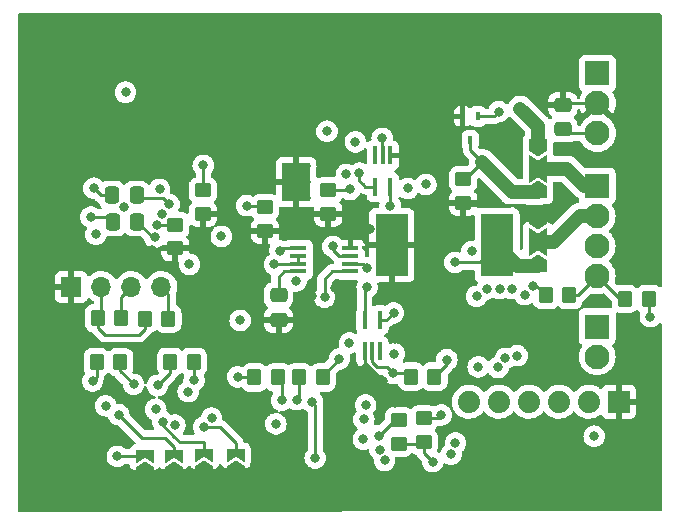
<source format=gbr>
%TF.GenerationSoftware,KiCad,Pcbnew,6.0.11-2627ca5db0~126~ubuntu22.04.1*%
%TF.CreationDate,2023-02-19T01:42:17-05:00*%
%TF.ProjectId,lin-fan-control,6c696e2d-6661-46e2-9d63-6f6e74726f6c,1.0*%
%TF.SameCoordinates,Original*%
%TF.FileFunction,Copper,L4,Bot*%
%TF.FilePolarity,Positive*%
%FSLAX46Y46*%
G04 Gerber Fmt 4.6, Leading zero omitted, Abs format (unit mm)*
G04 Created by KiCad (PCBNEW 6.0.11-2627ca5db0~126~ubuntu22.04.1) date 2023-02-19 01:42:17*
%MOMM*%
%LPD*%
G01*
G04 APERTURE LIST*
G04 Aperture macros list*
%AMRoundRect*
0 Rectangle with rounded corners*
0 $1 Rounding radius*
0 $2 $3 $4 $5 $6 $7 $8 $9 X,Y pos of 4 corners*
0 Add a 4 corners polygon primitive as box body*
4,1,4,$2,$3,$4,$5,$6,$7,$8,$9,$2,$3,0*
0 Add four circle primitives for the rounded corners*
1,1,$1+$1,$2,$3*
1,1,$1+$1,$4,$5*
1,1,$1+$1,$6,$7*
1,1,$1+$1,$8,$9*
0 Add four rect primitives between the rounded corners*
20,1,$1+$1,$2,$3,$4,$5,0*
20,1,$1+$1,$4,$5,$6,$7,0*
20,1,$1+$1,$6,$7,$8,$9,0*
20,1,$1+$1,$8,$9,$2,$3,0*%
%AMFreePoly0*
4,1,6,1.000000,0.000000,0.500000,-0.750000,-0.500000,-0.750000,-0.500000,0.750000,0.500000,0.750000,1.000000,0.000000,1.000000,0.000000,$1*%
%AMFreePoly1*
4,1,7,0.700000,0.000000,1.200000,-0.750000,-1.200000,-0.750000,-0.700000,0.000000,-1.200000,0.750000,1.200000,0.750000,0.700000,0.000000,0.700000,0.000000,$1*%
%AMFreePoly2*
4,1,6,0.500000,-0.750000,-0.650000,-0.750000,-0.150000,0.000000,-0.650000,0.750000,0.500000,0.750000,0.500000,-0.750000,0.500000,-0.750000,$1*%
G04 Aperture macros list end*
%TA.AperFunction,SMDPad,CuDef*%
%ADD10R,1.450000X0.450000*%
%TD*%
%TA.AperFunction,SMDPad,CuDef*%
%ADD11R,0.400000X1.500000*%
%TD*%
%TA.AperFunction,SMDPad,CuDef*%
%ADD12RoundRect,0.250000X0.450000X-0.350000X0.450000X0.350000X-0.450000X0.350000X-0.450000X-0.350000X0*%
%TD*%
%TA.AperFunction,SMDPad,CuDef*%
%ADD13RoundRect,0.250000X-0.350000X-0.450000X0.350000X-0.450000X0.350000X0.450000X-0.350000X0.450000X0*%
%TD*%
%TA.AperFunction,SMDPad,CuDef*%
%ADD14R,2.794000X5.257800*%
%TD*%
%TA.AperFunction,SMDPad,CuDef*%
%ADD15RoundRect,0.250000X-0.450000X0.350000X-0.450000X-0.350000X0.450000X-0.350000X0.450000X0.350000X0*%
%TD*%
%TA.AperFunction,SMDPad,CuDef*%
%ADD16RoundRect,0.250000X0.350000X0.450000X-0.350000X0.450000X-0.350000X-0.450000X0.350000X-0.450000X0*%
%TD*%
%TA.AperFunction,SMDPad,CuDef*%
%ADD17FreePoly0,270.000000*%
%TD*%
%TA.AperFunction,SMDPad,CuDef*%
%ADD18FreePoly1,270.000000*%
%TD*%
%TA.AperFunction,SMDPad,CuDef*%
%ADD19FreePoly0,90.000000*%
%TD*%
%TA.AperFunction,ComponentPad*%
%ADD20R,2.100000X2.100000*%
%TD*%
%TA.AperFunction,ComponentPad*%
%ADD21C,2.100000*%
%TD*%
%TA.AperFunction,SMDPad,CuDef*%
%ADD22R,0.450000X0.700000*%
%TD*%
%TA.AperFunction,SMDPad,CuDef*%
%ADD23RoundRect,0.250000X-0.475000X0.337500X-0.475000X-0.337500X0.475000X-0.337500X0.475000X0.337500X0*%
%TD*%
%TA.AperFunction,ComponentPad*%
%ADD24R,1.700000X1.700000*%
%TD*%
%TA.AperFunction,ComponentPad*%
%ADD25O,1.700000X1.700000*%
%TD*%
%TA.AperFunction,ComponentPad*%
%ADD26C,0.500000*%
%TD*%
%TA.AperFunction,SMDPad,CuDef*%
%ADD27R,2.400000X3.200000*%
%TD*%
%TA.AperFunction,ComponentPad*%
%ADD28R,1.879600X1.879600*%
%TD*%
%TA.AperFunction,ComponentPad*%
%ADD29C,1.879600*%
%TD*%
%TA.AperFunction,SMDPad,CuDef*%
%ADD30FreePoly2,90.000000*%
%TD*%
%TA.AperFunction,SMDPad,CuDef*%
%ADD31RoundRect,0.250000X0.475000X-0.337500X0.475000X0.337500X-0.475000X0.337500X-0.475000X-0.337500X0*%
%TD*%
%TA.AperFunction,SMDPad,CuDef*%
%ADD32RoundRect,0.250000X0.337500X0.475000X-0.337500X0.475000X-0.337500X-0.475000X0.337500X-0.475000X0*%
%TD*%
%TA.AperFunction,SMDPad,CuDef*%
%ADD33RoundRect,0.250000X-0.337500X-0.475000X0.337500X-0.475000X0.337500X0.475000X-0.337500X0.475000X0*%
%TD*%
%TA.AperFunction,ViaPad*%
%ADD34C,0.800000*%
%TD*%
%TA.AperFunction,Conductor*%
%ADD35C,0.250000*%
%TD*%
%TA.AperFunction,Conductor*%
%ADD36C,1.200000*%
%TD*%
G04 APERTURE END LIST*
D10*
%TO.P,U10,1,GND*%
%TO.N,GND*%
X203775000Y-78825000D03*
%TO.P,U10,2,TR*%
%TO.N,Net-(U10-Pad2)*%
X203775000Y-79475000D03*
%TO.P,U10,3,Q*%
%TO.N,Net-(D5-Pad2)*%
X203775000Y-80125000D03*
%TO.P,U10,4,R*%
%TO.N,+5V*%
X203775000Y-80775000D03*
%TO.P,U10,5,CV*%
%TO.N,Net-(C13-Pad1)*%
X199375000Y-80775000D03*
%TO.P,U10,6,THR*%
%TO.N,Net-(C14-Pad1)*%
X199375000Y-80125000D03*
%TO.P,U10,7,DIS*%
X199375000Y-79475000D03*
%TO.P,U10,8,VCC*%
%TO.N,+5V*%
X199375000Y-78825000D03*
%TD*%
D11*
%TO.P,U9,1*%
%TO.N,N/C*%
X206300000Y-87550000D03*
%TO.P,U9,2*%
%TO.N,Net-(R26-Pad1)*%
X205650000Y-87550000D03*
%TO.P,U9,3,GND*%
%TO.N,GND*%
X205000000Y-87550000D03*
%TO.P,U9,4*%
%TO.N,Net-(U10-Pad2)*%
X205000000Y-84890000D03*
%TO.P,U9,5,VCC*%
%TO.N,+3V3*%
X206300000Y-84890000D03*
%TD*%
%TO.P,U6,1*%
%TO.N,N/C*%
X205875000Y-70945000D03*
%TO.P,U6,2*%
%TO.N,Net-(R25-Pad2)*%
X206525000Y-70945000D03*
%TO.P,U6,3,GND*%
%TO.N,GND*%
X207175000Y-70945000D03*
%TO.P,U6,4*%
%TO.N,TACHa*%
X207175000Y-73605000D03*
%TO.P,U6,5,VCC*%
%TO.N,+3V3*%
X205875000Y-73605000D03*
%TD*%
D12*
%TO.P,R29,1*%
%TO.N,+3V3*%
X207900000Y-95350000D03*
%TO.P,R29,2*%
%TO.N,~{ALERT}*%
X207900000Y-93350000D03*
%TD*%
%TO.P,R27,1*%
%TO.N,+3V3*%
X210000000Y-95200000D03*
%TO.P,R27,2*%
%TO.N,~{TCRIT}*%
X210000000Y-93200000D03*
%TD*%
D13*
%TO.P,R26,1*%
%TO.N,Net-(R26-Pad1)*%
X208900000Y-89675000D03*
%TO.P,R26,2*%
%TO.N,Net-(R26-Pad2)*%
X210900000Y-89675000D03*
%TD*%
D14*
%TO.P,R23,1*%
%TO.N,PWMFAN-*%
X216200000Y-78550000D03*
%TO.P,R23,2*%
%TO.N,GND*%
X207284600Y-78550000D03*
%TD*%
D15*
%TO.P,R22,1*%
%TO.N,FANPWM+*%
X213325000Y-72975000D03*
%TO.P,R22,2*%
%TO.N,GND*%
X213325000Y-74975000D03*
%TD*%
D16*
%TO.P,R20,1*%
%TO.N,PWM*%
X222325000Y-82775000D03*
%TO.P,R20,2*%
%TO.N,Net-(Q3-Pad1)*%
X220325000Y-82775000D03*
%TD*%
%TO.P,R19,1*%
%TO.N,+3V3*%
X229050000Y-83100000D03*
%TO.P,R19,2*%
%TO.N,PWM*%
X227050000Y-83100000D03*
%TD*%
D17*
%TO.P,JP7,1,A*%
%TO.N,GND*%
X219625000Y-76275000D03*
D18*
%TO.P,JP7,2,C*%
%TO.N,/Fan Control/FAN-*%
X219625000Y-78275000D03*
D19*
%TO.P,JP7,3,B*%
%TO.N,PWMFAN-*%
X219625000Y-80275000D03*
%TD*%
D17*
%TO.P,JP6,1,A*%
%TO.N,+12V*%
X219675000Y-70075000D03*
D18*
%TO.P,JP6,2,C*%
%TO.N,/Fan Control/FAN+*%
X219675000Y-72075000D03*
D19*
%TO.P,JP6,3,B*%
%TO.N,FANPWM+*%
X219675000Y-74075000D03*
%TD*%
D20*
%TO.P,J5,1,Pin_1*%
%TO.N,Net-(J5-Pad1)*%
X224675000Y-85450000D03*
D21*
%TO.P,J5,2,Pin_2*%
%TO.N,Net-(J5-Pad2)*%
X224675000Y-87990000D03*
%TD*%
D20*
%TO.P,J4,1,Pin_1*%
%TO.N,/Fan Control/FAN+*%
X224675000Y-73535000D03*
D21*
%TO.P,J4,2,Pin_2*%
%TO.N,/Fan Control/FAN-*%
X224675000Y-76075000D03*
%TO.P,J4,3,Pin_3*%
%TO.N,Net-(R25-Pad2)*%
X224675000Y-78615000D03*
%TO.P,J4,4,Pin_4*%
%TO.N,PWM*%
X224675000Y-81155000D03*
%TD*%
D22*
%TO.P,D4,1*%
%TO.N,GND*%
X213275000Y-67650000D03*
%TO.P,D4,2*%
%TO.N,+12V*%
X214575000Y-67650000D03*
%TO.P,D4,3*%
%TO.N,FANPWM+*%
X213925000Y-69650000D03*
%TD*%
D23*
%TO.P,C13,1*%
%TO.N,Net-(C13-Pad1)*%
X197700000Y-82800000D03*
%TO.P,C13,2*%
%TO.N,GND*%
X197700000Y-84875000D03*
%TD*%
D24*
%TO.P,J2,1,Pin_1*%
%TO.N,GND*%
X180150000Y-82100000D03*
D25*
%TO.P,J2,2,Pin_2*%
%TO.N,+5V*%
X182690000Y-82100000D03*
%TO.P,J2,3,Pin_3*%
%TO.N,SDA5V*%
X185230000Y-82100000D03*
%TO.P,J2,4,Pin_4*%
%TO.N,SCL5V*%
X187770000Y-82100000D03*
%TD*%
D26*
%TO.P,U5,9,GND*%
%TO.N,GND*%
X200150000Y-71850000D03*
X198250000Y-73200000D03*
X198250000Y-74550000D03*
X200150000Y-73200000D03*
X200150000Y-74550000D03*
D27*
X199200000Y-73200000D03*
D26*
X198250000Y-71850000D03*
%TD*%
D20*
%TO.P,J3,1,Pin_1*%
%TO.N,+BATT*%
X224700000Y-64000000D03*
D21*
%TO.P,J3,2,Pin_2*%
%TO.N,GND*%
X224700000Y-66540000D03*
%TO.P,J3,3,Pin_3*%
%TO.N,LIN*%
X224700000Y-69080000D03*
%TD*%
D28*
%TO.P,J1,1,GND*%
%TO.N,GND*%
X226520000Y-91800000D03*
D29*
%TO.P,J1,2,CTS*%
%TO.N,unconnected-(J1-Pad2)*%
X223980000Y-91800000D03*
%TO.P,J1,3,VCC*%
%TO.N,Net-(J1-Pad3)*%
X221440000Y-91800000D03*
%TO.P,J1,4,TXD*%
%TO.N,Net-(J1-Pad4)*%
X218900000Y-91800000D03*
%TO.P,J1,5,RXD*%
%TO.N,UPDI*%
X216360000Y-91800000D03*
%TO.P,J1,6,RTS*%
%TO.N,unconnected-(J1-Pad6)*%
X213820000Y-91800000D03*
%TD*%
D13*
%TO.P,R3,1*%
%TO.N,+3V3*%
X195650000Y-89750000D03*
%TO.P,R3,2*%
%TO.N,~{LIN_SLP}*%
X197650000Y-89750000D03*
%TD*%
D15*
%TO.P,R18,1*%
%TO.N,Net-(R17-Pad2)*%
X196550000Y-75350000D03*
%TO.P,R18,2*%
%TO.N,GND*%
X196550000Y-77350000D03*
%TD*%
D19*
%TO.P,JP2,1,A*%
%TO.N,GND*%
X194075000Y-97725000D03*
D30*
%TO.P,JP2,2,B*%
%TO.N,Net-(JP2-Pad2)*%
X194075000Y-96275000D03*
%TD*%
D13*
%TO.P,R7,1*%
%TO.N,+5V*%
X182400000Y-84725000D03*
%TO.P,R7,2*%
%TO.N,SDA5V*%
X184400000Y-84725000D03*
%TD*%
D19*
%TO.P,JP5,1,A*%
%TO.N,GND*%
X186350000Y-97875000D03*
D30*
%TO.P,JP5,2,B*%
%TO.N,Net-(JP5-Pad2)*%
X186350000Y-96425000D03*
%TD*%
D16*
%TO.P,R4,1*%
%TO.N,+3V3*%
X201425000Y-89750000D03*
%TO.P,R4,2*%
%TO.N,~{LIN_WAKE}*%
X199425000Y-89750000D03*
%TD*%
D31*
%TO.P,C2,1*%
%TO.N,LIN*%
X221775000Y-68750000D03*
%TO.P,C2,2*%
%TO.N,GND*%
X221775000Y-66675000D03*
%TD*%
D15*
%TO.P,R14,1*%
%TO.N,Net-(R13-Pad2)*%
X201900000Y-73900000D03*
%TO.P,R14,2*%
%TO.N,GND*%
X201900000Y-75900000D03*
%TD*%
D13*
%TO.P,R8,1*%
%TO.N,+5V*%
X186375000Y-84775000D03*
%TO.P,R8,2*%
%TO.N,SCL5V*%
X188375000Y-84775000D03*
%TD*%
%TO.P,R9,1*%
%TO.N,+3V3*%
X182300000Y-88450000D03*
%TO.P,R9,2*%
%TO.N,SDA3V*%
X184300000Y-88450000D03*
%TD*%
D12*
%TO.P,R12,1*%
%TO.N,GND*%
X188950000Y-78825000D03*
%TO.P,R12,2*%
%TO.N,Net-(R11-Pad2)*%
X188950000Y-76825000D03*
%TD*%
D15*
%TO.P,R16,1*%
%TO.N,Net-(C6-Pad2)*%
X191300000Y-73900000D03*
%TO.P,R16,2*%
%TO.N,GND*%
X191300000Y-75900000D03*
%TD*%
D16*
%TO.P,R10,1*%
%TO.N,+3V3*%
X190525000Y-88425000D03*
%TO.P,R10,2*%
%TO.N,SCL3V*%
X188525000Y-88425000D03*
%TD*%
D32*
%TO.P,C7,1*%
%TO.N,Net-(C7-Pad1)*%
X185750000Y-76575000D03*
%TO.P,C7,2*%
%TO.N,Net-(C7-Pad2)*%
X183675000Y-76575000D03*
%TD*%
D33*
%TO.P,C8,1*%
%TO.N,Net-(C8-Pad1)*%
X183600000Y-74325000D03*
%TO.P,C8,2*%
%TO.N,Net-(C8-Pad2)*%
X185675000Y-74325000D03*
%TD*%
D19*
%TO.P,JP4,1,A*%
%TO.N,GND*%
X188825000Y-97825000D03*
D30*
%TO.P,JP4,2,B*%
%TO.N,Net-(JP4-Pad2)*%
X188825000Y-96375000D03*
%TD*%
D19*
%TO.P,JP3,1,A*%
%TO.N,GND*%
X191425000Y-97775000D03*
D30*
%TO.P,JP3,2,B*%
%TO.N,Net-(JP3-Pad2)*%
X191425000Y-96325000D03*
%TD*%
D34*
%TO.N,+3V3*%
X229175000Y-84600000D03*
%TO.N,~{ALERT}*%
X206187299Y-94687299D03*
%TO.N,+3V3*%
X210750000Y-96875000D03*
%TO.N,+12V*%
X216350000Y-67250000D03*
%TO.N,Net-(Q3-Pad1)*%
X219225000Y-81975000D03*
X214075000Y-79075000D03*
%TO.N,GND*%
X213187872Y-83098030D03*
%TO.N,TACH*%
X210175000Y-73400000D03*
X214600000Y-88850000D03*
%TO.N,+5V*%
X204200000Y-69800000D03*
%TO.N,Net-(R25-Pad2)*%
X206475000Y-69500000D03*
%TO.N,TACHa*%
X207150000Y-75200000D03*
%TO.N,+3V3*%
X204550000Y-72450000D03*
X208650000Y-73750000D03*
%TO.N,GND*%
X210975000Y-78125000D03*
X202500000Y-82175000D03*
%TO.N,Net-(C14-Pad1)*%
X197350000Y-80175000D03*
%TO.N,Net-(D5-Pad2)*%
X205200000Y-80500000D03*
%TO.N,Net-(U10-Pad2)*%
X205200000Y-82100000D03*
X202300000Y-78650000D03*
%TO.N,+5V*%
X194450000Y-84925000D03*
X197825000Y-79050000D03*
X201600000Y-82950000D03*
%TO.N,+3V3*%
X207433773Y-84285862D03*
%TO.N,Net-(R26-Pad1)*%
X207400000Y-89400000D03*
%TO.N,Net-(R26-Pad2)*%
X211950000Y-88250000D03*
%TO.N,+5V*%
X207500000Y-87750000D03*
%TO.N,GND*%
X210575000Y-91750000D03*
%TO.N,PWMFAN-*%
X212625000Y-80000000D03*
%TO.N,FANPWM+*%
X214950000Y-71525000D03*
%TO.N,+12V*%
X218175000Y-67000000D03*
%TO.N,Net-(J5-Pad1)*%
X216450000Y-82225000D03*
%TO.N,Net-(J5-Pad2)*%
X215351702Y-82256133D03*
%TO.N,PWM*%
X214475000Y-82875000D03*
%TO.N,+3V3*%
X217450201Y-82225201D03*
%TO.N,GND*%
X216375000Y-85350000D03*
%TO.N,~{TCRIT}*%
X218550000Y-82750000D03*
X211475000Y-92925000D03*
%TO.N,TACH*%
X216275000Y-88900000D03*
%TO.N,SDA3V*%
X212300000Y-96250000D03*
X216911613Y-88128423D03*
%TO.N,SCL3V*%
X212675000Y-95299500D03*
X217900000Y-87900000D03*
%TO.N,GND*%
X211450000Y-63225000D03*
X184652903Y-75302969D03*
X203300000Y-61500000D03*
X177100000Y-71300000D03*
X205400000Y-77200000D03*
X176900000Y-62050000D03*
X177125000Y-76350000D03*
X207550000Y-91950000D03*
X183100000Y-94450000D03*
X200500000Y-82850000D03*
X187000000Y-79000000D03*
X207600000Y-86525000D03*
X206500000Y-90050000D03*
%TO.N,Net-(C5-Pad1)*%
X203435000Y-72565000D03*
X201800000Y-68900000D03*
%TO.N,LIN*%
X199200000Y-81575000D03*
%TO.N,TXD*%
X200800000Y-96575000D03*
X200550000Y-91800000D03*
%TO.N,~{LIN_SLP}*%
X197950000Y-91675000D03*
X205075000Y-92075000D03*
%TO.N,~{LIN_WAKE}*%
X204925000Y-93300000D03*
X199225000Y-91625000D03*
%TO.N,Net-(C6-Pad2)*%
X191325000Y-71800000D03*
%TO.N,Net-(C7-Pad1)*%
X187200000Y-77875000D03*
X187625000Y-73825500D03*
%TO.N,Net-(C7-Pad2)*%
X181812000Y-76162529D03*
%TO.N,Net-(C8-Pad1)*%
X182075000Y-73725000D03*
%TO.N,Net-(C8-Pad2)*%
X188425000Y-75100000D03*
%TO.N,SDA3V*%
X187300000Y-92450000D03*
X206675000Y-96775000D03*
X185425000Y-90325000D03*
%TO.N,SCL3V*%
X206290576Y-95852382D03*
X187450000Y-90425000D03*
X188918398Y-93779600D03*
%TO.N,+3V3*%
X194225000Y-89700000D03*
X197475000Y-93675000D03*
X192850000Y-77800000D03*
X184750000Y-65600000D03*
X190050000Y-90950000D03*
X202850000Y-88175000D03*
X187809929Y-75950089D03*
X192025000Y-93200000D03*
X224425000Y-94725000D03*
X181950000Y-90050000D03*
X190150000Y-80175000D03*
X190550000Y-89975000D03*
X182225000Y-77625000D03*
%TO.N,Net-(R5-Pad1)*%
X204875000Y-94975000D03*
X203700000Y-86825000D03*
%TO.N,Net-(R11-Pad2)*%
X187374999Y-76850001D03*
%TO.N,Net-(R13-Pad2)*%
X203735000Y-73835000D03*
%TO.N,Net-(R17-Pad2)*%
X195000000Y-75200000D03*
%TO.N,Net-(JP2-Pad2)*%
X191362756Y-93948624D03*
%TO.N,Net-(JP3-Pad2)*%
X187887299Y-93487701D03*
%TO.N,Net-(JP4-Pad2)*%
X184175000Y-92899500D03*
%TO.N,Net-(JP5-Pad2)*%
X184049695Y-96425000D03*
X183075000Y-92150000D03*
%TD*%
D35*
%TO.N,GND*%
X205000000Y-87550000D02*
X205000000Y-88550000D01*
X205000000Y-88550000D02*
X206500000Y-90050000D01*
%TO.N,Net-(C6-Pad2)*%
X191325000Y-71800000D02*
X191325000Y-73875000D01*
X191325000Y-73875000D02*
X191300000Y-73900000D01*
%TO.N,Net-(C8-Pad2)*%
X188425000Y-75100000D02*
X187875000Y-74550000D01*
X187875000Y-74550000D02*
X185900000Y-74550000D01*
X185900000Y-74550000D02*
X185675000Y-74325000D01*
%TO.N,GND*%
X219625000Y-76275000D02*
X218500000Y-75150000D01*
X218500000Y-75150000D02*
X213500000Y-75150000D01*
X213500000Y-75150000D02*
X213325000Y-74975000D01*
%TO.N,FANPWM+*%
X213325000Y-72975000D02*
X213500000Y-72975000D01*
X213500000Y-72975000D02*
X214950000Y-71525000D01*
%TO.N,PWM*%
X227050000Y-83100000D02*
X226620000Y-83100000D01*
X226620000Y-83100000D02*
X224675000Y-81155000D01*
%TO.N,+3V3*%
X229050000Y-84475000D02*
X229175000Y-84600000D01*
X229050000Y-83100000D02*
X229050000Y-84475000D01*
%TO.N,~{ALERT}*%
X207524598Y-93350000D02*
X206187299Y-94687299D01*
X207900000Y-93350000D02*
X207524598Y-93350000D01*
%TO.N,+3V3*%
X207900000Y-95350000D02*
X209850000Y-95350000D01*
X209850000Y-95350000D02*
X210000000Y-95200000D01*
X210000000Y-96125000D02*
X210750000Y-96875000D01*
X210000000Y-95200000D02*
X210000000Y-96125000D01*
%TO.N,~{TCRIT}*%
X210000000Y-93200000D02*
X211200000Y-93200000D01*
X211200000Y-93200000D02*
X211475000Y-92925000D01*
%TO.N,+12V*%
X215950000Y-67650000D02*
X216350000Y-67250000D01*
X214575000Y-67650000D02*
X215950000Y-67650000D01*
%TO.N,FANPWM+*%
X213925000Y-69650000D02*
X213925000Y-70500000D01*
X213925000Y-70500000D02*
X214950000Y-71525000D01*
%TO.N,Net-(Q3-Pad1)*%
X219225000Y-81975000D02*
X219525000Y-81975000D01*
X219525000Y-81975000D02*
X220325000Y-82775000D01*
%TO.N,PWMFAN-*%
X212625000Y-80000000D02*
X214750000Y-80000000D01*
X214750000Y-80000000D02*
X216200000Y-78550000D01*
%TO.N,PWM*%
X222325000Y-82775000D02*
X223055000Y-82775000D01*
X223055000Y-82775000D02*
X224675000Y-81155000D01*
%TO.N,Net-(R25-Pad2)*%
X206475000Y-69500000D02*
X206475000Y-70895000D01*
X206475000Y-70895000D02*
X206525000Y-70945000D01*
%TO.N,TACHa*%
X207175000Y-75175000D02*
X207150000Y-75200000D01*
X207175000Y-73605000D02*
X207175000Y-75175000D01*
%TO.N,+3V3*%
X204825000Y-73375000D02*
X204550000Y-73100000D01*
X204550000Y-73100000D02*
X204550000Y-72450000D01*
X205875000Y-73605000D02*
X205055000Y-73605000D01*
X205055000Y-73605000D02*
X204825000Y-73375000D01*
%TO.N,+5V*%
X201600000Y-82950000D02*
X201600000Y-81425000D01*
X201600000Y-81425000D02*
X202250000Y-80775000D01*
X202250000Y-80775000D02*
X203775000Y-80775000D01*
%TO.N,Net-(C14-Pad1)*%
X197400000Y-80125000D02*
X197350000Y-80175000D01*
X199375000Y-80125000D02*
X197400000Y-80125000D01*
%TO.N,Net-(U10-Pad2)*%
X202300000Y-78650000D02*
X202300000Y-78950000D01*
X202300000Y-78950000D02*
X202825000Y-79475000D01*
X202825000Y-79475000D02*
X203775000Y-79475000D01*
%TO.N,Net-(C13-Pad1)*%
X197700000Y-82800000D02*
X197700000Y-81225000D01*
X197700000Y-81225000D02*
X198150000Y-80775000D01*
X198150000Y-80775000D02*
X199375000Y-80775000D01*
%TO.N,Net-(D5-Pad2)*%
X204825000Y-80125000D02*
X205200000Y-80500000D01*
X203775000Y-80125000D02*
X204825000Y-80125000D01*
%TO.N,Net-(C14-Pad1)*%
X199375000Y-80125000D02*
X199375000Y-79475000D01*
%TO.N,Net-(U10-Pad2)*%
X205200000Y-82100000D02*
X205000000Y-82300000D01*
X205000000Y-82300000D02*
X205000000Y-84890000D01*
%TO.N,+5V*%
X198050000Y-78825000D02*
X197825000Y-79050000D01*
X199375000Y-78825000D02*
X198050000Y-78825000D01*
%TO.N,+3V3*%
X206829635Y-84890000D02*
X207433773Y-84285862D01*
X206300000Y-84890000D02*
X206829635Y-84890000D01*
%TO.N,Net-(R26-Pad1)*%
X205650000Y-88450000D02*
X206075000Y-88875000D01*
X205650000Y-87550000D02*
X205650000Y-88450000D01*
X206075000Y-88875000D02*
X206875000Y-88875000D01*
X206875000Y-88875000D02*
X207400000Y-89400000D01*
X207400000Y-89400000D02*
X208625000Y-89400000D01*
X208625000Y-89400000D02*
X208900000Y-89675000D01*
%TO.N,Net-(R26-Pad2)*%
X211950000Y-88625000D02*
X210900000Y-89675000D01*
X211950000Y-88250000D02*
X211950000Y-88625000D01*
D36*
%TO.N,PWMFAN-*%
X219625000Y-80275000D02*
X217925000Y-80275000D01*
X217925000Y-80275000D02*
X216200000Y-78550000D01*
%TO.N,/Fan Control/FAN-*%
X219625000Y-78275000D02*
X221025000Y-78275000D01*
X221025000Y-78275000D02*
X223225000Y-76075000D01*
X223225000Y-76075000D02*
X224675000Y-76075000D01*
%TO.N,FANPWM+*%
X219675000Y-74075000D02*
X217500000Y-74075000D01*
X217500000Y-74075000D02*
X214950000Y-71525000D01*
%TO.N,+12V*%
X219675000Y-68500000D02*
X218175000Y-67000000D01*
X219675000Y-70075000D02*
X219675000Y-68500000D01*
%TO.N,/Fan Control/FAN+*%
X224675000Y-73535000D02*
X223585000Y-73535000D01*
X223585000Y-73535000D02*
X222125000Y-72075000D01*
X222125000Y-72075000D02*
X219675000Y-72075000D01*
D35*
%TO.N,GND*%
X221775000Y-66675000D02*
X221910000Y-66540000D01*
X221910000Y-66540000D02*
X224700000Y-66540000D01*
%TO.N,+5V*%
X185900000Y-86150000D02*
X183000000Y-86150000D01*
X186375000Y-84775000D02*
X186375000Y-85675000D01*
X183000000Y-86150000D02*
X182400000Y-85550000D01*
X186375000Y-85675000D02*
X185900000Y-86150000D01*
X182400000Y-85550000D02*
X182400000Y-84725000D01*
X182400000Y-84725000D02*
X182690000Y-84435000D01*
X182690000Y-84435000D02*
X182690000Y-82100000D01*
%TO.N,LIN*%
X222105000Y-69080000D02*
X224700000Y-69080000D01*
X221775000Y-68750000D02*
X222105000Y-69080000D01*
%TO.N,TXD*%
X200550000Y-91800000D02*
X200800000Y-92050000D01*
X200800000Y-92050000D02*
X200800000Y-96575000D01*
%TO.N,~{LIN_SLP}*%
X197950000Y-90050000D02*
X197650000Y-89750000D01*
X197950000Y-91675000D02*
X197950000Y-90050000D01*
%TO.N,~{LIN_WAKE}*%
X199425000Y-91425000D02*
X199425000Y-89750000D01*
X199225000Y-91625000D02*
X199425000Y-91425000D01*
%TO.N,Net-(C7-Pad1)*%
X187200000Y-77875000D02*
X187050000Y-77875000D01*
X187050000Y-77875000D02*
X185750000Y-76575000D01*
%TO.N,Net-(C7-Pad2)*%
X183262529Y-76162529D02*
X183675000Y-76575000D01*
X181812000Y-76162529D02*
X183262529Y-76162529D01*
%TO.N,Net-(C8-Pad1)*%
X182675000Y-74325000D02*
X183600000Y-74325000D01*
X182075000Y-73725000D02*
X182675000Y-74325000D01*
%TO.N,SDA3V*%
X184300000Y-88450000D02*
X184300000Y-89200000D01*
X184300000Y-89200000D02*
X185425000Y-90325000D01*
%TO.N,SCL3V*%
X188525000Y-88425000D02*
X188525000Y-89350000D01*
X188525000Y-89350000D02*
X187450000Y-90425000D01*
%TO.N,+3V3*%
X182300000Y-89700000D02*
X181950000Y-90050000D01*
X201425000Y-89750000D02*
X201425000Y-89600000D01*
X190525000Y-88425000D02*
X190525000Y-89950000D01*
X201425000Y-89600000D02*
X202850000Y-88175000D01*
X194275000Y-89750000D02*
X194225000Y-89700000D01*
X195650000Y-89750000D02*
X194275000Y-89750000D01*
X182300000Y-88450000D02*
X182300000Y-89700000D01*
X190525000Y-89950000D02*
X190550000Y-89975000D01*
%TO.N,SCL5V*%
X188375000Y-84775000D02*
X188375000Y-82705000D01*
X188375000Y-82705000D02*
X187770000Y-82100000D01*
%TO.N,SDA5V*%
X184400000Y-84725000D02*
X184400000Y-82930000D01*
X184400000Y-82930000D02*
X185230000Y-82100000D01*
%TO.N,Net-(R11-Pad2)*%
X188950000Y-76825000D02*
X187400000Y-76825000D01*
X187400000Y-76825000D02*
X187374999Y-76850001D01*
%TO.N,Net-(R13-Pad2)*%
X201900000Y-73900000D02*
X203670000Y-73900000D01*
X203670000Y-73900000D02*
X203735000Y-73835000D01*
%TO.N,Net-(R17-Pad2)*%
X195000000Y-75200000D02*
X196400000Y-75200000D01*
X196400000Y-75200000D02*
X196550000Y-75350000D01*
%TO.N,Net-(JP2-Pad2)*%
X194075000Y-96275000D02*
X194075000Y-95275000D01*
X192748624Y-93948624D02*
X191362756Y-93948624D01*
X194075000Y-95275000D02*
X194025000Y-95225000D01*
X194025000Y-95225000D02*
X192748624Y-93948624D01*
%TO.N,Net-(JP3-Pad2)*%
X187887299Y-93787299D02*
X187887299Y-93487701D01*
X191425000Y-96325000D02*
X191425000Y-95275000D01*
X189850000Y-95225000D02*
X189325000Y-95225000D01*
X188875000Y-94775000D02*
X187887299Y-93787299D01*
X191425000Y-95275000D02*
X191375000Y-95225000D01*
X191375000Y-95225000D02*
X189850000Y-95225000D01*
X189325000Y-95225000D02*
X188875000Y-94775000D01*
%TO.N,Net-(JP4-Pad2)*%
X186775000Y-94850000D02*
X186125500Y-94850000D01*
X188050000Y-94850000D02*
X186775000Y-94850000D01*
X188825000Y-96375000D02*
X188825000Y-95625000D01*
X188825000Y-95625000D02*
X188150000Y-94950000D01*
X186125500Y-94850000D02*
X184175000Y-92899500D01*
X188150000Y-94950000D02*
X188050000Y-94850000D01*
%TO.N,Net-(JP5-Pad2)*%
X186350000Y-96425000D02*
X184049695Y-96425000D01*
%TD*%
%TA.AperFunction,Conductor*%
%TO.N,GND*%
G36*
X230065621Y-58948502D02*
G01*
X230112114Y-59002158D01*
X230123500Y-59054500D01*
X230123500Y-81996640D01*
X230103498Y-82064761D01*
X230049842Y-82111254D01*
X229979568Y-82121358D01*
X229914988Y-82091864D01*
X229908482Y-82085813D01*
X229887394Y-82064761D01*
X229873303Y-82050695D01*
X229783644Y-81995428D01*
X229728968Y-81961725D01*
X229728966Y-81961724D01*
X229722738Y-81957885D01*
X229642995Y-81931436D01*
X229561389Y-81904368D01*
X229561387Y-81904368D01*
X229554861Y-81902203D01*
X229548025Y-81901503D01*
X229548022Y-81901502D01*
X229504969Y-81897091D01*
X229450400Y-81891500D01*
X228649600Y-81891500D01*
X228646354Y-81891837D01*
X228646350Y-81891837D01*
X228550692Y-81901762D01*
X228550688Y-81901763D01*
X228543834Y-81902474D01*
X228537298Y-81904655D01*
X228537296Y-81904655D01*
X228501388Y-81916635D01*
X228376054Y-81958450D01*
X228225652Y-82051522D01*
X228177259Y-82100000D01*
X228139216Y-82138109D01*
X228076934Y-82172188D01*
X228006114Y-82167185D01*
X227961025Y-82138264D01*
X227878483Y-82055866D01*
X227873303Y-82050695D01*
X227783644Y-81995428D01*
X227728968Y-81961725D01*
X227728966Y-81961724D01*
X227722738Y-81957885D01*
X227642995Y-81931436D01*
X227561389Y-81904368D01*
X227561387Y-81904368D01*
X227554861Y-81902203D01*
X227548025Y-81901503D01*
X227548022Y-81901502D01*
X227504969Y-81897091D01*
X227450400Y-81891500D01*
X226649600Y-81891500D01*
X226646354Y-81891837D01*
X226646350Y-81891837D01*
X226550692Y-81901762D01*
X226550688Y-81901763D01*
X226543834Y-81902474D01*
X226537298Y-81904655D01*
X226537296Y-81904655D01*
X226448670Y-81934223D01*
X226377720Y-81936807D01*
X226319699Y-81903794D01*
X226189656Y-81773751D01*
X226155630Y-81711439D01*
X226158919Y-81645716D01*
X226159910Y-81642668D01*
X226161805Y-81638092D01*
X226162959Y-81633285D01*
X226162961Y-81633279D01*
X226217917Y-81404370D01*
X226217918Y-81404364D01*
X226219072Y-81399557D01*
X226238319Y-81155000D01*
X226219072Y-80910443D01*
X226209403Y-80870166D01*
X226166131Y-80689928D01*
X226161805Y-80671908D01*
X226067927Y-80445268D01*
X225969580Y-80284779D01*
X225942342Y-80240330D01*
X225942340Y-80240327D01*
X225939752Y-80236104D01*
X225897617Y-80186770D01*
X225783641Y-80053323D01*
X225780433Y-80049567D01*
X225722398Y-80000000D01*
X225699931Y-79980811D01*
X225661122Y-79921360D01*
X225660616Y-79850365D01*
X225699931Y-79789189D01*
X225776677Y-79723641D01*
X225780433Y-79720433D01*
X225845907Y-79643774D01*
X225936535Y-79537663D01*
X225936537Y-79537660D01*
X225939752Y-79533896D01*
X225962893Y-79496134D01*
X225998984Y-79437237D01*
X226067927Y-79324732D01*
X226146904Y-79134067D01*
X226159911Y-79102665D01*
X226159912Y-79102663D01*
X226161805Y-79098092D01*
X226207551Y-78907546D01*
X226217917Y-78864370D01*
X226217918Y-78864364D01*
X226219072Y-78859557D01*
X226238319Y-78615000D01*
X226219072Y-78370443D01*
X226217033Y-78361946D01*
X226173161Y-78179208D01*
X226161805Y-78131908D01*
X226152779Y-78110116D01*
X226110146Y-78007193D01*
X226067927Y-77905268D01*
X225968411Y-77742872D01*
X225942342Y-77700330D01*
X225942340Y-77700327D01*
X225939752Y-77696104D01*
X225894650Y-77643296D01*
X225783641Y-77513323D01*
X225780433Y-77509567D01*
X225776677Y-77506359D01*
X225699931Y-77440811D01*
X225661122Y-77381360D01*
X225660616Y-77310365D01*
X225699931Y-77249189D01*
X225776677Y-77183641D01*
X225780433Y-77180433D01*
X225852546Y-77096000D01*
X225936535Y-76997663D01*
X225936537Y-76997660D01*
X225939752Y-76993896D01*
X225950338Y-76976622D01*
X226002500Y-76891500D01*
X226067927Y-76784732D01*
X226127864Y-76640033D01*
X226159911Y-76562665D01*
X226159912Y-76562663D01*
X226161805Y-76558092D01*
X226188284Y-76447797D01*
X226217917Y-76324370D01*
X226217918Y-76324364D01*
X226219072Y-76319557D01*
X226238319Y-76075000D01*
X226219072Y-75830443D01*
X226216265Y-75818748D01*
X226173383Y-75640135D01*
X226161805Y-75591908D01*
X226155746Y-75577279D01*
X226113924Y-75476314D01*
X226067927Y-75365268D01*
X225962628Y-75193435D01*
X225959168Y-75187788D01*
X225940630Y-75119255D01*
X225962087Y-75051578D01*
X225991035Y-75021128D01*
X225998981Y-75015173D01*
X226088261Y-74948261D01*
X226175615Y-74831705D01*
X226226745Y-74695316D01*
X226233500Y-74633134D01*
X226233500Y-72436866D01*
X226226745Y-72374684D01*
X226175615Y-72238295D01*
X226088261Y-72121739D01*
X225971705Y-72034385D01*
X225835316Y-71983255D01*
X225773134Y-71976500D01*
X223646346Y-71976500D01*
X223578225Y-71956498D01*
X223557251Y-71939595D01*
X222982551Y-71364895D01*
X222975565Y-71356621D01*
X222975335Y-71356820D01*
X222971412Y-71352275D01*
X222967946Y-71347389D01*
X222900983Y-71283286D01*
X222899019Y-71281363D01*
X222871460Y-71253804D01*
X222869145Y-71251892D01*
X222865739Y-71249079D01*
X222858855Y-71242957D01*
X222815150Y-71201119D01*
X222810114Y-71197867D01*
X222810110Y-71197864D01*
X222787008Y-71182947D01*
X222775126Y-71174251D01*
X222753919Y-71156738D01*
X222753916Y-71156736D01*
X222749295Y-71152920D01*
X222696203Y-71123913D01*
X222688283Y-71119202D01*
X222637452Y-71086380D01*
X222631884Y-71084136D01*
X222631882Y-71084135D01*
X222606381Y-71073858D01*
X222593068Y-71067565D01*
X222591413Y-71066661D01*
X222563671Y-71051504D01*
X222557959Y-71049676D01*
X222557953Y-71049673D01*
X222506049Y-71033059D01*
X222497375Y-71029928D01*
X222441263Y-71007314D01*
X222408392Y-71000895D01*
X222394125Y-70997232D01*
X222367927Y-70988846D01*
X222367925Y-70988846D01*
X222362219Y-70987019D01*
X222356272Y-70986305D01*
X222356265Y-70986303D01*
X222302154Y-70979802D01*
X222293033Y-70978366D01*
X222266473Y-70973179D01*
X222233663Y-70966772D01*
X222228101Y-70966500D01*
X222198960Y-70966500D01*
X222183932Y-70965601D01*
X222158155Y-70962504D01*
X222158149Y-70962504D01*
X222152207Y-70961790D01*
X222146232Y-70962213D01*
X222146229Y-70962213D01*
X222090137Y-70966185D01*
X222081238Y-70966500D01*
X221062372Y-70966500D01*
X220994251Y-70946498D01*
X220947758Y-70892842D01*
X220936773Y-70850543D01*
X220932760Y-70800354D01*
X220932759Y-70800351D01*
X220932200Y-70793355D01*
X220923672Y-70766019D01*
X220919238Y-70710562D01*
X220930985Y-70628861D01*
X220938729Y-70575000D01*
X220938729Y-69941376D01*
X220958731Y-69873255D01*
X221012387Y-69826762D01*
X221082661Y-69816658D01*
X221104391Y-69821782D01*
X221145139Y-69835297D01*
X221151975Y-69835997D01*
X221151978Y-69835998D01*
X221195031Y-69840409D01*
X221249600Y-69846000D01*
X222300400Y-69846000D01*
X222303646Y-69845663D01*
X222303650Y-69845663D01*
X222399308Y-69835738D01*
X222399312Y-69835737D01*
X222406166Y-69835026D01*
X222412702Y-69832845D01*
X222412704Y-69832845D01*
X222555629Y-69785161D01*
X222573946Y-69779050D01*
X222588303Y-69770166D01*
X222649402Y-69732356D01*
X222715705Y-69713500D01*
X223191454Y-69713500D01*
X223259575Y-69733502D01*
X223303721Y-69782297D01*
X223305177Y-69785154D01*
X223307073Y-69789732D01*
X223309662Y-69793956D01*
X223309662Y-69793957D01*
X223425731Y-69983365D01*
X223435248Y-69998896D01*
X223438463Y-70002660D01*
X223438465Y-70002663D01*
X223480203Y-70051531D01*
X223594567Y-70185433D01*
X223598323Y-70188641D01*
X223761577Y-70328074D01*
X223781104Y-70344752D01*
X223785327Y-70347340D01*
X223785330Y-70347342D01*
X223841798Y-70381945D01*
X223990268Y-70472927D01*
X224079668Y-70509958D01*
X224212335Y-70564911D01*
X224212337Y-70564912D01*
X224216908Y-70566805D01*
X224269633Y-70579463D01*
X224450630Y-70622917D01*
X224450636Y-70622918D01*
X224455443Y-70624072D01*
X224700000Y-70643319D01*
X224944557Y-70624072D01*
X224949364Y-70622918D01*
X224949370Y-70622917D01*
X225130367Y-70579463D01*
X225183092Y-70566805D01*
X225187663Y-70564912D01*
X225187665Y-70564911D01*
X225320332Y-70509958D01*
X225409732Y-70472927D01*
X225558202Y-70381945D01*
X225614670Y-70347342D01*
X225614673Y-70347340D01*
X225618896Y-70344752D01*
X225638424Y-70328074D01*
X225801677Y-70188641D01*
X225805433Y-70185433D01*
X225919797Y-70051531D01*
X225961535Y-70002663D01*
X225961537Y-70002660D01*
X225964752Y-69998896D01*
X225974270Y-69983365D01*
X226041744Y-69873255D01*
X226092927Y-69789732D01*
X226173577Y-69595028D01*
X226184911Y-69567665D01*
X226184912Y-69567663D01*
X226186805Y-69563092D01*
X226215912Y-69441852D01*
X226242917Y-69329370D01*
X226242918Y-69329364D01*
X226244072Y-69324557D01*
X226263319Y-69080000D01*
X226244072Y-68835443D01*
X226234940Y-68797402D01*
X226187960Y-68601720D01*
X226186805Y-68596908D01*
X226092927Y-68370268D01*
X225991584Y-68204890D01*
X225967342Y-68165330D01*
X225967340Y-68165327D01*
X225964752Y-68161104D01*
X225929788Y-68120166D01*
X225808641Y-67978323D01*
X225805433Y-67974567D01*
X225618896Y-67815248D01*
X225616549Y-67813810D01*
X225603185Y-67802395D01*
X224712812Y-66912022D01*
X224698868Y-66904408D01*
X224697035Y-66904539D01*
X224690420Y-66908790D01*
X223796815Y-67802395D01*
X223783451Y-67813810D01*
X223781104Y-67815248D01*
X223594567Y-67974567D01*
X223591359Y-67978323D01*
X223470213Y-68120166D01*
X223435248Y-68161104D01*
X223432660Y-68165327D01*
X223432658Y-68165330D01*
X223314500Y-68358148D01*
X223307073Y-68370268D01*
X223305180Y-68374839D01*
X223303721Y-68377703D01*
X223254973Y-68429318D01*
X223191454Y-68446500D01*
X223130860Y-68446500D01*
X223062739Y-68426498D01*
X223016246Y-68372842D01*
X223005533Y-68333504D01*
X222998238Y-68263192D01*
X222998237Y-68263188D01*
X222997526Y-68256334D01*
X222991428Y-68238054D01*
X222943868Y-68095502D01*
X222941550Y-68088554D01*
X222848478Y-67938152D01*
X222723303Y-67813195D01*
X222718765Y-67810398D01*
X222678176Y-67753147D01*
X222674946Y-67682224D01*
X222710572Y-67620813D01*
X222719068Y-67613438D01*
X222729207Y-67605402D01*
X222843739Y-67490671D01*
X222852751Y-67479260D01*
X222937816Y-67341257D01*
X222943963Y-67328076D01*
X222995138Y-67173790D01*
X222998005Y-67160414D01*
X223001219Y-67129048D01*
X223028060Y-67063321D01*
X223086175Y-67022539D01*
X223157113Y-67019651D01*
X223218352Y-67055573D01*
X223242972Y-67093673D01*
X223305625Y-67244933D01*
X223310107Y-67253728D01*
X223421072Y-67434805D01*
X223431530Y-67444267D01*
X223440306Y-67440484D01*
X224610905Y-66269885D01*
X224673217Y-66235859D01*
X224744032Y-66240924D01*
X224789095Y-66269885D01*
X225956650Y-67437440D01*
X225969030Y-67444200D01*
X225976680Y-67438473D01*
X226089893Y-67253728D01*
X226094375Y-67244933D01*
X226184434Y-67027510D01*
X226187483Y-67018125D01*
X226242422Y-66789292D01*
X226243965Y-66779545D01*
X226262430Y-66544930D01*
X226262430Y-66535070D01*
X226243965Y-66300455D01*
X226242422Y-66290708D01*
X226187483Y-66061875D01*
X226184434Y-66052490D01*
X226094375Y-65835067D01*
X226089893Y-65826272D01*
X225983766Y-65653090D01*
X225965227Y-65584557D01*
X225986683Y-65516880D01*
X226015633Y-65486429D01*
X226106081Y-65418642D01*
X226113261Y-65413261D01*
X226200615Y-65296705D01*
X226251745Y-65160316D01*
X226258500Y-65098134D01*
X226258500Y-62901866D01*
X226251745Y-62839684D01*
X226200615Y-62703295D01*
X226113261Y-62586739D01*
X225996705Y-62499385D01*
X225860316Y-62448255D01*
X225798134Y-62441500D01*
X223601866Y-62441500D01*
X223539684Y-62448255D01*
X223403295Y-62499385D01*
X223286739Y-62586739D01*
X223199385Y-62703295D01*
X223148255Y-62839684D01*
X223141500Y-62901866D01*
X223141500Y-65098134D01*
X223148255Y-65160316D01*
X223199385Y-65296705D01*
X223286739Y-65413261D01*
X223293919Y-65418642D01*
X223384367Y-65486429D01*
X223426882Y-65543288D01*
X223431908Y-65614107D01*
X223416234Y-65653090D01*
X223310107Y-65826272D01*
X223305625Y-65835067D01*
X223215566Y-66052490D01*
X223212517Y-66061875D01*
X223208399Y-66079027D01*
X223173047Y-66140596D01*
X223110021Y-66173279D01*
X223039330Y-66166699D01*
X222983418Y-66122945D01*
X222966356Y-66089488D01*
X222943413Y-66020718D01*
X222937239Y-66007538D01*
X222851937Y-65869693D01*
X222842901Y-65858292D01*
X222728171Y-65743761D01*
X222716760Y-65734749D01*
X222578757Y-65649684D01*
X222565576Y-65643537D01*
X222411290Y-65592362D01*
X222397914Y-65589495D01*
X222303562Y-65579828D01*
X222297145Y-65579500D01*
X222047115Y-65579500D01*
X222031876Y-65583975D01*
X222030671Y-65585365D01*
X222029000Y-65593048D01*
X222029000Y-66803000D01*
X222008998Y-66871121D01*
X221955342Y-66917614D01*
X221903000Y-66929000D01*
X220560116Y-66929000D01*
X220544877Y-66933475D01*
X220543672Y-66934865D01*
X220542001Y-66942548D01*
X220542001Y-67059595D01*
X220542338Y-67066114D01*
X220552257Y-67161706D01*
X220555149Y-67175100D01*
X220606588Y-67329284D01*
X220612761Y-67342462D01*
X220698063Y-67480307D01*
X220707099Y-67491708D01*
X220821828Y-67606238D01*
X220830762Y-67613294D01*
X220871823Y-67671212D01*
X220875053Y-67742135D01*
X220839426Y-67803546D01*
X220831593Y-67810346D01*
X220825652Y-67814022D01*
X220820479Y-67819204D01*
X220769455Y-67870317D01*
X220707172Y-67904396D01*
X220636352Y-67899393D01*
X220581196Y-67859132D01*
X220574692Y-67850852D01*
X220569257Y-67843385D01*
X220547499Y-67811065D01*
X220535472Y-67793201D01*
X220531731Y-67789075D01*
X220511123Y-67768467D01*
X220501132Y-67757205D01*
X220485102Y-67736797D01*
X220485098Y-67736793D01*
X220481396Y-67732080D01*
X220434391Y-67691291D01*
X220427877Y-67685221D01*
X219145541Y-66402885D01*
X220542000Y-66402885D01*
X220546475Y-66418124D01*
X220547865Y-66419329D01*
X220555548Y-66421000D01*
X221502885Y-66421000D01*
X221518124Y-66416525D01*
X221519329Y-66415135D01*
X221521000Y-66407452D01*
X221521000Y-65597616D01*
X221516525Y-65582377D01*
X221515135Y-65581172D01*
X221507452Y-65579501D01*
X221252905Y-65579501D01*
X221246386Y-65579838D01*
X221150794Y-65589757D01*
X221137400Y-65592649D01*
X220983216Y-65644088D01*
X220970038Y-65650261D01*
X220832193Y-65735563D01*
X220820792Y-65744599D01*
X220706261Y-65859329D01*
X220697249Y-65870740D01*
X220612184Y-66008743D01*
X220606037Y-66021924D01*
X220554862Y-66176210D01*
X220551995Y-66189586D01*
X220542328Y-66283938D01*
X220542000Y-66290355D01*
X220542000Y-66402885D01*
X219145541Y-66402885D01*
X218921460Y-66178804D01*
X218919162Y-66176907D01*
X218919154Y-66176899D01*
X218813303Y-66089488D01*
X218799295Y-66077920D01*
X218613671Y-65976504D01*
X218478476Y-65933228D01*
X218417924Y-65913845D01*
X218417922Y-65913845D01*
X218412219Y-65912019D01*
X218323042Y-65901306D01*
X218208154Y-65887504D01*
X218208150Y-65887504D01*
X218202207Y-65886790D01*
X218196232Y-65887213D01*
X218196229Y-65887213D01*
X217997196Y-65901306D01*
X217997193Y-65901307D01*
X217991212Y-65901730D01*
X217985419Y-65903277D01*
X217985418Y-65903277D01*
X217792643Y-65954750D01*
X217792641Y-65954751D01*
X217786850Y-65956297D01*
X217781455Y-65958911D01*
X217781452Y-65958912D01*
X217601894Y-66045907D01*
X217601892Y-66045908D01*
X217596493Y-66048524D01*
X217591687Y-66052113D01*
X217591685Y-66052114D01*
X217513424Y-66110554D01*
X217427010Y-66175083D01*
X217284518Y-66331406D01*
X217260883Y-66370050D01*
X217177282Y-66506741D01*
X217177279Y-66506747D01*
X217174155Y-66511855D01*
X217169863Y-66523305D01*
X217168449Y-66527075D01*
X217125806Y-66583839D01*
X217059244Y-66608537D01*
X216989896Y-66593328D01*
X216966157Y-66576478D01*
X216965670Y-66576039D01*
X216961253Y-66571134D01*
X216806752Y-66458882D01*
X216800724Y-66456198D01*
X216800722Y-66456197D01*
X216638319Y-66383891D01*
X216638318Y-66383891D01*
X216632288Y-66381206D01*
X216538887Y-66361353D01*
X216451944Y-66342872D01*
X216451939Y-66342872D01*
X216445487Y-66341500D01*
X216254513Y-66341500D01*
X216248061Y-66342872D01*
X216248056Y-66342872D01*
X216161113Y-66361353D01*
X216067712Y-66381206D01*
X216061682Y-66383891D01*
X216061681Y-66383891D01*
X215899278Y-66456197D01*
X215899276Y-66456198D01*
X215893248Y-66458882D01*
X215738747Y-66571134D01*
X215610960Y-66713056D01*
X215515473Y-66878444D01*
X215513431Y-66884729D01*
X215513430Y-66884731D01*
X215498905Y-66929435D01*
X215458832Y-66988041D01*
X215393436Y-67015679D01*
X215379072Y-67016500D01*
X215286066Y-67016500D01*
X215217945Y-66996498D01*
X215185242Y-66966068D01*
X215163261Y-66936739D01*
X215046705Y-66849385D01*
X214910316Y-66798255D01*
X214848134Y-66791500D01*
X214301866Y-66791500D01*
X214239684Y-66798255D01*
X214103295Y-66849385D01*
X214096110Y-66854770D01*
X214096108Y-66854771D01*
X214000148Y-66926689D01*
X213933641Y-66951537D01*
X213864259Y-66936484D01*
X213849018Y-66926689D01*
X213753649Y-66855214D01*
X213738054Y-66846676D01*
X213617606Y-66801522D01*
X213602351Y-66797895D01*
X213551486Y-66792369D01*
X213544672Y-66792000D01*
X213518115Y-66792000D01*
X213502876Y-66796475D01*
X213501671Y-66797865D01*
X213500000Y-66805548D01*
X213500000Y-68489884D01*
X213504475Y-68505123D01*
X213505865Y-68506328D01*
X213513548Y-68507999D01*
X213544669Y-68507999D01*
X213551490Y-68507629D01*
X213602352Y-68502105D01*
X213617604Y-68498479D01*
X213738054Y-68453324D01*
X213753649Y-68444786D01*
X213849018Y-68373311D01*
X213915525Y-68348463D01*
X213984907Y-68363516D01*
X214000148Y-68373311D01*
X214095517Y-68444786D01*
X214103295Y-68450615D01*
X214239684Y-68501745D01*
X214301866Y-68508500D01*
X214848134Y-68508500D01*
X214910316Y-68501745D01*
X215046705Y-68450615D01*
X215163261Y-68363261D01*
X215185241Y-68333933D01*
X215242100Y-68291420D01*
X215286066Y-68283500D01*
X215871233Y-68283500D01*
X215882416Y-68284027D01*
X215889909Y-68285702D01*
X215897835Y-68285453D01*
X215897836Y-68285453D01*
X215957986Y-68283562D01*
X215961945Y-68283500D01*
X215989856Y-68283500D01*
X215993791Y-68283003D01*
X215993856Y-68282995D01*
X216005693Y-68282062D01*
X216037951Y-68281048D01*
X216041970Y-68280922D01*
X216049889Y-68280673D01*
X216069343Y-68275021D01*
X216088700Y-68271013D01*
X216100930Y-68269468D01*
X216100931Y-68269468D01*
X216108797Y-68268474D01*
X216116168Y-68265555D01*
X216116170Y-68265555D01*
X216149912Y-68252196D01*
X216161142Y-68248351D01*
X216195983Y-68238229D01*
X216195984Y-68238229D01*
X216203593Y-68236018D01*
X216210412Y-68231985D01*
X216210417Y-68231983D01*
X216221028Y-68225707D01*
X216238776Y-68217012D01*
X216257617Y-68209552D01*
X216293387Y-68183564D01*
X216303285Y-68177061D01*
X216304985Y-68176055D01*
X216369139Y-68158500D01*
X216445487Y-68158500D01*
X216451939Y-68157128D01*
X216451944Y-68157128D01*
X216538888Y-68138647D01*
X216632288Y-68118794D01*
X216654551Y-68108882D01*
X216800722Y-68043803D01*
X216800724Y-68043802D01*
X216806752Y-68041118D01*
X216961253Y-67928866D01*
X216993443Y-67893115D01*
X217084621Y-67791852D01*
X217084622Y-67791851D01*
X217089040Y-67786944D01*
X217118691Y-67735587D01*
X217170073Y-67686594D01*
X217239787Y-67673158D01*
X217305698Y-67699544D01*
X217318241Y-67710952D01*
X217318269Y-67710924D01*
X218529595Y-68922250D01*
X218563621Y-68984562D01*
X218566500Y-69011345D01*
X218566500Y-69165234D01*
X218546498Y-69233355D01*
X218535725Y-69247746D01*
X218526712Y-69258148D01*
X218492824Y-69297257D01*
X218489082Y-69305451D01*
X218489080Y-69305454D01*
X218444462Y-69403154D01*
X218432081Y-69430266D01*
X218411271Y-69575000D01*
X218411271Y-70575000D01*
X218411395Y-70576964D01*
X218411395Y-70576968D01*
X218414391Y-70624460D01*
X218415343Y-70639557D01*
X218427925Y-70685232D01*
X218431167Y-70736624D01*
X218411271Y-70875000D01*
X218411271Y-72840500D01*
X218391269Y-72908621D01*
X218337613Y-72955114D01*
X218285271Y-72966500D01*
X218011346Y-72966500D01*
X217943225Y-72946498D01*
X217922251Y-72929595D01*
X215696460Y-70703804D01*
X215694162Y-70701907D01*
X215694154Y-70701899D01*
X215605708Y-70628861D01*
X215574295Y-70602920D01*
X215388671Y-70501504D01*
X215253476Y-70458228D01*
X215192924Y-70438845D01*
X215192922Y-70438845D01*
X215187219Y-70437019D01*
X215077997Y-70423898D01*
X214983154Y-70412504D01*
X214983150Y-70412504D01*
X214977207Y-70411790D01*
X214971232Y-70412213D01*
X214971229Y-70412213D01*
X214806207Y-70423898D01*
X214736844Y-70408758D01*
X214708213Y-70387308D01*
X214648979Y-70328074D01*
X214614953Y-70265762D01*
X214620092Y-70194749D01*
X214623585Y-70185433D01*
X214651745Y-70110316D01*
X214658500Y-70048134D01*
X214658500Y-69251866D01*
X214651745Y-69189684D01*
X214600615Y-69053295D01*
X214513261Y-68936739D01*
X214396705Y-68849385D01*
X214260316Y-68798255D01*
X214198134Y-68791500D01*
X213651866Y-68791500D01*
X213589684Y-68798255D01*
X213453295Y-68849385D01*
X213336739Y-68936739D01*
X213249385Y-69053295D01*
X213198255Y-69189684D01*
X213191500Y-69251866D01*
X213191500Y-70048134D01*
X213198255Y-70110316D01*
X213249385Y-70246705D01*
X213266327Y-70269311D01*
X213291174Y-70335815D01*
X213291500Y-70344874D01*
X213291500Y-70421233D01*
X213290973Y-70432416D01*
X213289298Y-70439909D01*
X213289547Y-70447835D01*
X213289547Y-70447836D01*
X213291438Y-70507986D01*
X213291500Y-70511945D01*
X213291500Y-70539856D01*
X213291997Y-70543790D01*
X213291997Y-70543791D01*
X213292005Y-70543856D01*
X213292938Y-70555693D01*
X213294327Y-70599889D01*
X213299978Y-70619339D01*
X213303987Y-70638700D01*
X213304886Y-70645812D01*
X213306526Y-70658797D01*
X213309445Y-70666168D01*
X213309445Y-70666170D01*
X213322804Y-70699912D01*
X213326649Y-70711142D01*
X213336771Y-70745983D01*
X213338982Y-70753593D01*
X213343015Y-70760412D01*
X213343017Y-70760417D01*
X213349293Y-70771028D01*
X213357988Y-70788776D01*
X213365448Y-70807617D01*
X213370110Y-70814033D01*
X213370110Y-70814034D01*
X213391436Y-70843387D01*
X213397952Y-70853307D01*
X213420458Y-70891362D01*
X213434779Y-70905683D01*
X213447619Y-70920716D01*
X213459528Y-70937107D01*
X213465632Y-70942157D01*
X213465637Y-70942162D01*
X213493598Y-70965293D01*
X213502378Y-70973283D01*
X213812755Y-71283660D01*
X213846781Y-71345972D01*
X213847877Y-71393875D01*
X213839448Y-71443446D01*
X213839579Y-71449446D01*
X213843228Y-71616635D01*
X213844063Y-71654917D01*
X213845325Y-71660777D01*
X213845876Y-71665471D01*
X213833957Y-71735460D01*
X213809832Y-71769264D01*
X213779095Y-71800000D01*
X213749499Y-71829596D01*
X213687186Y-71863621D01*
X213660404Y-71866500D01*
X212824600Y-71866500D01*
X212821354Y-71866837D01*
X212821350Y-71866837D01*
X212725692Y-71876762D01*
X212725688Y-71876763D01*
X212718834Y-71877474D01*
X212712298Y-71879655D01*
X212712296Y-71879655D01*
X212580194Y-71923728D01*
X212551054Y-71933450D01*
X212400652Y-72026522D01*
X212275695Y-72151697D01*
X212271855Y-72157927D01*
X212271854Y-72157928D01*
X212194443Y-72283512D01*
X212182885Y-72302262D01*
X212158864Y-72374684D01*
X212132504Y-72454158D01*
X212127203Y-72470139D01*
X212116500Y-72574600D01*
X212116500Y-73375400D01*
X212116837Y-73378646D01*
X212116837Y-73378650D01*
X212126535Y-73472115D01*
X212127474Y-73481166D01*
X212129655Y-73487702D01*
X212129655Y-73487704D01*
X212147648Y-73541635D01*
X212183450Y-73648946D01*
X212276522Y-73799348D01*
X212281704Y-73804521D01*
X212363463Y-73886138D01*
X212397542Y-73948421D01*
X212392539Y-74019241D01*
X212363618Y-74064329D01*
X212281261Y-74146829D01*
X212272249Y-74158240D01*
X212187184Y-74296243D01*
X212181037Y-74309424D01*
X212129862Y-74463710D01*
X212126995Y-74477086D01*
X212117328Y-74571438D01*
X212117000Y-74577855D01*
X212117000Y-74702885D01*
X212121475Y-74718124D01*
X212122865Y-74719329D01*
X212130548Y-74721000D01*
X214514884Y-74721000D01*
X214530123Y-74716525D01*
X214531328Y-74715135D01*
X214532999Y-74707452D01*
X214532999Y-74577905D01*
X214532662Y-74571386D01*
X214522743Y-74475794D01*
X214519851Y-74462400D01*
X214468412Y-74308216D01*
X214462239Y-74295038D01*
X214376937Y-74157193D01*
X214367901Y-74145792D01*
X214286538Y-74064570D01*
X214252459Y-74002287D01*
X214257462Y-73931467D01*
X214286383Y-73886380D01*
X214369130Y-73803488D01*
X214369134Y-73803483D01*
X214374305Y-73798303D01*
X214378146Y-73792072D01*
X214463275Y-73653968D01*
X214463276Y-73653966D01*
X214467115Y-73647738D01*
X214502308Y-73541635D01*
X214520632Y-73486389D01*
X214520632Y-73486387D01*
X214522797Y-73479861D01*
X214524809Y-73460229D01*
X214530777Y-73401978D01*
X214533500Y-73375400D01*
X214533500Y-72980346D01*
X214553502Y-72912225D01*
X214607158Y-72865732D01*
X214677432Y-72855628D01*
X214742012Y-72885122D01*
X214748595Y-72891251D01*
X216642449Y-74785105D01*
X216649435Y-74793379D01*
X216649665Y-74793180D01*
X216653588Y-74797725D01*
X216657054Y-74802611D01*
X216713313Y-74856467D01*
X216724017Y-74866714D01*
X216725981Y-74868637D01*
X216753540Y-74896196D01*
X216755850Y-74898103D01*
X216759259Y-74900918D01*
X216766163Y-74907060D01*
X216809850Y-74948881D01*
X216814889Y-74952135D01*
X216814892Y-74952137D01*
X216837993Y-74967053D01*
X216849877Y-74975751D01*
X216871081Y-74993262D01*
X216871090Y-74993268D01*
X216875706Y-74997080D01*
X216928817Y-75026097D01*
X216936698Y-75030786D01*
X216987548Y-75063620D01*
X216993115Y-75065863D01*
X216993116Y-75065864D01*
X217018625Y-75076144D01*
X217031931Y-75082433D01*
X217061330Y-75098496D01*
X217113216Y-75115105D01*
X217118952Y-75116941D01*
X217127625Y-75120072D01*
X217183737Y-75142686D01*
X217216615Y-75149107D01*
X217230876Y-75152769D01*
X217262782Y-75162982D01*
X217268014Y-75163610D01*
X217330092Y-75197547D01*
X217364087Y-75259876D01*
X217358988Y-75330689D01*
X217316414Y-75387505D01*
X217249882Y-75412283D01*
X217240954Y-75412600D01*
X214754866Y-75412600D01*
X214751469Y-75412969D01*
X214700535Y-75418502D01*
X214700534Y-75418502D01*
X214692684Y-75419355D01*
X214687228Y-75421400D01*
X214617244Y-75417745D01*
X214559601Y-75376298D01*
X214533517Y-75310267D01*
X214533000Y-75298865D01*
X214533000Y-75247115D01*
X214528525Y-75231876D01*
X214527135Y-75230671D01*
X214519452Y-75229000D01*
X213597115Y-75229000D01*
X213581876Y-75233475D01*
X213580671Y-75234865D01*
X213579000Y-75242548D01*
X213579000Y-76064884D01*
X213583475Y-76080123D01*
X213584865Y-76081328D01*
X213592548Y-76082999D01*
X213822095Y-76082999D01*
X213828614Y-76082662D01*
X213924206Y-76072743D01*
X213937600Y-76069851D01*
X214091784Y-76018412D01*
X214111583Y-76009137D01*
X214112508Y-76011111D01*
X214170654Y-75995112D01*
X214238423Y-76016276D01*
X214283992Y-76070719D01*
X214294500Y-76121094D01*
X214294500Y-78040500D01*
X214274498Y-78108621D01*
X214220842Y-78155114D01*
X214168500Y-78166500D01*
X213979513Y-78166500D01*
X213973061Y-78167872D01*
X213973056Y-78167872D01*
X213890911Y-78185333D01*
X213792712Y-78206206D01*
X213786682Y-78208891D01*
X213786681Y-78208891D01*
X213624278Y-78281197D01*
X213624276Y-78281198D01*
X213618248Y-78283882D01*
X213612907Y-78287762D01*
X213612906Y-78287763D01*
X213604681Y-78293739D01*
X213463747Y-78396134D01*
X213459326Y-78401044D01*
X213459325Y-78401045D01*
X213341298Y-78532128D01*
X213335960Y-78538056D01*
X213240473Y-78703444D01*
X213181458Y-78885072D01*
X213180768Y-78891633D01*
X213180768Y-78891635D01*
X213162616Y-79064340D01*
X213135603Y-79129997D01*
X213077381Y-79170626D01*
X213006436Y-79173329D01*
X212986057Y-79166276D01*
X212913319Y-79133891D01*
X212913318Y-79133891D01*
X212907288Y-79131206D01*
X212787716Y-79105790D01*
X212726944Y-79092872D01*
X212726939Y-79092872D01*
X212720487Y-79091500D01*
X212529513Y-79091500D01*
X212523061Y-79092872D01*
X212523056Y-79092872D01*
X212462284Y-79105790D01*
X212342712Y-79131206D01*
X212336682Y-79133891D01*
X212336681Y-79133891D01*
X212174278Y-79206197D01*
X212174276Y-79206198D01*
X212168248Y-79208882D01*
X212013747Y-79321134D01*
X212009326Y-79326044D01*
X212009325Y-79326045D01*
X211903295Y-79443804D01*
X211885960Y-79463056D01*
X211790473Y-79628444D01*
X211731458Y-79810072D01*
X211730768Y-79816633D01*
X211730768Y-79816635D01*
X211718572Y-79932672D01*
X211711496Y-80000000D01*
X211712186Y-80006565D01*
X211727681Y-80153988D01*
X211731458Y-80189928D01*
X211790473Y-80371556D01*
X211885960Y-80536944D01*
X211890378Y-80541851D01*
X211890379Y-80541852D01*
X211899768Y-80552279D01*
X212013747Y-80678866D01*
X212103121Y-80743800D01*
X212146064Y-80775000D01*
X212168248Y-80791118D01*
X212174276Y-80793802D01*
X212174278Y-80793803D01*
X212309183Y-80853866D01*
X212342712Y-80868794D01*
X212436112Y-80888647D01*
X212523056Y-80907128D01*
X212523061Y-80907128D01*
X212529513Y-80908500D01*
X212720487Y-80908500D01*
X212726939Y-80907128D01*
X212726944Y-80907128D01*
X212813888Y-80888647D01*
X212907288Y-80868794D01*
X212940817Y-80853866D01*
X213075722Y-80793803D01*
X213075724Y-80793802D01*
X213081752Y-80791118D01*
X213103937Y-80775000D01*
X213221028Y-80689928D01*
X213236253Y-80678866D01*
X213240668Y-80673963D01*
X213245580Y-80669540D01*
X213246705Y-80670789D01*
X213300014Y-80637949D01*
X213333200Y-80633500D01*
X214168500Y-80633500D01*
X214236621Y-80653502D01*
X214283114Y-80707158D01*
X214294500Y-80759500D01*
X214294500Y-81227034D01*
X214301255Y-81289216D01*
X214352385Y-81425605D01*
X214439739Y-81542161D01*
X214532133Y-81611406D01*
X214542336Y-81619053D01*
X214584851Y-81675912D01*
X214589877Y-81746731D01*
X214575890Y-81782879D01*
X214525855Y-81869543D01*
X214517175Y-81884577D01*
X214515133Y-81890863D01*
X214514738Y-81891749D01*
X214468758Y-81945844D01*
X214399631Y-81966500D01*
X214379513Y-81966500D01*
X214373061Y-81967872D01*
X214373056Y-81967872D01*
X214297102Y-81984017D01*
X214192712Y-82006206D01*
X214186682Y-82008891D01*
X214186681Y-82008891D01*
X214024278Y-82081197D01*
X214024276Y-82081198D01*
X214018248Y-82083882D01*
X214012907Y-82087762D01*
X214012906Y-82087763D01*
X213991432Y-82103365D01*
X213863747Y-82196134D01*
X213859326Y-82201044D01*
X213859325Y-82201045D01*
X213741605Y-82331787D01*
X213735960Y-82338056D01*
X213718933Y-82367548D01*
X213654297Y-82479501D01*
X213640473Y-82503444D01*
X213581458Y-82685072D01*
X213580768Y-82691633D01*
X213580768Y-82691635D01*
X213574883Y-82747625D01*
X213561496Y-82875000D01*
X213562186Y-82881565D01*
X213575717Y-83010302D01*
X213581458Y-83064928D01*
X213640473Y-83246556D01*
X213643776Y-83252278D01*
X213643777Y-83252279D01*
X213671447Y-83300204D01*
X213735960Y-83411944D01*
X213740378Y-83416851D01*
X213740379Y-83416852D01*
X213841947Y-83529655D01*
X213863747Y-83553866D01*
X213931535Y-83603117D01*
X213990023Y-83645611D01*
X214018248Y-83666118D01*
X214024276Y-83668802D01*
X214024278Y-83668803D01*
X214181798Y-83738935D01*
X214192712Y-83743794D01*
X214286112Y-83763647D01*
X214373056Y-83782128D01*
X214373061Y-83782128D01*
X214379513Y-83783500D01*
X214570487Y-83783500D01*
X214576939Y-83782128D01*
X214576944Y-83782128D01*
X214663888Y-83763647D01*
X214757288Y-83743794D01*
X214768202Y-83738935D01*
X214925722Y-83668803D01*
X214925724Y-83668802D01*
X214931752Y-83666118D01*
X214959978Y-83645611D01*
X215018465Y-83603117D01*
X215086253Y-83553866D01*
X215108053Y-83529655D01*
X215209621Y-83416852D01*
X215209622Y-83416851D01*
X215214040Y-83411944D01*
X215278553Y-83300204D01*
X215306223Y-83252279D01*
X215306224Y-83252278D01*
X215309527Y-83246556D01*
X215311569Y-83240270D01*
X215311964Y-83239384D01*
X215357944Y-83185289D01*
X215427071Y-83164633D01*
X215447189Y-83164633D01*
X215453641Y-83163261D01*
X215453646Y-83163261D01*
X215543455Y-83144171D01*
X215633990Y-83124927D01*
X215640021Y-83122242D01*
X215802424Y-83049936D01*
X215802426Y-83049935D01*
X215808454Y-83047251D01*
X215817493Y-83040684D01*
X215848569Y-83018106D01*
X215915437Y-82994247D01*
X215985631Y-83010924D01*
X215987911Y-83012241D01*
X215993248Y-83016118D01*
X215999269Y-83018799D01*
X215999273Y-83018801D01*
X216134376Y-83078952D01*
X216167712Y-83093794D01*
X216261112Y-83113647D01*
X216348056Y-83132128D01*
X216348061Y-83132128D01*
X216354513Y-83133500D01*
X216545487Y-83133500D01*
X216551939Y-83132128D01*
X216551944Y-83132128D01*
X216638888Y-83113647D01*
X216732288Y-83093794D01*
X216797123Y-83064928D01*
X216898626Y-83019736D01*
X216968993Y-83010302D01*
X217001124Y-83019736D01*
X217134126Y-83078952D01*
X217167913Y-83093995D01*
X217261314Y-83113848D01*
X217348257Y-83132329D01*
X217348262Y-83132329D01*
X217354714Y-83133701D01*
X217545688Y-83133701D01*
X217552143Y-83132329D01*
X217552152Y-83132328D01*
X217613615Y-83119263D01*
X217684406Y-83124664D01*
X217741039Y-83167480D01*
X217748932Y-83179509D01*
X217764455Y-83206395D01*
X217810960Y-83286944D01*
X217815378Y-83291851D01*
X217815379Y-83291852D01*
X217928124Y-83417068D01*
X217938747Y-83428866D01*
X218025724Y-83492059D01*
X218077471Y-83529655D01*
X218093248Y-83541118D01*
X218099276Y-83543802D01*
X218099278Y-83543803D01*
X218261398Y-83615983D01*
X218267712Y-83618794D01*
X218352070Y-83636725D01*
X218448056Y-83657128D01*
X218448061Y-83657128D01*
X218454513Y-83658500D01*
X218645487Y-83658500D01*
X218651939Y-83657128D01*
X218651944Y-83657128D01*
X218747930Y-83636725D01*
X218832288Y-83618794D01*
X218838602Y-83615983D01*
X219000722Y-83543803D01*
X219000724Y-83543802D01*
X219006752Y-83541118D01*
X219022530Y-83529655D01*
X219088213Y-83481933D01*
X219155081Y-83458074D01*
X219224232Y-83474155D01*
X219273712Y-83525069D01*
X219279002Y-83537451D01*
X219281131Y-83541996D01*
X219283450Y-83548946D01*
X219376522Y-83699348D01*
X219501697Y-83824305D01*
X219507927Y-83828145D01*
X219507928Y-83828146D01*
X219645095Y-83912697D01*
X219652262Y-83917115D01*
X219724500Y-83941075D01*
X219813611Y-83970632D01*
X219813613Y-83970632D01*
X219820139Y-83972797D01*
X219826975Y-83973497D01*
X219826978Y-83973498D01*
X219870031Y-83977909D01*
X219924600Y-83983500D01*
X220725400Y-83983500D01*
X220728646Y-83983163D01*
X220728650Y-83983163D01*
X220824308Y-83973238D01*
X220824312Y-83973237D01*
X220831166Y-83972526D01*
X220837702Y-83970345D01*
X220837704Y-83970345D01*
X220986834Y-83920591D01*
X220998946Y-83916550D01*
X221149348Y-83823478D01*
X221235784Y-83736891D01*
X221298066Y-83702812D01*
X221368886Y-83707815D01*
X221413975Y-83736736D01*
X221474197Y-83796853D01*
X221501697Y-83824305D01*
X221507927Y-83828145D01*
X221507928Y-83828146D01*
X221645095Y-83912697D01*
X221652262Y-83917115D01*
X221724500Y-83941075D01*
X221813611Y-83970632D01*
X221813613Y-83970632D01*
X221820139Y-83972797D01*
X221826975Y-83973497D01*
X221826978Y-83973498D01*
X221870031Y-83977909D01*
X221924600Y-83983500D01*
X222725400Y-83983500D01*
X222728646Y-83983163D01*
X222728650Y-83983163D01*
X222824308Y-83973238D01*
X222824312Y-83973237D01*
X222831166Y-83972526D01*
X222837702Y-83970345D01*
X222837704Y-83970345D01*
X222986834Y-83920591D01*
X222998946Y-83916550D01*
X223089971Y-83860222D01*
X223158419Y-83841385D01*
X223176911Y-83847159D01*
X223175523Y-83840798D01*
X223200288Y-83774261D01*
X223212035Y-83760682D01*
X223269134Y-83703484D01*
X223269138Y-83703479D01*
X223274305Y-83698303D01*
X223290107Y-83672668D01*
X223363275Y-83553968D01*
X223363276Y-83553966D01*
X223367115Y-83547738D01*
X223398364Y-83453525D01*
X223420632Y-83386389D01*
X223420632Y-83386387D01*
X223422797Y-83379861D01*
X223426533Y-83343404D01*
X223426915Y-83339671D01*
X223453757Y-83273944D01*
X223478196Y-83250580D01*
X223485690Y-83245135D01*
X223485694Y-83245132D01*
X223492107Y-83240472D01*
X223520298Y-83206395D01*
X223528288Y-83197616D01*
X224056248Y-82669656D01*
X224118560Y-82635630D01*
X224184281Y-82638918D01*
X224187330Y-82639909D01*
X224191908Y-82641805D01*
X224266131Y-82659624D01*
X224425630Y-82697917D01*
X224425636Y-82697918D01*
X224430443Y-82699072D01*
X224675000Y-82718319D01*
X224919557Y-82699072D01*
X224924364Y-82697918D01*
X224924370Y-82697917D01*
X225083869Y-82659624D01*
X225158092Y-82641805D01*
X225162670Y-82639909D01*
X225165719Y-82638918D01*
X225236687Y-82636890D01*
X225293752Y-82669656D01*
X225904595Y-83280499D01*
X225938621Y-83342811D01*
X225941500Y-83369594D01*
X225941500Y-83600400D01*
X225941837Y-83603646D01*
X225941837Y-83603650D01*
X225951292Y-83694771D01*
X225952474Y-83706166D01*
X225954656Y-83712706D01*
X225961202Y-83732327D01*
X225963788Y-83803277D01*
X225927605Y-83864361D01*
X225864141Y-83896187D01*
X225828071Y-83897468D01*
X225827464Y-83897402D01*
X225773134Y-83891500D01*
X223576866Y-83891500D01*
X223514684Y-83898255D01*
X223378295Y-83949385D01*
X223371108Y-83954771D01*
X223363240Y-83959079D01*
X223361649Y-83956174D01*
X223310284Y-83975373D01*
X223278264Y-83968430D01*
X223280665Y-83987422D01*
X223257097Y-84042932D01*
X223179771Y-84146108D01*
X223174385Y-84153295D01*
X223123255Y-84289684D01*
X223116500Y-84351866D01*
X223116500Y-86548134D01*
X223123255Y-86610316D01*
X223174385Y-86746705D01*
X223261739Y-86863261D01*
X223317259Y-86904871D01*
X223358965Y-86936128D01*
X223401479Y-86992988D01*
X223406504Y-87063806D01*
X223390832Y-87102788D01*
X223369822Y-87137074D01*
X223282073Y-87280268D01*
X223242546Y-87375695D01*
X223190624Y-87501045D01*
X223188195Y-87506908D01*
X223173856Y-87566635D01*
X223134399Y-87730987D01*
X223130928Y-87745443D01*
X223111681Y-87990000D01*
X223130928Y-88234557D01*
X223132082Y-88239364D01*
X223132083Y-88239370D01*
X223161778Y-88363056D01*
X223188195Y-88473092D01*
X223190088Y-88477663D01*
X223190089Y-88477665D01*
X223190914Y-88479656D01*
X223282073Y-88699732D01*
X223345677Y-88803525D01*
X223403450Y-88897802D01*
X223410248Y-88908896D01*
X223413463Y-88912660D01*
X223413465Y-88912663D01*
X223543140Y-89064491D01*
X223569567Y-89095433D01*
X223573323Y-89098641D01*
X223723938Y-89227279D01*
X223756104Y-89254752D01*
X223760327Y-89257340D01*
X223760330Y-89257342D01*
X223809458Y-89287447D01*
X223965268Y-89382927D01*
X224089230Y-89434274D01*
X224187335Y-89474911D01*
X224187337Y-89474912D01*
X224191908Y-89476805D01*
X224239293Y-89488181D01*
X224425630Y-89532917D01*
X224425636Y-89532918D01*
X224430443Y-89534072D01*
X224675000Y-89553319D01*
X224919557Y-89534072D01*
X224924364Y-89532918D01*
X224924370Y-89532917D01*
X225110707Y-89488181D01*
X225158092Y-89476805D01*
X225162663Y-89474912D01*
X225162665Y-89474911D01*
X225260770Y-89434274D01*
X225384732Y-89382927D01*
X225540542Y-89287447D01*
X225589670Y-89257342D01*
X225589673Y-89257340D01*
X225593896Y-89254752D01*
X225626063Y-89227279D01*
X225776677Y-89098641D01*
X225780433Y-89095433D01*
X225806860Y-89064491D01*
X225936535Y-88912663D01*
X225936537Y-88912660D01*
X225939752Y-88908896D01*
X225946551Y-88897802D01*
X226004323Y-88803525D01*
X226067927Y-88699732D01*
X226159086Y-88479656D01*
X226159911Y-88477665D01*
X226159912Y-88477663D01*
X226161805Y-88473092D01*
X226188222Y-88363056D01*
X226217917Y-88239370D01*
X226217918Y-88239364D01*
X226219072Y-88234557D01*
X226238319Y-87990000D01*
X226219072Y-87745443D01*
X226215602Y-87730987D01*
X226176144Y-87566635D01*
X226161805Y-87506908D01*
X226159377Y-87501045D01*
X226107454Y-87375695D01*
X226067927Y-87280268D01*
X225980178Y-87137074D01*
X225959168Y-87102788D01*
X225940630Y-87034255D01*
X225962087Y-86966578D01*
X225991035Y-86936128D01*
X226032741Y-86904871D01*
X226088261Y-86863261D01*
X226175615Y-86746705D01*
X226226745Y-86610316D01*
X226233500Y-86548134D01*
X226233500Y-84368974D01*
X226253502Y-84300853D01*
X226307158Y-84254360D01*
X226377432Y-84244256D01*
X226399167Y-84249381D01*
X226538611Y-84295632D01*
X226538613Y-84295632D01*
X226545139Y-84297797D01*
X226551975Y-84298497D01*
X226551978Y-84298498D01*
X226595031Y-84302909D01*
X226649600Y-84308500D01*
X227450400Y-84308500D01*
X227453646Y-84308163D01*
X227453650Y-84308163D01*
X227549308Y-84298238D01*
X227549312Y-84298237D01*
X227556166Y-84297526D01*
X227562702Y-84295345D01*
X227562704Y-84295345D01*
X227716998Y-84243868D01*
X227723946Y-84241550D01*
X227874348Y-84148478D01*
X227960784Y-84061891D01*
X228023066Y-84027812D01*
X228093886Y-84032815D01*
X228138976Y-84061736D01*
X228226697Y-84149305D01*
X228232929Y-84153147D01*
X228232931Y-84153148D01*
X228258581Y-84168959D01*
X228306075Y-84221731D01*
X228317499Y-84291802D01*
X228312300Y-84315149D01*
X228281458Y-84410072D01*
X228280768Y-84416633D01*
X228280768Y-84416635D01*
X228274551Y-84475790D01*
X228261496Y-84600000D01*
X228262186Y-84606565D01*
X228275033Y-84728794D01*
X228281458Y-84789928D01*
X228340473Y-84971556D01*
X228435960Y-85136944D01*
X228440378Y-85141851D01*
X228440379Y-85141852D01*
X228559325Y-85273955D01*
X228563747Y-85278866D01*
X228644730Y-85337704D01*
X228703250Y-85380221D01*
X228718248Y-85391118D01*
X228724276Y-85393802D01*
X228724278Y-85393803D01*
X228885778Y-85465707D01*
X228892712Y-85468794D01*
X228986112Y-85488647D01*
X229073056Y-85507128D01*
X229073061Y-85507128D01*
X229079513Y-85508500D01*
X229270487Y-85508500D01*
X229276939Y-85507128D01*
X229276944Y-85507128D01*
X229363888Y-85488647D01*
X229457288Y-85468794D01*
X229464222Y-85465707D01*
X229625722Y-85393803D01*
X229625724Y-85393802D01*
X229631752Y-85391118D01*
X229646751Y-85380221D01*
X229705270Y-85337704D01*
X229786253Y-85278866D01*
X229903865Y-85148244D01*
X229964310Y-85111006D01*
X230035294Y-85112358D01*
X230094278Y-85151872D01*
X230122536Y-85217002D01*
X230123500Y-85232556D01*
X230123500Y-100966071D01*
X230103498Y-101034192D01*
X230049842Y-101080685D01*
X229997614Y-101092071D01*
X175783994Y-101140950D01*
X175715855Y-101121009D01*
X175669314Y-101067396D01*
X175657880Y-101015096D01*
X175645159Y-90050000D01*
X181036496Y-90050000D01*
X181037186Y-90056565D01*
X181055021Y-90226252D01*
X181056458Y-90239928D01*
X181115473Y-90421556D01*
X181118776Y-90427278D01*
X181118777Y-90427279D01*
X181139215Y-90462679D01*
X181210960Y-90586944D01*
X181215378Y-90591851D01*
X181215379Y-90591852D01*
X181303996Y-90690271D01*
X181338747Y-90728866D01*
X181410696Y-90781140D01*
X181462624Y-90818868D01*
X181493248Y-90841118D01*
X181499276Y-90843802D01*
X181499278Y-90843803D01*
X181661681Y-90916109D01*
X181667712Y-90918794D01*
X181726106Y-90931206D01*
X181848056Y-90957128D01*
X181848061Y-90957128D01*
X181854513Y-90958500D01*
X182045487Y-90958500D01*
X182051939Y-90957128D01*
X182051944Y-90957128D01*
X182173894Y-90931206D01*
X182232288Y-90918794D01*
X182238319Y-90916109D01*
X182400722Y-90843803D01*
X182400724Y-90843802D01*
X182406752Y-90841118D01*
X182437377Y-90818868D01*
X182489304Y-90781140D01*
X182561253Y-90728866D01*
X182596004Y-90690271D01*
X182684621Y-90591852D01*
X182684622Y-90591851D01*
X182689040Y-90586944D01*
X182760785Y-90462679D01*
X182781223Y-90427279D01*
X182781224Y-90427278D01*
X182784527Y-90421556D01*
X182843542Y-90239928D01*
X182844980Y-90226252D01*
X182862814Y-90056565D01*
X182863504Y-90050000D01*
X182862336Y-90038884D01*
X182877230Y-89965011D01*
X182893695Y-89935060D01*
X182898733Y-89915437D01*
X182905137Y-89896734D01*
X182910033Y-89885420D01*
X182910033Y-89885419D01*
X182913181Y-89878145D01*
X182914420Y-89870322D01*
X182914423Y-89870312D01*
X182920099Y-89834476D01*
X182922505Y-89822856D01*
X182931528Y-89787711D01*
X182931528Y-89787710D01*
X182933500Y-89780030D01*
X182933500Y-89759776D01*
X182935051Y-89740065D01*
X182936980Y-89727886D01*
X182938220Y-89720057D01*
X182936077Y-89697390D01*
X182949579Y-89627691D01*
X182995215Y-89578388D01*
X183010600Y-89568868D01*
X183124348Y-89498478D01*
X183210784Y-89411891D01*
X183273066Y-89377812D01*
X183343886Y-89382815D01*
X183388975Y-89411736D01*
X183423773Y-89446473D01*
X183476697Y-89499305D01*
X183482927Y-89503145D01*
X183482928Y-89503146D01*
X183612068Y-89582749D01*
X183627262Y-89592115D01*
X183795139Y-89647797D01*
X183801975Y-89648497D01*
X183801978Y-89648498D01*
X183813801Y-89649709D01*
X183879528Y-89676550D01*
X183890054Y-89685958D01*
X184477878Y-90273782D01*
X184511904Y-90336094D01*
X184514092Y-90349703D01*
X184517566Y-90382749D01*
X184528548Y-90487237D01*
X184531458Y-90514928D01*
X184590473Y-90696556D01*
X184593776Y-90702278D01*
X184593777Y-90702279D01*
X184609127Y-90728866D01*
X184685960Y-90861944D01*
X184690378Y-90866851D01*
X184690379Y-90866852D01*
X184761313Y-90945632D01*
X184813747Y-91003866D01*
X184912843Y-91075864D01*
X184951385Y-91103866D01*
X184968248Y-91116118D01*
X184974276Y-91118802D01*
X184974278Y-91118803D01*
X185136681Y-91191109D01*
X185142712Y-91193794D01*
X185229479Y-91212237D01*
X185323056Y-91232128D01*
X185323061Y-91232128D01*
X185329513Y-91233500D01*
X185520487Y-91233500D01*
X185526939Y-91232128D01*
X185526944Y-91232128D01*
X185620521Y-91212237D01*
X185707288Y-91193794D01*
X185713319Y-91191109D01*
X185875722Y-91118803D01*
X185875724Y-91118802D01*
X185881752Y-91116118D01*
X185898616Y-91103866D01*
X185937157Y-91075864D01*
X186036253Y-91003866D01*
X186088687Y-90945632D01*
X186159621Y-90866852D01*
X186159622Y-90866851D01*
X186164040Y-90861944D01*
X186240873Y-90728866D01*
X186256223Y-90702279D01*
X186256224Y-90702278D01*
X186259527Y-90696556D01*
X186307186Y-90549878D01*
X186347260Y-90491272D01*
X186412656Y-90463635D01*
X186482613Y-90475742D01*
X186534919Y-90523748D01*
X186552329Y-90575643D01*
X186555578Y-90606551D01*
X186556458Y-90614928D01*
X186615473Y-90796556D01*
X186618776Y-90802278D01*
X186618777Y-90802279D01*
X186701542Y-90945632D01*
X186710960Y-90961944D01*
X186715378Y-90966851D01*
X186715379Y-90966852D01*
X186815361Y-91077893D01*
X186838747Y-91103866D01*
X186993248Y-91216118D01*
X186999276Y-91218802D01*
X186999278Y-91218803D01*
X187145449Y-91283882D01*
X187167712Y-91293794D01*
X187188963Y-91298311D01*
X187251436Y-91332039D01*
X187285758Y-91394189D01*
X187281030Y-91465028D01*
X187238754Y-91522065D01*
X187188963Y-91544805D01*
X187129642Y-91557414D01*
X187017712Y-91581206D01*
X187011682Y-91583891D01*
X187011681Y-91583891D01*
X186849278Y-91656197D01*
X186849276Y-91656198D01*
X186843248Y-91658882D01*
X186837907Y-91662762D01*
X186837906Y-91662763D01*
X186812028Y-91681565D01*
X186688747Y-91771134D01*
X186684326Y-91776044D01*
X186684325Y-91776045D01*
X186580248Y-91891635D01*
X186560960Y-91913056D01*
X186537440Y-91953794D01*
X186476200Y-92059865D01*
X186465473Y-92078444D01*
X186406458Y-92260072D01*
X186405768Y-92266633D01*
X186405768Y-92266635D01*
X186390818Y-92408882D01*
X186386496Y-92450000D01*
X186387186Y-92456565D01*
X186404483Y-92621134D01*
X186406458Y-92639928D01*
X186465473Y-92821556D01*
X186468776Y-92827278D01*
X186468777Y-92827279D01*
X186479089Y-92845139D01*
X186560960Y-92986944D01*
X186565378Y-92991851D01*
X186565379Y-92991852D01*
X186670036Y-93108085D01*
X186688747Y-93128866D01*
X186733508Y-93161387D01*
X186827511Y-93229684D01*
X186843248Y-93241118D01*
X186849283Y-93243805D01*
X186909088Y-93270433D01*
X186963183Y-93316413D01*
X186983832Y-93384340D01*
X186983148Y-93398709D01*
X186981184Y-93417398D01*
X186973795Y-93487701D01*
X186974485Y-93494266D01*
X186992791Y-93668435D01*
X186993757Y-93677629D01*
X187052772Y-93859257D01*
X187056075Y-93864979D01*
X187056076Y-93864980D01*
X187148259Y-94024645D01*
X187146452Y-94025688D01*
X187167009Y-94083315D01*
X187150924Y-94152465D01*
X187100007Y-94201942D01*
X187041214Y-94216500D01*
X186440094Y-94216500D01*
X186371973Y-94196498D01*
X186350999Y-94179595D01*
X185122122Y-92950717D01*
X185088096Y-92888405D01*
X185085907Y-92874792D01*
X185082421Y-92841619D01*
X185076414Y-92784472D01*
X185069232Y-92716135D01*
X185069232Y-92716133D01*
X185068542Y-92709572D01*
X185009527Y-92527944D01*
X185005817Y-92521517D01*
X184964526Y-92450000D01*
X184914040Y-92362556D01*
X184906216Y-92353866D01*
X184790675Y-92225545D01*
X184790674Y-92225544D01*
X184786253Y-92220634D01*
X184659804Y-92128763D01*
X184637094Y-92112263D01*
X184637093Y-92112262D01*
X184631752Y-92108382D01*
X184625724Y-92105698D01*
X184625722Y-92105697D01*
X184463319Y-92033391D01*
X184463318Y-92033391D01*
X184457288Y-92030706D01*
X184347205Y-92007307D01*
X184276944Y-91992372D01*
X184276939Y-91992372D01*
X184270487Y-91991000D01*
X184079513Y-91991000D01*
X184079513Y-91990513D01*
X184013776Y-91978490D01*
X183961930Y-91929988D01*
X183950612Y-91904890D01*
X183939598Y-91870992D01*
X183909527Y-91778444D01*
X183898510Y-91759361D01*
X183840498Y-91658882D01*
X183814040Y-91613056D01*
X183805701Y-91603794D01*
X183690675Y-91476045D01*
X183690674Y-91476044D01*
X183686253Y-91471134D01*
X183531752Y-91358882D01*
X183525724Y-91356198D01*
X183525722Y-91356197D01*
X183363319Y-91283891D01*
X183363318Y-91283891D01*
X183357288Y-91281206D01*
X183263888Y-91261353D01*
X183176944Y-91242872D01*
X183176939Y-91242872D01*
X183170487Y-91241500D01*
X182979513Y-91241500D01*
X182973061Y-91242872D01*
X182973056Y-91242872D01*
X182886112Y-91261353D01*
X182792712Y-91281206D01*
X182786682Y-91283891D01*
X182786681Y-91283891D01*
X182624278Y-91356197D01*
X182624276Y-91356198D01*
X182618248Y-91358882D01*
X182463747Y-91471134D01*
X182459326Y-91476044D01*
X182459325Y-91476045D01*
X182344300Y-91603794D01*
X182335960Y-91613056D01*
X182309502Y-91658882D01*
X182251491Y-91759361D01*
X182240473Y-91778444D01*
X182181458Y-91960072D01*
X182180768Y-91966633D01*
X182180768Y-91966635D01*
X182167610Y-92091828D01*
X182161496Y-92150000D01*
X182162186Y-92156565D01*
X182178150Y-92308450D01*
X182181458Y-92339928D01*
X182240473Y-92521556D01*
X182243776Y-92527278D01*
X182243777Y-92527279D01*
X182269604Y-92572012D01*
X182335960Y-92686944D01*
X182340378Y-92691851D01*
X182340379Y-92691852D01*
X182442215Y-92804952D01*
X182463747Y-92828866D01*
X182545695Y-92888405D01*
X182596064Y-92925000D01*
X182618248Y-92941118D01*
X182624276Y-92943802D01*
X182624278Y-92943803D01*
X182773122Y-93010072D01*
X182792712Y-93018794D01*
X182874149Y-93036104D01*
X182973056Y-93057128D01*
X182973061Y-93057128D01*
X182979513Y-93058500D01*
X183170487Y-93058500D01*
X183170487Y-93058987D01*
X183236224Y-93071010D01*
X183288070Y-93119512D01*
X183299388Y-93144609D01*
X183340473Y-93271056D01*
X183343776Y-93276778D01*
X183343777Y-93276779D01*
X183359172Y-93303444D01*
X183435960Y-93436444D01*
X183440378Y-93441351D01*
X183440379Y-93441352D01*
X183543943Y-93556371D01*
X183563747Y-93578366D01*
X183598845Y-93603866D01*
X183705788Y-93681565D01*
X183718248Y-93690618D01*
X183724276Y-93693302D01*
X183724278Y-93693303D01*
X183871154Y-93758696D01*
X183892712Y-93768294D01*
X183976788Y-93786165D01*
X184073056Y-93806628D01*
X184073061Y-93806628D01*
X184079513Y-93808000D01*
X184135406Y-93808000D01*
X184203527Y-93828002D01*
X184224501Y-93844905D01*
X185585246Y-95205650D01*
X185619272Y-95267962D01*
X185614207Y-95338777D01*
X185571660Y-95395613D01*
X185526525Y-95415261D01*
X185526889Y-95416500D01*
X185395235Y-95455157D01*
X185395233Y-95455158D01*
X185386589Y-95457696D01*
X185379010Y-95462567D01*
X185271159Y-95531878D01*
X185271156Y-95531880D01*
X185263579Y-95536750D01*
X185257678Y-95543560D01*
X185173726Y-95640445D01*
X185173724Y-95640448D01*
X185167824Y-95647257D01*
X185164080Y-95655454D01*
X185164080Y-95655455D01*
X185135589Y-95717842D01*
X185089096Y-95771498D01*
X185020975Y-95791500D01*
X184757895Y-95791500D01*
X184689774Y-95771498D01*
X184670548Y-95755157D01*
X184670275Y-95755460D01*
X184665363Y-95751037D01*
X184660948Y-95746134D01*
X184591127Y-95695406D01*
X184511789Y-95637763D01*
X184511788Y-95637762D01*
X184506447Y-95633882D01*
X184500419Y-95631198D01*
X184500417Y-95631197D01*
X184338014Y-95558891D01*
X184338013Y-95558891D01*
X184331983Y-95556206D01*
X184238583Y-95536353D01*
X184151639Y-95517872D01*
X184151634Y-95517872D01*
X184145182Y-95516500D01*
X183954208Y-95516500D01*
X183947756Y-95517872D01*
X183947751Y-95517872D01*
X183860807Y-95536353D01*
X183767407Y-95556206D01*
X183761377Y-95558891D01*
X183761376Y-95558891D01*
X183598973Y-95631197D01*
X183598971Y-95631198D01*
X183592943Y-95633882D01*
X183438442Y-95746134D01*
X183434021Y-95751044D01*
X183434020Y-95751045D01*
X183315993Y-95882128D01*
X183310655Y-95888056D01*
X183215168Y-96053444D01*
X183156153Y-96235072D01*
X183155463Y-96241633D01*
X183155463Y-96241635D01*
X183141047Y-96378794D01*
X183136191Y-96425000D01*
X183136881Y-96431565D01*
X183147299Y-96530683D01*
X183156153Y-96614928D01*
X183215168Y-96796556D01*
X183310655Y-96961944D01*
X183315073Y-96966851D01*
X183315074Y-96966852D01*
X183430045Y-97094540D01*
X183438442Y-97103866D01*
X183486827Y-97139020D01*
X183560333Y-97192425D01*
X183592943Y-97216118D01*
X183598971Y-97218802D01*
X183598973Y-97218803D01*
X183753553Y-97287626D01*
X183767407Y-97293794D01*
X183852796Y-97311944D01*
X183947751Y-97332128D01*
X183947756Y-97332128D01*
X183954208Y-97333500D01*
X184145182Y-97333500D01*
X184151634Y-97332128D01*
X184151639Y-97332128D01*
X184246594Y-97311944D01*
X184331983Y-97293794D01*
X184345837Y-97287626D01*
X184500417Y-97218803D01*
X184500419Y-97218802D01*
X184506447Y-97216118D01*
X184539058Y-97192425D01*
X184649830Y-97111944D01*
X184660948Y-97103866D01*
X184665363Y-97098963D01*
X184670275Y-97094540D01*
X184671400Y-97095789D01*
X184724709Y-97062949D01*
X184757895Y-97058500D01*
X184970647Y-97058500D01*
X185038768Y-97078502D01*
X185085261Y-97132158D01*
X185092701Y-97155402D01*
X185092800Y-97156645D01*
X185136348Y-97296233D01*
X185141348Y-97303733D01*
X185141349Y-97303735D01*
X185217457Y-97417897D01*
X185329558Y-97511782D01*
X185337813Y-97515386D01*
X185337817Y-97515388D01*
X185454030Y-97566118D01*
X185463569Y-97570282D01*
X185472510Y-97571415D01*
X185472512Y-97571415D01*
X185599693Y-97587524D01*
X185599695Y-97587524D01*
X185608632Y-97588656D01*
X185752996Y-97565418D01*
X185857847Y-97515388D01*
X185880905Y-97504386D01*
X185880908Y-97504384D01*
X185884966Y-97502448D01*
X186280108Y-97239020D01*
X186347883Y-97217876D01*
X186419892Y-97239020D01*
X186812938Y-97501051D01*
X186812944Y-97501055D01*
X186815034Y-97502448D01*
X186817234Y-97503673D01*
X186817235Y-97503674D01*
X186880452Y-97538886D01*
X186880454Y-97538887D01*
X186886589Y-97542304D01*
X186893329Y-97544283D01*
X186970185Y-97566850D01*
X187026889Y-97583500D01*
X187173111Y-97583500D01*
X187214269Y-97571415D01*
X187304765Y-97544843D01*
X187304767Y-97544842D01*
X187313411Y-97542304D01*
X187369909Y-97505995D01*
X187428841Y-97468122D01*
X187428844Y-97468120D01*
X187436421Y-97463250D01*
X187511506Y-97376597D01*
X187571231Y-97338214D01*
X187642228Y-97338214D01*
X187691359Y-97369208D01*
X187692457Y-97367897D01*
X187777220Y-97438886D01*
X187804558Y-97461782D01*
X187812813Y-97465386D01*
X187812817Y-97465388D01*
X187930308Y-97516676D01*
X187938569Y-97520282D01*
X187947510Y-97521415D01*
X187947512Y-97521415D01*
X188074693Y-97537524D01*
X188074695Y-97537524D01*
X188083632Y-97538656D01*
X188227996Y-97515418D01*
X188337328Y-97463250D01*
X188355905Y-97454386D01*
X188355908Y-97454384D01*
X188359966Y-97452448D01*
X188755108Y-97189020D01*
X188822883Y-97167876D01*
X188894892Y-97189020D01*
X189287938Y-97451051D01*
X189287944Y-97451055D01*
X189290034Y-97452448D01*
X189292234Y-97453673D01*
X189292235Y-97453674D01*
X189355452Y-97488886D01*
X189355454Y-97488887D01*
X189361589Y-97492304D01*
X189402736Y-97504386D01*
X189445185Y-97516850D01*
X189501889Y-97533500D01*
X189648111Y-97533500D01*
X189689269Y-97521415D01*
X189779765Y-97494843D01*
X189779767Y-97494842D01*
X189788411Y-97492304D01*
X189836287Y-97461536D01*
X189903841Y-97418122D01*
X189903844Y-97418120D01*
X189911421Y-97413250D01*
X189952894Y-97365388D01*
X190001274Y-97309555D01*
X190001276Y-97309552D01*
X190007176Y-97302743D01*
X190025074Y-97263552D01*
X190071566Y-97209896D01*
X190139687Y-97189893D01*
X190207808Y-97209894D01*
X190244526Y-97246000D01*
X190292457Y-97317897D01*
X190404558Y-97411782D01*
X190412813Y-97415386D01*
X190412817Y-97415388D01*
X190530308Y-97466676D01*
X190538569Y-97470282D01*
X190547510Y-97471415D01*
X190547512Y-97471415D01*
X190674693Y-97487524D01*
X190674695Y-97487524D01*
X190683632Y-97488656D01*
X190827996Y-97465418D01*
X190940065Y-97411944D01*
X190955905Y-97404386D01*
X190955908Y-97404384D01*
X190959966Y-97402448D01*
X191355108Y-97139020D01*
X191422883Y-97117876D01*
X191494892Y-97139020D01*
X191887938Y-97401051D01*
X191887944Y-97401055D01*
X191890034Y-97402448D01*
X191892234Y-97403673D01*
X191892235Y-97403674D01*
X191955452Y-97438886D01*
X191955454Y-97438887D01*
X191961589Y-97442304D01*
X192000965Y-97453866D01*
X192049517Y-97468122D01*
X192101889Y-97483500D01*
X192248111Y-97483500D01*
X192289269Y-97471415D01*
X192379765Y-97444843D01*
X192379767Y-97444842D01*
X192388411Y-97442304D01*
X192444909Y-97405995D01*
X192503841Y-97368122D01*
X192503844Y-97368120D01*
X192511421Y-97363250D01*
X192537200Y-97333500D01*
X192601274Y-97259555D01*
X192601276Y-97259552D01*
X192607176Y-97252743D01*
X192645402Y-97169040D01*
X192691894Y-97115385D01*
X192760014Y-97095383D01*
X192828135Y-97115385D01*
X192864853Y-97151491D01*
X192893556Y-97194545D01*
X192942457Y-97267897D01*
X193054558Y-97361782D01*
X193062813Y-97365386D01*
X193062817Y-97365388D01*
X193180308Y-97416676D01*
X193188569Y-97420282D01*
X193197510Y-97421415D01*
X193197512Y-97421415D01*
X193324693Y-97437524D01*
X193324695Y-97437524D01*
X193333632Y-97438656D01*
X193477996Y-97415418D01*
X193589451Y-97362237D01*
X193605905Y-97354386D01*
X193605908Y-97354384D01*
X193609966Y-97352448D01*
X194005108Y-97089020D01*
X194072883Y-97067876D01*
X194144892Y-97089020D01*
X194537938Y-97351051D01*
X194537944Y-97351055D01*
X194540034Y-97352448D01*
X194542234Y-97353673D01*
X194542235Y-97353674D01*
X194605452Y-97388886D01*
X194605454Y-97388887D01*
X194611589Y-97392304D01*
X194652736Y-97404386D01*
X194718456Y-97423683D01*
X194751889Y-97433500D01*
X194898111Y-97433500D01*
X194906755Y-97430962D01*
X195029765Y-97394843D01*
X195029767Y-97394842D01*
X195038411Y-97392304D01*
X195094909Y-97355995D01*
X195153841Y-97318122D01*
X195153844Y-97318120D01*
X195161421Y-97313250D01*
X195180606Y-97291109D01*
X195251274Y-97209555D01*
X195251276Y-97209552D01*
X195257176Y-97202743D01*
X195317919Y-97069734D01*
X195338729Y-96925000D01*
X195338729Y-95775000D01*
X195334194Y-95711589D01*
X195333982Y-95708627D01*
X195333982Y-95708626D01*
X195333500Y-95701889D01*
X195303700Y-95600400D01*
X195294843Y-95570235D01*
X195294842Y-95570233D01*
X195292304Y-95561589D01*
X195263327Y-95516500D01*
X195218122Y-95446159D01*
X195218120Y-95446156D01*
X195213250Y-95438579D01*
X195181735Y-95411271D01*
X195109555Y-95348726D01*
X195109552Y-95348724D01*
X195102743Y-95342824D01*
X195093882Y-95338777D01*
X195022252Y-95306065D01*
X194969734Y-95282081D01*
X194960811Y-95280798D01*
X194829461Y-95261912D01*
X194829455Y-95261912D01*
X194825000Y-95261271D01*
X194820495Y-95261271D01*
X194816327Y-95260973D01*
X194749807Y-95236162D01*
X194707260Y-95179326D01*
X194704319Y-95170446D01*
X194700021Y-95155652D01*
X194696012Y-95136293D01*
X194695846Y-95134983D01*
X194693474Y-95116203D01*
X194690558Y-95108837D01*
X194690556Y-95108831D01*
X194677200Y-95075098D01*
X194673355Y-95063868D01*
X194663230Y-95029017D01*
X194663230Y-95029016D01*
X194661019Y-95021407D01*
X194650705Y-95003966D01*
X194642008Y-94986213D01*
X194637472Y-94974758D01*
X194634552Y-94967383D01*
X194608563Y-94931612D01*
X194602047Y-94921692D01*
X194598047Y-94914928D01*
X194579542Y-94883638D01*
X194565218Y-94869314D01*
X194552383Y-94854287D01*
X194540472Y-94837893D01*
X194517659Y-94819020D01*
X194506407Y-94809712D01*
X194497627Y-94801722D01*
X193252276Y-93556371D01*
X193244736Y-93548085D01*
X193240624Y-93541606D01*
X193190972Y-93494980D01*
X193188131Y-93492226D01*
X193168394Y-93472489D01*
X193165197Y-93470009D01*
X193156175Y-93462304D01*
X193129724Y-93437465D01*
X193123945Y-93432038D01*
X193116999Y-93428219D01*
X193116996Y-93428217D01*
X193106190Y-93422276D01*
X193089671Y-93411425D01*
X193083672Y-93406772D01*
X193073665Y-93399010D01*
X193066396Y-93395865D01*
X193066392Y-93395862D01*
X193033087Y-93381450D01*
X193022427Y-93376228D01*
X192998938Y-93363315D01*
X192948879Y-93312970D01*
X192934328Y-93239728D01*
X192934481Y-93238279D01*
X192938504Y-93200000D01*
X192933755Y-93154819D01*
X192919232Y-93016635D01*
X192919232Y-93016633D01*
X192918542Y-93010072D01*
X192859527Y-92828444D01*
X192764040Y-92663056D01*
X192755801Y-92653905D01*
X192640675Y-92526045D01*
X192640674Y-92526044D01*
X192636253Y-92521134D01*
X192495407Y-92418803D01*
X192487094Y-92412763D01*
X192487093Y-92412762D01*
X192481752Y-92408882D01*
X192475724Y-92406198D01*
X192475722Y-92406197D01*
X192313319Y-92333891D01*
X192313318Y-92333891D01*
X192307288Y-92331206D01*
X192186733Y-92305581D01*
X192126944Y-92292872D01*
X192126939Y-92292872D01*
X192120487Y-92291500D01*
X191929513Y-92291500D01*
X191923061Y-92292872D01*
X191923056Y-92292872D01*
X191863267Y-92305581D01*
X191742712Y-92331206D01*
X191736682Y-92333891D01*
X191736681Y-92333891D01*
X191574278Y-92406197D01*
X191574276Y-92406198D01*
X191568248Y-92408882D01*
X191562907Y-92412762D01*
X191562906Y-92412763D01*
X191554593Y-92418803D01*
X191413747Y-92521134D01*
X191409326Y-92526044D01*
X191409325Y-92526045D01*
X191294200Y-92653905D01*
X191285960Y-92663056D01*
X191190473Y-92828444D01*
X191131458Y-93010072D01*
X191128942Y-93009254D01*
X191100838Y-93061348D01*
X191062540Y-93087812D01*
X190912037Y-93154819D01*
X190912030Y-93154823D01*
X190906004Y-93157506D01*
X190751503Y-93269758D01*
X190747082Y-93274668D01*
X190747081Y-93274669D01*
X190637959Y-93395862D01*
X190623716Y-93411680D01*
X190528229Y-93577068D01*
X190469214Y-93758696D01*
X190468524Y-93765257D01*
X190468524Y-93765259D01*
X190463060Y-93817250D01*
X190449252Y-93948624D01*
X190449942Y-93955189D01*
X190467934Y-94126369D01*
X190469214Y-94138552D01*
X190528229Y-94320180D01*
X190575758Y-94402502D01*
X190592495Y-94471495D01*
X190569275Y-94538587D01*
X190513468Y-94582474D01*
X190466638Y-94591500D01*
X189692867Y-94591500D01*
X189624746Y-94571498D01*
X189578253Y-94517842D01*
X189568149Y-94447568D01*
X189599229Y-94381191D01*
X189657438Y-94316544D01*
X189726747Y-94196498D01*
X189749621Y-94156879D01*
X189749622Y-94156878D01*
X189752925Y-94151156D01*
X189811940Y-93969528D01*
X189823851Y-93856206D01*
X189831212Y-93786165D01*
X189831902Y-93779600D01*
X189824822Y-93712237D01*
X189812630Y-93596235D01*
X189812630Y-93596233D01*
X189811940Y-93589672D01*
X189752925Y-93408044D01*
X189747536Y-93398709D01*
X189686755Y-93293435D01*
X189657438Y-93242656D01*
X189638396Y-93221507D01*
X189534073Y-93105645D01*
X189534072Y-93105644D01*
X189529651Y-93100734D01*
X189396225Y-93003794D01*
X189380492Y-92992363D01*
X189380491Y-92992362D01*
X189375150Y-92988482D01*
X189369122Y-92985798D01*
X189369120Y-92985797D01*
X189206717Y-92913491D01*
X189206716Y-92913491D01*
X189200686Y-92910806D01*
X189092278Y-92887763D01*
X189020342Y-92872472D01*
X189020337Y-92872472D01*
X189013885Y-92871100D01*
X188822911Y-92871100D01*
X188816459Y-92872472D01*
X188816454Y-92872472D01*
X188668871Y-92903842D01*
X188598080Y-92898440D01*
X188549038Y-92864906D01*
X188542285Y-92857406D01*
X188498552Y-92808835D01*
X188397026Y-92735072D01*
X188349393Y-92700464D01*
X188349392Y-92700463D01*
X188344051Y-92696583D01*
X188333425Y-92691852D01*
X188278211Y-92667268D01*
X188224116Y-92621288D01*
X188203467Y-92553361D01*
X188204151Y-92538992D01*
X188212814Y-92456565D01*
X188213504Y-92450000D01*
X188209182Y-92408882D01*
X188194232Y-92266635D01*
X188194232Y-92266633D01*
X188193542Y-92260072D01*
X188134527Y-92078444D01*
X188123801Y-92059865D01*
X188062560Y-91953794D01*
X188039040Y-91913056D01*
X188019753Y-91891635D01*
X187915675Y-91776045D01*
X187915674Y-91776044D01*
X187911253Y-91771134D01*
X187787972Y-91681565D01*
X187762094Y-91662763D01*
X187762093Y-91662762D01*
X187756752Y-91658882D01*
X187750724Y-91656198D01*
X187750722Y-91656197D01*
X187588319Y-91583891D01*
X187588318Y-91583891D01*
X187582288Y-91581206D01*
X187561037Y-91576689D01*
X187498564Y-91542961D01*
X187464242Y-91480811D01*
X187468970Y-91409972D01*
X187511246Y-91352935D01*
X187561037Y-91330195D01*
X187631247Y-91315271D01*
X187732288Y-91293794D01*
X187754551Y-91283882D01*
X187900722Y-91218803D01*
X187900724Y-91218802D01*
X187906752Y-91216118D01*
X188061253Y-91103866D01*
X188084639Y-91077893D01*
X188184621Y-90966852D01*
X188184622Y-90966851D01*
X188189040Y-90961944D01*
X188198458Y-90945632D01*
X188281223Y-90802279D01*
X188281224Y-90802278D01*
X188284527Y-90796556D01*
X188343542Y-90614928D01*
X188344423Y-90606551D01*
X188355151Y-90504476D01*
X188360907Y-90449706D01*
X188387920Y-90384050D01*
X188397122Y-90373782D01*
X188917247Y-89853657D01*
X188925537Y-89846113D01*
X188932018Y-89842000D01*
X188939084Y-89834476D01*
X188978658Y-89792333D01*
X188981413Y-89789491D01*
X189001135Y-89769769D01*
X189003612Y-89766576D01*
X189011317Y-89757555D01*
X189036159Y-89731100D01*
X189041586Y-89725321D01*
X189045407Y-89718371D01*
X189051346Y-89707568D01*
X189062202Y-89691041D01*
X189069757Y-89681302D01*
X189069758Y-89681300D01*
X189074614Y-89675040D01*
X189084998Y-89651045D01*
X189086146Y-89648391D01*
X189131557Y-89593816D01*
X189161907Y-89578907D01*
X189191998Y-89568868D01*
X189198946Y-89566550D01*
X189349348Y-89473478D01*
X189435784Y-89386891D01*
X189498066Y-89352812D01*
X189568886Y-89357815D01*
X189613975Y-89386736D01*
X189690218Y-89462846D01*
X189724297Y-89525128D01*
X189719294Y-89595948D01*
X189718071Y-89598943D01*
X189715473Y-89603444D01*
X189656458Y-89785072D01*
X189655768Y-89791633D01*
X189655768Y-89791635D01*
X189642756Y-89915438D01*
X189636496Y-89975000D01*
X189637186Y-89981565D01*
X189643779Y-90044297D01*
X189631007Y-90114135D01*
X189592530Y-90159403D01*
X189536486Y-90200122D01*
X189438747Y-90271134D01*
X189434326Y-90276044D01*
X189434325Y-90276045D01*
X189325709Y-90396676D01*
X189310960Y-90413056D01*
X189265891Y-90491118D01*
X189222595Y-90566109D01*
X189215473Y-90578444D01*
X189156458Y-90760072D01*
X189155768Y-90766633D01*
X189155768Y-90766635D01*
X189142639Y-90891550D01*
X189136496Y-90950000D01*
X189137186Y-90956565D01*
X189154483Y-91121134D01*
X189156458Y-91139928D01*
X189215473Y-91321556D01*
X189310960Y-91486944D01*
X189315378Y-91491851D01*
X189315379Y-91491852D01*
X189391767Y-91576689D01*
X189438747Y-91628866D01*
X189593248Y-91741118D01*
X189599276Y-91743802D01*
X189599278Y-91743803D01*
X189740245Y-91806565D01*
X189767712Y-91818794D01*
X189861113Y-91838647D01*
X189948056Y-91857128D01*
X189948061Y-91857128D01*
X189954513Y-91858500D01*
X190145487Y-91858500D01*
X190151939Y-91857128D01*
X190151944Y-91857128D01*
X190238888Y-91838647D01*
X190332288Y-91818794D01*
X190359755Y-91806565D01*
X190500722Y-91743803D01*
X190500724Y-91743802D01*
X190506752Y-91741118D01*
X190661253Y-91628866D01*
X190708233Y-91576689D01*
X190784621Y-91491852D01*
X190784622Y-91491851D01*
X190789040Y-91486944D01*
X190884527Y-91321556D01*
X190943542Y-91139928D01*
X190945518Y-91121134D01*
X190962814Y-90956565D01*
X190963504Y-90950000D01*
X190958779Y-90905044D01*
X190956221Y-90880703D01*
X190968993Y-90810865D01*
X191007470Y-90765597D01*
X191125942Y-90679521D01*
X191161253Y-90653866D01*
X191202222Y-90608365D01*
X191284621Y-90516852D01*
X191284622Y-90516851D01*
X191289040Y-90511944D01*
X191370809Y-90370316D01*
X191381223Y-90352279D01*
X191381224Y-90352278D01*
X191384527Y-90346556D01*
X191443542Y-90164928D01*
X191448881Y-90114135D01*
X191462814Y-89981565D01*
X191463504Y-89975000D01*
X191457244Y-89915438D01*
X191444232Y-89791635D01*
X191444232Y-89791633D01*
X191443542Y-89785072D01*
X191415900Y-89700000D01*
X193311496Y-89700000D01*
X193312186Y-89706565D01*
X193330220Y-89878145D01*
X193331458Y-89889928D01*
X193390473Y-90071556D01*
X193485960Y-90236944D01*
X193490378Y-90241851D01*
X193490379Y-90241852D01*
X193609169Y-90373782D01*
X193613747Y-90378866D01*
X193672505Y-90421556D01*
X193742930Y-90472723D01*
X193768248Y-90491118D01*
X193774276Y-90493802D01*
X193774278Y-90493803D01*
X193932097Y-90564068D01*
X193942712Y-90568794D01*
X194017680Y-90584729D01*
X194123056Y-90607128D01*
X194123061Y-90607128D01*
X194129513Y-90608500D01*
X194320487Y-90608500D01*
X194326939Y-90607128D01*
X194326944Y-90607128D01*
X194432320Y-90584729D01*
X194507288Y-90568794D01*
X194513320Y-90566108D01*
X194519600Y-90564068D01*
X194520498Y-90566832D01*
X194578304Y-90559120D01*
X194642581Y-90589269D01*
X194666248Y-90617346D01*
X194701522Y-90674348D01*
X194826697Y-90799305D01*
X194832927Y-90803145D01*
X194832928Y-90803146D01*
X194970090Y-90887694D01*
X194977262Y-90892115D01*
X195016242Y-90905044D01*
X195138611Y-90945632D01*
X195138613Y-90945632D01*
X195145139Y-90947797D01*
X195151975Y-90948497D01*
X195151978Y-90948498D01*
X195195031Y-90952909D01*
X195249600Y-90958500D01*
X196050400Y-90958500D01*
X196053646Y-90958163D01*
X196053650Y-90958163D01*
X196149308Y-90948238D01*
X196149312Y-90948237D01*
X196156166Y-90947526D01*
X196162702Y-90945345D01*
X196162704Y-90945345D01*
X196294806Y-90901272D01*
X196323946Y-90891550D01*
X196474348Y-90798478D01*
X196560784Y-90711891D01*
X196623066Y-90677812D01*
X196693886Y-90682815D01*
X196738975Y-90711736D01*
X196792930Y-90765597D01*
X196826697Y-90799305D01*
X196832927Y-90803145D01*
X196832928Y-90803146D01*
X196970090Y-90887694D01*
X196977262Y-90892115D01*
X197105906Y-90934784D01*
X197145139Y-90947797D01*
X197144289Y-90950360D01*
X197195990Y-90978400D01*
X197230193Y-91040615D01*
X197225331Y-91111444D01*
X197211288Y-91137691D01*
X197210960Y-91138056D01*
X197207658Y-91143775D01*
X197207656Y-91143778D01*
X197121216Y-91293496D01*
X197115473Y-91303444D01*
X197056458Y-91485072D01*
X197055768Y-91491633D01*
X197055768Y-91491635D01*
X197041861Y-91623955D01*
X197036496Y-91675000D01*
X197037186Y-91681565D01*
X197048029Y-91784726D01*
X197056458Y-91864928D01*
X197115473Y-92046556D01*
X197118776Y-92052278D01*
X197118777Y-92052279D01*
X197135685Y-92081565D01*
X197210960Y-92211944D01*
X197215378Y-92216851D01*
X197215379Y-92216852D01*
X197318344Y-92331206D01*
X197338747Y-92353866D01*
X197424429Y-92416118D01*
X197486083Y-92460912D01*
X197493248Y-92466118D01*
X197499276Y-92468802D01*
X197499278Y-92468803D01*
X197558491Y-92495166D01*
X197621534Y-92523234D01*
X197627818Y-92526032D01*
X197681913Y-92572012D01*
X197702563Y-92639939D01*
X197683211Y-92708247D01*
X197630000Y-92755249D01*
X197570487Y-92765258D01*
X197570487Y-92766500D01*
X197379513Y-92766500D01*
X197373061Y-92767872D01*
X197373056Y-92767872D01*
X197302964Y-92782771D01*
X197192712Y-92806206D01*
X197186682Y-92808891D01*
X197186681Y-92808891D01*
X197024278Y-92881197D01*
X197024276Y-92881198D01*
X197018248Y-92883882D01*
X197012907Y-92887762D01*
X197012906Y-92887763D01*
X196987319Y-92906353D01*
X196863747Y-92996134D01*
X196859326Y-93001044D01*
X196859325Y-93001045D01*
X196748657Y-93123955D01*
X196735960Y-93138056D01*
X196703987Y-93193435D01*
X196649856Y-93287193D01*
X196640473Y-93303444D01*
X196581458Y-93485072D01*
X196580768Y-93491633D01*
X196580768Y-93491635D01*
X196568972Y-93603866D01*
X196561496Y-93675000D01*
X196562186Y-93681565D01*
X196579354Y-93844905D01*
X196581458Y-93864928D01*
X196640473Y-94046556D01*
X196643776Y-94052278D01*
X196643777Y-94052279D01*
X196659620Y-94079720D01*
X196735960Y-94211944D01*
X196740378Y-94216851D01*
X196740379Y-94216852D01*
X196858214Y-94347721D01*
X196863747Y-94353866D01*
X197018248Y-94466118D01*
X197024276Y-94468802D01*
X197024278Y-94468803D01*
X197186681Y-94541109D01*
X197192712Y-94543794D01*
X197286112Y-94563647D01*
X197373056Y-94582128D01*
X197373061Y-94582128D01*
X197379513Y-94583500D01*
X197570487Y-94583500D01*
X197576939Y-94582128D01*
X197576944Y-94582128D01*
X197663888Y-94563647D01*
X197757288Y-94543794D01*
X197763319Y-94541109D01*
X197925722Y-94468803D01*
X197925724Y-94468802D01*
X197931752Y-94466118D01*
X198086253Y-94353866D01*
X198091786Y-94347721D01*
X198209621Y-94216852D01*
X198209622Y-94216851D01*
X198214040Y-94211944D01*
X198290380Y-94079720D01*
X198306223Y-94052279D01*
X198306224Y-94052278D01*
X198309527Y-94046556D01*
X198368542Y-93864928D01*
X198370647Y-93844905D01*
X198387814Y-93681565D01*
X198388504Y-93675000D01*
X198381028Y-93603866D01*
X198369232Y-93491635D01*
X198369232Y-93491633D01*
X198368542Y-93485072D01*
X198309527Y-93303444D01*
X198300145Y-93287193D01*
X198246013Y-93193435D01*
X198214040Y-93138056D01*
X198201344Y-93123955D01*
X198090675Y-93001045D01*
X198090674Y-93001044D01*
X198086253Y-92996134D01*
X197962681Y-92906353D01*
X197937094Y-92887763D01*
X197937093Y-92887762D01*
X197931752Y-92883882D01*
X197925724Y-92881198D01*
X197925722Y-92881197D01*
X197821352Y-92834729D01*
X197797182Y-92823968D01*
X197743087Y-92777988D01*
X197722437Y-92710061D01*
X197741789Y-92641753D01*
X197795000Y-92594751D01*
X197854513Y-92584742D01*
X197854513Y-92583500D01*
X198045487Y-92583500D01*
X198051939Y-92582128D01*
X198051944Y-92582128D01*
X198138888Y-92563647D01*
X198232288Y-92543794D01*
X198243074Y-92538992D01*
X198400722Y-92468803D01*
X198400724Y-92468802D01*
X198406752Y-92466118D01*
X198413918Y-92460912D01*
X198475571Y-92416118D01*
X198547849Y-92363605D01*
X198614715Y-92339747D01*
X198683867Y-92355827D01*
X198695970Y-92363605D01*
X198761856Y-92411474D01*
X198768248Y-92416118D01*
X198774276Y-92418802D01*
X198774278Y-92418803D01*
X198909183Y-92478866D01*
X198942712Y-92493794D01*
X199036112Y-92513647D01*
X199123056Y-92532128D01*
X199123061Y-92532128D01*
X199129513Y-92533500D01*
X199320487Y-92533500D01*
X199326939Y-92532128D01*
X199326944Y-92532128D01*
X199413887Y-92513647D01*
X199507288Y-92493794D01*
X199540817Y-92478866D01*
X199675722Y-92418803D01*
X199675724Y-92418802D01*
X199681752Y-92416118D01*
X199711174Y-92394742D01*
X199778040Y-92370883D01*
X199847192Y-92386962D01*
X199878871Y-92412367D01*
X199927713Y-92466611D01*
X199938747Y-92478866D01*
X200093248Y-92591118D01*
X200099276Y-92593802D01*
X200103504Y-92596243D01*
X200152495Y-92647627D01*
X200166500Y-92705360D01*
X200166500Y-95872476D01*
X200146498Y-95940597D01*
X200134142Y-95956779D01*
X200060960Y-96038056D01*
X199965473Y-96203444D01*
X199906458Y-96385072D01*
X199905768Y-96391633D01*
X199905768Y-96391635D01*
X199892659Y-96516362D01*
X199886496Y-96575000D01*
X199906458Y-96764928D01*
X199965473Y-96946556D01*
X200060960Y-97111944D01*
X200065378Y-97116851D01*
X200065379Y-97116852D01*
X200176506Y-97240271D01*
X200188747Y-97253866D01*
X200284841Y-97323683D01*
X200304842Y-97338214D01*
X200343248Y-97366118D01*
X200349276Y-97368802D01*
X200349278Y-97368803D01*
X200506688Y-97438886D01*
X200517712Y-97443794D01*
X200609245Y-97463250D01*
X200698056Y-97482128D01*
X200698061Y-97482128D01*
X200704513Y-97483500D01*
X200895487Y-97483500D01*
X200901939Y-97482128D01*
X200901944Y-97482128D01*
X200990755Y-97463250D01*
X201082288Y-97443794D01*
X201093312Y-97438886D01*
X201250722Y-97368803D01*
X201250724Y-97368802D01*
X201256752Y-97366118D01*
X201295159Y-97338214D01*
X201315159Y-97323683D01*
X201411253Y-97253866D01*
X201423494Y-97240271D01*
X201534621Y-97116852D01*
X201534622Y-97116851D01*
X201539040Y-97111944D01*
X201634527Y-96946556D01*
X201693542Y-96764928D01*
X201713504Y-96575000D01*
X201707341Y-96516362D01*
X201694232Y-96391635D01*
X201694232Y-96391633D01*
X201693542Y-96385072D01*
X201634527Y-96203444D01*
X201539040Y-96038056D01*
X201465863Y-95956785D01*
X201435147Y-95892779D01*
X201433500Y-95872476D01*
X201433500Y-94975000D01*
X203961496Y-94975000D01*
X203962186Y-94981565D01*
X203979483Y-95146133D01*
X203981458Y-95164928D01*
X204040473Y-95346556D01*
X204135960Y-95511944D01*
X204140378Y-95516851D01*
X204140379Y-95516852D01*
X204225681Y-95611589D01*
X204263747Y-95653866D01*
X204339119Y-95708627D01*
X204403579Y-95755460D01*
X204418248Y-95766118D01*
X204424276Y-95768802D01*
X204424278Y-95768803D01*
X204586679Y-95841108D01*
X204592712Y-95843794D01*
X204686112Y-95863647D01*
X204773056Y-95882128D01*
X204773061Y-95882128D01*
X204779513Y-95883500D01*
X204970487Y-95883500D01*
X204976939Y-95882128D01*
X204976944Y-95882128D01*
X205063888Y-95863647D01*
X205157288Y-95843794D01*
X205163315Y-95841111D01*
X205163323Y-95841108D01*
X205207952Y-95821237D01*
X205278319Y-95811802D01*
X205342616Y-95841908D01*
X205380430Y-95901996D01*
X205384512Y-95923172D01*
X205396344Y-96035747D01*
X205397034Y-96042310D01*
X205456049Y-96223938D01*
X205459352Y-96229660D01*
X205459353Y-96229661D01*
X205467874Y-96244419D01*
X205551536Y-96389326D01*
X205555954Y-96394233D01*
X205555955Y-96394234D01*
X205670972Y-96521973D01*
X205679323Y-96531248D01*
X205684664Y-96535128D01*
X205684669Y-96535133D01*
X205720616Y-96561250D01*
X205763969Y-96617472D01*
X205771864Y-96676356D01*
X205761496Y-96775000D01*
X205762186Y-96781565D01*
X205780129Y-96952279D01*
X205781458Y-96964928D01*
X205840473Y-97146556D01*
X205843776Y-97152278D01*
X205843777Y-97152279D01*
X205869154Y-97196233D01*
X205935960Y-97311944D01*
X205940378Y-97316851D01*
X205940379Y-97316852D01*
X206054678Y-97443794D01*
X206063747Y-97453866D01*
X206148466Y-97515418D01*
X206201385Y-97553866D01*
X206218248Y-97566118D01*
X206224276Y-97568802D01*
X206224278Y-97568803D01*
X206268869Y-97588656D01*
X206392712Y-97643794D01*
X206479479Y-97662237D01*
X206573056Y-97682128D01*
X206573061Y-97682128D01*
X206579513Y-97683500D01*
X206770487Y-97683500D01*
X206776939Y-97682128D01*
X206776944Y-97682128D01*
X206870521Y-97662237D01*
X206957288Y-97643794D01*
X207081131Y-97588656D01*
X207125722Y-97568803D01*
X207125724Y-97568802D01*
X207131752Y-97566118D01*
X207148616Y-97553866D01*
X207201534Y-97515418D01*
X207286253Y-97453866D01*
X207295322Y-97443794D01*
X207409621Y-97316852D01*
X207409622Y-97316851D01*
X207414040Y-97311944D01*
X207480846Y-97196233D01*
X207506223Y-97152279D01*
X207506224Y-97152278D01*
X207509527Y-97146556D01*
X207568542Y-96964928D01*
X207569872Y-96952279D01*
X207587814Y-96781565D01*
X207588504Y-96775000D01*
X207569866Y-96597670D01*
X207582638Y-96527832D01*
X207631140Y-96475985D01*
X207695176Y-96458500D01*
X208400400Y-96458500D01*
X208403646Y-96458163D01*
X208403650Y-96458163D01*
X208499308Y-96448238D01*
X208499312Y-96448237D01*
X208506166Y-96447526D01*
X208512702Y-96445345D01*
X208512704Y-96445345D01*
X208666998Y-96393868D01*
X208673946Y-96391550D01*
X208824348Y-96298478D01*
X208942236Y-96180385D01*
X209004517Y-96146306D01*
X209075337Y-96151309D01*
X209097524Y-96162143D01*
X209202529Y-96226869D01*
X209227262Y-96242115D01*
X209327161Y-96275250D01*
X209385521Y-96315681D01*
X209408490Y-96359689D01*
X209413982Y-96378593D01*
X209418015Y-96385412D01*
X209418017Y-96385417D01*
X209424293Y-96396028D01*
X209432988Y-96413776D01*
X209440448Y-96432617D01*
X209445110Y-96439033D01*
X209445110Y-96439034D01*
X209466436Y-96468387D01*
X209472952Y-96478307D01*
X209495458Y-96516362D01*
X209509779Y-96530683D01*
X209522619Y-96545716D01*
X209534528Y-96562107D01*
X209550113Y-96575000D01*
X209568605Y-96590298D01*
X209577384Y-96598288D01*
X209802878Y-96823782D01*
X209836904Y-96886094D01*
X209839092Y-96899703D01*
X209842220Y-96929463D01*
X209853548Y-97037237D01*
X209856458Y-97064928D01*
X209915473Y-97246556D01*
X210010960Y-97411944D01*
X210015378Y-97416851D01*
X210015379Y-97416852D01*
X210130118Y-97544283D01*
X210138747Y-97553866D01*
X210293248Y-97666118D01*
X210299276Y-97668802D01*
X210299278Y-97668803D01*
X210461681Y-97741109D01*
X210467712Y-97743794D01*
X210561113Y-97763647D01*
X210648056Y-97782128D01*
X210648061Y-97782128D01*
X210654513Y-97783500D01*
X210845487Y-97783500D01*
X210851939Y-97782128D01*
X210851944Y-97782128D01*
X210938888Y-97763647D01*
X211032288Y-97743794D01*
X211038319Y-97741109D01*
X211200722Y-97668803D01*
X211200724Y-97668802D01*
X211206752Y-97666118D01*
X211361253Y-97553866D01*
X211369882Y-97544283D01*
X211484621Y-97416852D01*
X211484622Y-97416851D01*
X211489040Y-97411944D01*
X211584527Y-97246556D01*
X211634351Y-97093216D01*
X211674424Y-97034611D01*
X211739820Y-97006974D01*
X211809777Y-97019081D01*
X211828245Y-97030217D01*
X211843248Y-97041118D01*
X211849276Y-97043802D01*
X211849278Y-97043803D01*
X212010055Y-97115385D01*
X212017712Y-97118794D01*
X212111112Y-97138647D01*
X212198056Y-97157128D01*
X212198061Y-97157128D01*
X212204513Y-97158500D01*
X212395487Y-97158500D01*
X212401939Y-97157128D01*
X212401944Y-97157128D01*
X212488887Y-97138647D01*
X212582288Y-97118794D01*
X212589945Y-97115385D01*
X212750722Y-97043803D01*
X212750724Y-97043802D01*
X212756752Y-97041118D01*
X212778937Y-97025000D01*
X212879028Y-96952279D01*
X212911253Y-96928866D01*
X213025232Y-96802279D01*
X213034621Y-96791852D01*
X213034622Y-96791851D01*
X213039040Y-96786944D01*
X213134527Y-96621556D01*
X213193542Y-96439928D01*
X213194311Y-96432617D01*
X213212814Y-96256565D01*
X213213504Y-96250000D01*
X213202921Y-96149305D01*
X213199745Y-96119089D01*
X213212517Y-96049251D01*
X213250993Y-96003984D01*
X213286253Y-95978366D01*
X213363316Y-95892779D01*
X213409621Y-95841352D01*
X213409622Y-95841351D01*
X213414040Y-95836444D01*
X213475342Y-95730266D01*
X213506223Y-95676779D01*
X213506224Y-95676778D01*
X213509527Y-95671056D01*
X213568542Y-95489428D01*
X213569252Y-95482678D01*
X213587814Y-95306065D01*
X213588504Y-95299500D01*
X213576968Y-95189738D01*
X213569232Y-95116135D01*
X213569232Y-95116133D01*
X213568542Y-95109572D01*
X213509527Y-94927944D01*
X213505918Y-94921692D01*
X213454617Y-94832838D01*
X213414040Y-94762556D01*
X213380225Y-94725000D01*
X223511496Y-94725000D01*
X223512186Y-94731565D01*
X223528887Y-94890463D01*
X223531458Y-94914928D01*
X223590473Y-95096556D01*
X223685960Y-95261944D01*
X223690378Y-95266851D01*
X223690379Y-95266852D01*
X223780180Y-95366586D01*
X223813747Y-95403866D01*
X223850283Y-95430411D01*
X223953572Y-95505455D01*
X223968248Y-95516118D01*
X223974276Y-95518802D01*
X223974278Y-95518803D01*
X224136681Y-95591109D01*
X224142712Y-95593794D01*
X224236113Y-95613647D01*
X224323056Y-95632128D01*
X224323061Y-95632128D01*
X224329513Y-95633500D01*
X224520487Y-95633500D01*
X224526939Y-95632128D01*
X224526944Y-95632128D01*
X224613887Y-95613647D01*
X224707288Y-95593794D01*
X224713319Y-95591109D01*
X224875722Y-95518803D01*
X224875724Y-95518802D01*
X224881752Y-95516118D01*
X224896429Y-95505455D01*
X224999717Y-95430411D01*
X225036253Y-95403866D01*
X225069820Y-95366586D01*
X225159621Y-95266852D01*
X225159622Y-95266851D01*
X225164040Y-95261944D01*
X225259527Y-95096556D01*
X225318542Y-94914928D01*
X225321114Y-94890463D01*
X225337814Y-94731565D01*
X225338504Y-94725000D01*
X225328664Y-94631373D01*
X225319232Y-94541635D01*
X225319232Y-94541633D01*
X225318542Y-94535072D01*
X225259527Y-94353444D01*
X225234922Y-94310826D01*
X225200205Y-94250695D01*
X225164040Y-94188056D01*
X225150757Y-94173303D01*
X225040675Y-94051045D01*
X225040674Y-94051044D01*
X225036253Y-94046134D01*
X224921781Y-93962965D01*
X224887094Y-93937763D01*
X224887093Y-93937762D01*
X224881752Y-93933882D01*
X224875724Y-93931198D01*
X224875722Y-93931197D01*
X224713319Y-93858891D01*
X224713318Y-93858891D01*
X224707288Y-93856206D01*
X224601632Y-93833748D01*
X224526944Y-93817872D01*
X224526939Y-93817872D01*
X224520487Y-93816500D01*
X224329513Y-93816500D01*
X224323061Y-93817872D01*
X224323056Y-93817872D01*
X224248368Y-93833748D01*
X224142712Y-93856206D01*
X224136682Y-93858891D01*
X224136681Y-93858891D01*
X223974278Y-93931197D01*
X223974276Y-93931198D01*
X223968248Y-93933882D01*
X223962907Y-93937762D01*
X223962906Y-93937763D01*
X223928219Y-93962965D01*
X223813747Y-94046134D01*
X223809326Y-94051044D01*
X223809325Y-94051045D01*
X223699244Y-94173303D01*
X223685960Y-94188056D01*
X223649795Y-94250695D01*
X223615079Y-94310826D01*
X223590473Y-94353444D01*
X223531458Y-94535072D01*
X223530768Y-94541633D01*
X223530768Y-94541635D01*
X223521336Y-94631373D01*
X223511496Y-94725000D01*
X213380225Y-94725000D01*
X213290675Y-94625545D01*
X213290674Y-94625544D01*
X213286253Y-94620634D01*
X213176797Y-94541109D01*
X213137094Y-94512263D01*
X213137093Y-94512262D01*
X213131752Y-94508382D01*
X213125724Y-94505698D01*
X213125722Y-94505697D01*
X212963319Y-94433391D01*
X212963318Y-94433391D01*
X212957288Y-94430706D01*
X212863888Y-94410853D01*
X212776944Y-94392372D01*
X212776939Y-94392372D01*
X212770487Y-94391000D01*
X212579513Y-94391000D01*
X212573061Y-94392372D01*
X212573056Y-94392372D01*
X212486113Y-94410853D01*
X212392712Y-94430706D01*
X212386682Y-94433391D01*
X212386681Y-94433391D01*
X212224278Y-94505697D01*
X212224276Y-94505698D01*
X212218248Y-94508382D01*
X212212907Y-94512262D01*
X212212906Y-94512263D01*
X212173203Y-94541109D01*
X212063747Y-94620634D01*
X212059326Y-94625544D01*
X212059325Y-94625545D01*
X211969776Y-94725000D01*
X211935960Y-94762556D01*
X211895383Y-94832838D01*
X211844083Y-94921692D01*
X211840473Y-94927944D01*
X211781458Y-95109572D01*
X211780768Y-95116133D01*
X211780768Y-95116135D01*
X211773032Y-95189738D01*
X211761496Y-95299500D01*
X211762186Y-95306065D01*
X211775255Y-95430411D01*
X211762483Y-95500249D01*
X211724007Y-95545516D01*
X211688747Y-95571134D01*
X211684326Y-95576044D01*
X211684325Y-95576045D01*
X211574497Y-95698022D01*
X211560960Y-95713056D01*
X211522156Y-95780266D01*
X211468919Y-95872476D01*
X211465473Y-95878444D01*
X211416734Y-96028448D01*
X211415650Y-96031783D01*
X211375576Y-96090389D01*
X211310180Y-96118026D01*
X211240223Y-96105919D01*
X211221756Y-96094783D01*
X211212094Y-96087763D01*
X211212093Y-96087762D01*
X211206752Y-96083882D01*
X211185512Y-96074426D01*
X211131417Y-96028448D01*
X211110766Y-95960522D01*
X211129501Y-95893202D01*
X211138274Y-95878970D01*
X211138275Y-95878967D01*
X211142115Y-95872738D01*
X211182479Y-95751045D01*
X211195632Y-95711389D01*
X211195632Y-95711387D01*
X211197797Y-95704861D01*
X211208500Y-95600400D01*
X211208500Y-94799600D01*
X211205945Y-94774975D01*
X211198238Y-94700692D01*
X211198237Y-94700688D01*
X211197526Y-94693834D01*
X211188189Y-94665846D01*
X211143868Y-94533002D01*
X211141550Y-94526054D01*
X211048478Y-94375652D01*
X210961891Y-94289216D01*
X210927812Y-94226934D01*
X210932815Y-94156114D01*
X210961736Y-94111025D01*
X211044134Y-94028483D01*
X211049305Y-94023303D01*
X211058471Y-94008433D01*
X211129389Y-93893384D01*
X211182162Y-93845890D01*
X211231999Y-93834557D01*
X211231948Y-93833748D01*
X211235890Y-93833500D01*
X211239856Y-93833500D01*
X211243791Y-93833003D01*
X211243856Y-93832995D01*
X211255693Y-93832062D01*
X211285065Y-93831139D01*
X211291971Y-93830922D01*
X211291972Y-93830922D01*
X211299889Y-93830673D01*
X211307494Y-93828464D01*
X211312120Y-93827731D01*
X211358023Y-93828933D01*
X211373051Y-93832127D01*
X211373056Y-93832128D01*
X211379513Y-93833500D01*
X211570487Y-93833500D01*
X211576939Y-93832128D01*
X211576944Y-93832128D01*
X211690454Y-93808000D01*
X211757288Y-93793794D01*
X211787886Y-93780171D01*
X211925722Y-93718803D01*
X211925724Y-93718802D01*
X211931752Y-93716118D01*
X211950642Y-93702394D01*
X211993086Y-93671556D01*
X212086253Y-93603866D01*
X212147197Y-93536181D01*
X212209621Y-93466852D01*
X212209622Y-93466851D01*
X212214040Y-93461944D01*
X212298063Y-93316413D01*
X212306223Y-93302279D01*
X212306224Y-93302278D01*
X212309527Y-93296556D01*
X212368542Y-93114928D01*
X212370582Y-93095524D01*
X212387814Y-92931565D01*
X212388504Y-92925000D01*
X212385712Y-92898440D01*
X212369232Y-92741635D01*
X212369232Y-92741633D01*
X212368542Y-92735072D01*
X212352904Y-92686944D01*
X212329824Y-92615910D01*
X212327797Y-92544942D01*
X212349583Y-92508814D01*
X212319013Y-92507508D01*
X212260979Y-92466611D01*
X212250518Y-92451238D01*
X212244186Y-92440271D01*
X212214040Y-92388056D01*
X212198578Y-92370883D01*
X212090675Y-92251045D01*
X212090674Y-92251044D01*
X212086253Y-92246134D01*
X211970874Y-92162306D01*
X211937094Y-92137763D01*
X211937093Y-92137762D01*
X211931752Y-92133882D01*
X211925724Y-92131198D01*
X211925722Y-92131197D01*
X211763319Y-92058891D01*
X211763318Y-92058891D01*
X211757288Y-92056206D01*
X211663888Y-92036353D01*
X211576944Y-92017872D01*
X211576939Y-92017872D01*
X211570487Y-92016500D01*
X211379513Y-92016500D01*
X211373061Y-92017872D01*
X211373056Y-92017872D01*
X211286113Y-92036353D01*
X211192712Y-92056206D01*
X211186682Y-92058891D01*
X211186681Y-92058891D01*
X211024278Y-92131197D01*
X211024276Y-92131198D01*
X211018248Y-92133882D01*
X211012908Y-92137762D01*
X211012906Y-92137763D01*
X210955992Y-92179114D01*
X210889125Y-92202972D01*
X210815815Y-92184438D01*
X210778968Y-92161725D01*
X210778966Y-92161724D01*
X210772738Y-92157885D01*
X210658331Y-92119938D01*
X210611389Y-92104368D01*
X210611387Y-92104368D01*
X210604861Y-92102203D01*
X210598025Y-92101503D01*
X210598022Y-92101502D01*
X210554969Y-92097091D01*
X210500400Y-92091500D01*
X209499600Y-92091500D01*
X209496354Y-92091837D01*
X209496350Y-92091837D01*
X209400692Y-92101762D01*
X209400688Y-92101763D01*
X209393834Y-92102474D01*
X209387298Y-92104655D01*
X209387296Y-92104655D01*
X209307741Y-92131197D01*
X209226054Y-92158450D01*
X209075652Y-92251522D01*
X208959104Y-92368274D01*
X208957765Y-92369615D01*
X208895483Y-92403694D01*
X208824663Y-92398691D01*
X208802476Y-92387857D01*
X208678968Y-92311725D01*
X208678966Y-92311724D01*
X208672738Y-92307885D01*
X208562154Y-92271206D01*
X208511389Y-92254368D01*
X208511387Y-92254368D01*
X208504861Y-92252203D01*
X208498025Y-92251503D01*
X208498022Y-92251502D01*
X208454969Y-92247091D01*
X208400400Y-92241500D01*
X207399600Y-92241500D01*
X207396354Y-92241837D01*
X207396350Y-92241837D01*
X207300692Y-92251762D01*
X207300688Y-92251763D01*
X207293834Y-92252474D01*
X207287298Y-92254655D01*
X207287296Y-92254655D01*
X207176859Y-92291500D01*
X207126054Y-92308450D01*
X206975652Y-92401522D01*
X206850695Y-92526697D01*
X206846855Y-92532927D01*
X206846854Y-92532928D01*
X206762027Y-92670543D01*
X206757885Y-92677262D01*
X206740793Y-92728794D01*
X206705762Y-92834410D01*
X206702203Y-92845139D01*
X206701503Y-92851975D01*
X206701502Y-92851978D01*
X206698233Y-92883882D01*
X206691500Y-92949600D01*
X206691500Y-93235003D01*
X206671498Y-93303124D01*
X206654595Y-93324098D01*
X206236799Y-93741894D01*
X206174487Y-93775920D01*
X206147704Y-93778799D01*
X206091812Y-93778799D01*
X206085360Y-93780171D01*
X206085355Y-93780171D01*
X205910915Y-93817250D01*
X205840124Y-93811848D01*
X205783492Y-93769031D01*
X205758998Y-93702394D01*
X205764885Y-93655067D01*
X205816502Y-93496206D01*
X205818542Y-93489928D01*
X205820968Y-93466852D01*
X205837814Y-93306565D01*
X205838504Y-93300000D01*
X205835396Y-93270433D01*
X205819232Y-93116635D01*
X205819232Y-93116633D01*
X205818542Y-93110072D01*
X205759527Y-92928444D01*
X205715257Y-92851766D01*
X205698520Y-92782771D01*
X205721741Y-92715679D01*
X205730741Y-92704457D01*
X205809621Y-92616852D01*
X205809622Y-92616851D01*
X205814040Y-92611944D01*
X205909527Y-92446556D01*
X205968542Y-92264928D01*
X205969407Y-92256704D01*
X205987814Y-92081565D01*
X205988504Y-92075000D01*
X205986472Y-92055671D01*
X205969232Y-91891635D01*
X205969232Y-91891633D01*
X205968542Y-91885072D01*
X205929364Y-91764494D01*
X212367170Y-91764494D01*
X212367467Y-91769646D01*
X212367467Y-91769650D01*
X212373323Y-91871206D01*
X212380879Y-92002255D01*
X212382016Y-92007301D01*
X212382017Y-92007307D01*
X212411417Y-92137763D01*
X212433237Y-92234585D01*
X212435179Y-92239367D01*
X212435180Y-92239371D01*
X212442893Y-92258365D01*
X212476013Y-92339928D01*
X212476380Y-92340833D01*
X212483476Y-92411474D01*
X212460527Y-92456531D01*
X212498705Y-92460912D01*
X212557089Y-92511138D01*
X212647274Y-92658306D01*
X212803204Y-92838317D01*
X212986442Y-92990444D01*
X212990894Y-92993046D01*
X212990899Y-92993049D01*
X213155832Y-93089428D01*
X213192065Y-93110601D01*
X213414552Y-93195560D01*
X213419618Y-93196591D01*
X213419619Y-93196591D01*
X213436375Y-93200000D01*
X213647928Y-93243041D01*
X213777712Y-93247800D01*
X213880760Y-93251579D01*
X213880764Y-93251579D01*
X213885924Y-93251768D01*
X213891044Y-93251112D01*
X213891046Y-93251112D01*
X214117023Y-93222164D01*
X214117024Y-93222164D01*
X214122151Y-93221507D01*
X214205200Y-93196591D01*
X214345316Y-93154554D01*
X214345317Y-93154553D01*
X214350262Y-93153070D01*
X214564133Y-93048295D01*
X214568336Y-93045297D01*
X214568341Y-93045294D01*
X214753816Y-92912996D01*
X214753818Y-92912994D01*
X214758020Y-92909997D01*
X214926716Y-92741889D01*
X214984979Y-92660807D01*
X215040972Y-92617160D01*
X215111676Y-92610714D01*
X215174640Y-92643516D01*
X215186582Y-92657176D01*
X215187274Y-92658306D01*
X215343204Y-92838317D01*
X215526442Y-92990444D01*
X215530894Y-92993046D01*
X215530899Y-92993049D01*
X215695832Y-93089428D01*
X215732065Y-93110601D01*
X215954552Y-93195560D01*
X215959618Y-93196591D01*
X215959619Y-93196591D01*
X215976375Y-93200000D01*
X216187928Y-93243041D01*
X216317712Y-93247800D01*
X216420760Y-93251579D01*
X216420764Y-93251579D01*
X216425924Y-93251768D01*
X216431044Y-93251112D01*
X216431046Y-93251112D01*
X216657023Y-93222164D01*
X216657024Y-93222164D01*
X216662151Y-93221507D01*
X216745200Y-93196591D01*
X216885316Y-93154554D01*
X216885317Y-93154553D01*
X216890262Y-93153070D01*
X217104133Y-93048295D01*
X217108336Y-93045297D01*
X217108341Y-93045294D01*
X217293816Y-92912996D01*
X217293818Y-92912994D01*
X217298020Y-92909997D01*
X217466716Y-92741889D01*
X217524979Y-92660807D01*
X217580972Y-92617160D01*
X217651676Y-92610714D01*
X217714640Y-92643516D01*
X217726582Y-92657176D01*
X217727274Y-92658306D01*
X217883204Y-92838317D01*
X218066442Y-92990444D01*
X218070894Y-92993046D01*
X218070899Y-92993049D01*
X218235832Y-93089428D01*
X218272065Y-93110601D01*
X218494552Y-93195560D01*
X218499618Y-93196591D01*
X218499619Y-93196591D01*
X218516375Y-93200000D01*
X218727928Y-93243041D01*
X218857712Y-93247800D01*
X218960760Y-93251579D01*
X218960764Y-93251579D01*
X218965924Y-93251768D01*
X218971044Y-93251112D01*
X218971046Y-93251112D01*
X219197023Y-93222164D01*
X219197024Y-93222164D01*
X219202151Y-93221507D01*
X219285200Y-93196591D01*
X219425316Y-93154554D01*
X219425317Y-93154553D01*
X219430262Y-93153070D01*
X219644133Y-93048295D01*
X219648336Y-93045297D01*
X219648341Y-93045294D01*
X219833816Y-92912996D01*
X219833818Y-92912994D01*
X219838020Y-92909997D01*
X220006716Y-92741889D01*
X220064979Y-92660807D01*
X220120972Y-92617160D01*
X220191676Y-92610714D01*
X220254640Y-92643516D01*
X220266582Y-92657176D01*
X220267274Y-92658306D01*
X220423204Y-92838317D01*
X220606442Y-92990444D01*
X220610894Y-92993046D01*
X220610899Y-92993049D01*
X220775832Y-93089428D01*
X220812065Y-93110601D01*
X221034552Y-93195560D01*
X221039618Y-93196591D01*
X221039619Y-93196591D01*
X221056375Y-93200000D01*
X221267928Y-93243041D01*
X221397712Y-93247800D01*
X221500760Y-93251579D01*
X221500764Y-93251579D01*
X221505924Y-93251768D01*
X221511044Y-93251112D01*
X221511046Y-93251112D01*
X221737023Y-93222164D01*
X221737024Y-93222164D01*
X221742151Y-93221507D01*
X221825200Y-93196591D01*
X221965316Y-93154554D01*
X221965317Y-93154553D01*
X221970262Y-93153070D01*
X222184133Y-93048295D01*
X222188336Y-93045297D01*
X222188341Y-93045294D01*
X222373816Y-92912996D01*
X222373818Y-92912994D01*
X222378020Y-92909997D01*
X222546716Y-92741889D01*
X222604979Y-92660807D01*
X222660972Y-92617160D01*
X222731676Y-92610714D01*
X222794640Y-92643516D01*
X222806582Y-92657176D01*
X222807274Y-92658306D01*
X222963204Y-92838317D01*
X223146442Y-92990444D01*
X223150894Y-92993046D01*
X223150899Y-92993049D01*
X223315832Y-93089428D01*
X223352065Y-93110601D01*
X223574552Y-93195560D01*
X223579618Y-93196591D01*
X223579619Y-93196591D01*
X223596375Y-93200000D01*
X223807928Y-93243041D01*
X223937712Y-93247800D01*
X224040760Y-93251579D01*
X224040764Y-93251579D01*
X224045924Y-93251768D01*
X224051044Y-93251112D01*
X224051046Y-93251112D01*
X224277023Y-93222164D01*
X224277024Y-93222164D01*
X224282151Y-93221507D01*
X224365200Y-93196591D01*
X224505316Y-93154554D01*
X224505317Y-93154553D01*
X224510262Y-93153070D01*
X224724133Y-93048295D01*
X224728336Y-93045297D01*
X224728341Y-93045294D01*
X224913810Y-92913000D01*
X224918020Y-92909997D01*
X224920896Y-92907131D01*
X224985541Y-92878571D01*
X225055685Y-92889544D01*
X225108760Y-92936698D01*
X225119908Y-92959270D01*
X225126874Y-92977850D01*
X225135414Y-92993449D01*
X225211915Y-93095524D01*
X225224476Y-93108085D01*
X225326551Y-93184586D01*
X225342146Y-93193124D01*
X225462594Y-93238278D01*
X225477849Y-93241905D01*
X225528714Y-93247431D01*
X225535528Y-93247800D01*
X226247885Y-93247800D01*
X226263124Y-93243325D01*
X226264329Y-93241935D01*
X226266000Y-93234252D01*
X226266000Y-93229684D01*
X226774000Y-93229684D01*
X226778475Y-93244923D01*
X226779865Y-93246128D01*
X226787548Y-93247799D01*
X227504469Y-93247799D01*
X227511290Y-93247429D01*
X227562152Y-93241905D01*
X227577404Y-93238279D01*
X227697854Y-93193124D01*
X227713449Y-93184586D01*
X227815524Y-93108085D01*
X227828085Y-93095524D01*
X227904586Y-92993449D01*
X227913124Y-92977854D01*
X227958278Y-92857406D01*
X227961905Y-92842151D01*
X227967431Y-92791286D01*
X227967800Y-92784472D01*
X227967800Y-92072115D01*
X227963325Y-92056876D01*
X227961935Y-92055671D01*
X227954252Y-92054000D01*
X226792115Y-92054000D01*
X226776876Y-92058475D01*
X226775671Y-92059865D01*
X226774000Y-92067548D01*
X226774000Y-93229684D01*
X226266000Y-93229684D01*
X226266000Y-91527885D01*
X226774000Y-91527885D01*
X226778475Y-91543124D01*
X226779865Y-91544329D01*
X226787548Y-91546000D01*
X227949684Y-91546000D01*
X227964923Y-91541525D01*
X227966128Y-91540135D01*
X227967799Y-91532452D01*
X227967799Y-90815531D01*
X227967429Y-90808710D01*
X227961905Y-90757848D01*
X227958279Y-90742596D01*
X227913124Y-90622146D01*
X227904586Y-90606551D01*
X227828085Y-90504476D01*
X227815524Y-90491915D01*
X227713449Y-90415414D01*
X227697854Y-90406876D01*
X227577406Y-90361722D01*
X227562151Y-90358095D01*
X227511286Y-90352569D01*
X227504472Y-90352200D01*
X226792115Y-90352200D01*
X226776876Y-90356675D01*
X226775671Y-90358065D01*
X226774000Y-90365748D01*
X226774000Y-91527885D01*
X226266000Y-91527885D01*
X226266000Y-90370316D01*
X226261525Y-90355077D01*
X226260135Y-90353872D01*
X226252452Y-90352201D01*
X225535531Y-90352201D01*
X225528710Y-90352571D01*
X225477848Y-90358095D01*
X225462596Y-90361721D01*
X225342146Y-90406876D01*
X225326551Y-90415414D01*
X225224476Y-90491915D01*
X225211915Y-90504476D01*
X225135414Y-90606551D01*
X225126876Y-90622146D01*
X225118630Y-90644142D01*
X225075988Y-90700906D01*
X225009427Y-90725606D01*
X224940078Y-90710399D01*
X224922560Y-90698797D01*
X224853355Y-90644142D01*
X224788278Y-90592747D01*
X224788273Y-90592744D01*
X224784224Y-90589546D01*
X224779708Y-90587053D01*
X224779705Y-90587051D01*
X224580250Y-90476946D01*
X224580246Y-90476944D01*
X224575726Y-90474449D01*
X224570857Y-90472725D01*
X224570853Y-90472723D01*
X224356105Y-90396676D01*
X224356101Y-90396675D01*
X224351230Y-90394950D01*
X224346140Y-90394043D01*
X224346135Y-90394042D01*
X224212933Y-90370316D01*
X224116764Y-90353186D01*
X224027637Y-90352097D01*
X223883795Y-90350339D01*
X223883793Y-90350339D01*
X223878625Y-90350276D01*
X223643209Y-90386300D01*
X223416838Y-90460289D01*
X223357616Y-90491118D01*
X223244740Y-90549878D01*
X223205590Y-90570258D01*
X223201457Y-90573361D01*
X223201454Y-90573363D01*
X223019275Y-90710147D01*
X223015140Y-90713252D01*
X223011568Y-90716990D01*
X222865019Y-90870345D01*
X222850602Y-90885431D01*
X222816936Y-90934784D01*
X222815186Y-90937349D01*
X222760274Y-90982351D01*
X222689749Y-90990522D01*
X222626002Y-90959267D01*
X222605306Y-90934784D01*
X222594217Y-90917642D01*
X222594212Y-90917636D01*
X222591406Y-90913298D01*
X222583896Y-90905044D01*
X222539475Y-90856226D01*
X222431124Y-90737150D01*
X222427073Y-90733951D01*
X222427069Y-90733947D01*
X222248278Y-90592747D01*
X222248273Y-90592744D01*
X222244224Y-90589546D01*
X222239708Y-90587053D01*
X222239705Y-90587051D01*
X222040250Y-90476946D01*
X222040246Y-90476944D01*
X222035726Y-90474449D01*
X222030857Y-90472725D01*
X222030853Y-90472723D01*
X221816105Y-90396676D01*
X221816101Y-90396675D01*
X221811230Y-90394950D01*
X221806140Y-90394043D01*
X221806135Y-90394042D01*
X221672933Y-90370316D01*
X221576764Y-90353186D01*
X221487637Y-90352097D01*
X221343795Y-90350339D01*
X221343793Y-90350339D01*
X221338625Y-90350276D01*
X221103209Y-90386300D01*
X220876838Y-90460289D01*
X220817616Y-90491118D01*
X220704740Y-90549878D01*
X220665590Y-90570258D01*
X220661457Y-90573361D01*
X220661454Y-90573363D01*
X220479275Y-90710147D01*
X220475140Y-90713252D01*
X220471568Y-90716990D01*
X220325019Y-90870345D01*
X220310602Y-90885431D01*
X220276936Y-90934784D01*
X220275186Y-90937349D01*
X220220274Y-90982351D01*
X220149749Y-90990522D01*
X220086002Y-90959267D01*
X220065306Y-90934784D01*
X220054217Y-90917642D01*
X220054212Y-90917636D01*
X220051406Y-90913298D01*
X220043896Y-90905044D01*
X219999475Y-90856226D01*
X219891124Y-90737150D01*
X219887073Y-90733951D01*
X219887069Y-90733947D01*
X219708278Y-90592747D01*
X219708273Y-90592744D01*
X219704224Y-90589546D01*
X219699708Y-90587053D01*
X219699705Y-90587051D01*
X219500250Y-90476946D01*
X219500246Y-90476944D01*
X219495726Y-90474449D01*
X219490857Y-90472725D01*
X219490853Y-90472723D01*
X219276105Y-90396676D01*
X219276101Y-90396675D01*
X219271230Y-90394950D01*
X219266140Y-90394043D01*
X219266135Y-90394042D01*
X219132933Y-90370316D01*
X219036764Y-90353186D01*
X218947637Y-90352097D01*
X218803795Y-90350339D01*
X218803793Y-90350339D01*
X218798625Y-90350276D01*
X218563209Y-90386300D01*
X218336838Y-90460289D01*
X218277616Y-90491118D01*
X218164740Y-90549878D01*
X218125590Y-90570258D01*
X218121457Y-90573361D01*
X218121454Y-90573363D01*
X217939275Y-90710147D01*
X217935140Y-90713252D01*
X217931568Y-90716990D01*
X217785019Y-90870345D01*
X217770602Y-90885431D01*
X217736936Y-90934784D01*
X217735186Y-90937349D01*
X217680274Y-90982351D01*
X217609749Y-90990522D01*
X217546002Y-90959267D01*
X217525306Y-90934784D01*
X217514217Y-90917642D01*
X217514212Y-90917636D01*
X217511406Y-90913298D01*
X217503896Y-90905044D01*
X217459475Y-90856226D01*
X217351124Y-90737150D01*
X217347073Y-90733951D01*
X217347069Y-90733947D01*
X217168278Y-90592747D01*
X217168273Y-90592744D01*
X217164224Y-90589546D01*
X217159708Y-90587053D01*
X217159705Y-90587051D01*
X216960250Y-90476946D01*
X216960246Y-90476944D01*
X216955726Y-90474449D01*
X216950857Y-90472725D01*
X216950853Y-90472723D01*
X216736105Y-90396676D01*
X216736101Y-90396675D01*
X216731230Y-90394950D01*
X216726140Y-90394043D01*
X216726135Y-90394042D01*
X216592933Y-90370316D01*
X216496764Y-90353186D01*
X216407637Y-90352097D01*
X216263795Y-90350339D01*
X216263793Y-90350339D01*
X216258625Y-90350276D01*
X216023209Y-90386300D01*
X215796838Y-90460289D01*
X215737616Y-90491118D01*
X215624740Y-90549878D01*
X215585590Y-90570258D01*
X215581457Y-90573361D01*
X215581454Y-90573363D01*
X215399275Y-90710147D01*
X215395140Y-90713252D01*
X215391568Y-90716990D01*
X215245019Y-90870345D01*
X215230602Y-90885431D01*
X215196936Y-90934784D01*
X215195186Y-90937349D01*
X215140274Y-90982351D01*
X215069749Y-90990522D01*
X215006002Y-90959267D01*
X214985306Y-90934784D01*
X214974217Y-90917642D01*
X214974212Y-90917636D01*
X214971406Y-90913298D01*
X214963896Y-90905044D01*
X214919475Y-90856226D01*
X214811124Y-90737150D01*
X214807073Y-90733951D01*
X214807069Y-90733947D01*
X214628278Y-90592747D01*
X214628273Y-90592744D01*
X214624224Y-90589546D01*
X214619708Y-90587053D01*
X214619705Y-90587051D01*
X214420250Y-90476946D01*
X214420246Y-90476944D01*
X214415726Y-90474449D01*
X214410857Y-90472725D01*
X214410853Y-90472723D01*
X214196105Y-90396676D01*
X214196101Y-90396675D01*
X214191230Y-90394950D01*
X214186140Y-90394043D01*
X214186135Y-90394042D01*
X214052933Y-90370316D01*
X213956764Y-90353186D01*
X213867637Y-90352097D01*
X213723795Y-90350339D01*
X213723793Y-90350339D01*
X213718625Y-90350276D01*
X213483209Y-90386300D01*
X213256838Y-90460289D01*
X213197616Y-90491118D01*
X213084740Y-90549878D01*
X213045590Y-90570258D01*
X213041457Y-90573361D01*
X213041454Y-90573363D01*
X212859275Y-90710147D01*
X212855140Y-90713252D01*
X212851568Y-90716990D01*
X212705019Y-90870345D01*
X212690602Y-90885431D01*
X212687691Y-90889699D01*
X212687687Y-90889704D01*
X212640234Y-90959267D01*
X212556394Y-91082172D01*
X212541964Y-91113259D01*
X212462760Y-91283891D01*
X212456122Y-91298191D01*
X212392477Y-91527685D01*
X212391928Y-91532819D01*
X212391928Y-91532821D01*
X212390827Y-91543124D01*
X212367170Y-91764494D01*
X205929364Y-91764494D01*
X205909527Y-91703444D01*
X205814040Y-91538056D01*
X205809327Y-91532821D01*
X205690675Y-91401045D01*
X205690674Y-91401044D01*
X205686253Y-91396134D01*
X205558677Y-91303444D01*
X205537094Y-91287763D01*
X205537093Y-91287762D01*
X205531752Y-91283882D01*
X205525724Y-91281198D01*
X205525722Y-91281197D01*
X205363319Y-91208891D01*
X205363318Y-91208891D01*
X205357288Y-91206206D01*
X205263887Y-91186353D01*
X205176944Y-91167872D01*
X205176939Y-91167872D01*
X205170487Y-91166500D01*
X204979513Y-91166500D01*
X204973061Y-91167872D01*
X204973056Y-91167872D01*
X204886113Y-91186353D01*
X204792712Y-91206206D01*
X204786682Y-91208891D01*
X204786681Y-91208891D01*
X204624278Y-91281197D01*
X204624276Y-91281198D01*
X204618248Y-91283882D01*
X204612907Y-91287762D01*
X204612906Y-91287763D01*
X204591323Y-91303444D01*
X204463747Y-91396134D01*
X204459326Y-91401044D01*
X204459325Y-91401045D01*
X204340674Y-91532821D01*
X204335960Y-91538056D01*
X204240473Y-91703444D01*
X204181458Y-91885072D01*
X204180768Y-91891633D01*
X204180768Y-91891635D01*
X204163528Y-92055671D01*
X204161496Y-92075000D01*
X204162186Y-92081565D01*
X204180594Y-92256704D01*
X204181458Y-92264928D01*
X204240473Y-92446556D01*
X204261369Y-92482749D01*
X204284743Y-92523234D01*
X204301480Y-92592229D01*
X204278259Y-92659321D01*
X204269259Y-92670543D01*
X204205248Y-92741635D01*
X204185960Y-92763056D01*
X204142508Y-92838317D01*
X204097990Y-92915425D01*
X204090473Y-92928444D01*
X204031458Y-93110072D01*
X204030768Y-93116633D01*
X204030768Y-93116635D01*
X204014604Y-93270433D01*
X204011496Y-93300000D01*
X204012186Y-93306565D01*
X204029033Y-93466852D01*
X204031458Y-93489928D01*
X204090473Y-93671556D01*
X204093776Y-93677278D01*
X204093777Y-93677279D01*
X204174590Y-93817250D01*
X204185960Y-93836944D01*
X204190378Y-93841851D01*
X204190379Y-93841852D01*
X204218189Y-93872738D01*
X204313747Y-93978866D01*
X204319087Y-93982746D01*
X204319095Y-93982753D01*
X204366784Y-94017400D01*
X204410139Y-94073622D01*
X204416215Y-94144358D01*
X204383083Y-94207150D01*
X204366785Y-94221272D01*
X204263747Y-94296134D01*
X204259326Y-94301044D01*
X204259325Y-94301045D01*
X204167976Y-94402499D01*
X204135960Y-94438056D01*
X204040473Y-94603444D01*
X203981458Y-94785072D01*
X203980768Y-94791633D01*
X203980768Y-94791635D01*
X203967810Y-94914928D01*
X203961496Y-94975000D01*
X201433500Y-94975000D01*
X201433500Y-92128763D01*
X201434027Y-92117579D01*
X201435701Y-92110091D01*
X201434904Y-92084729D01*
X201433640Y-92044509D01*
X201439744Y-92001618D01*
X201441502Y-91996207D01*
X201441502Y-91996205D01*
X201443542Y-91989928D01*
X201451021Y-91918774D01*
X201462814Y-91806565D01*
X201463504Y-91800000D01*
X201448390Y-91656197D01*
X201444232Y-91616635D01*
X201444232Y-91616633D01*
X201443542Y-91610072D01*
X201384527Y-91428444D01*
X201289040Y-91263056D01*
X201262428Y-91233500D01*
X201204181Y-91168810D01*
X201173463Y-91104803D01*
X201182228Y-91034349D01*
X201227691Y-90979818D01*
X201297817Y-90958500D01*
X201825400Y-90958500D01*
X201828646Y-90958163D01*
X201828650Y-90958163D01*
X201924308Y-90948238D01*
X201924312Y-90948237D01*
X201931166Y-90947526D01*
X201937702Y-90945345D01*
X201937704Y-90945345D01*
X202069806Y-90901272D01*
X202098946Y-90891550D01*
X202249348Y-90798478D01*
X202374305Y-90673303D01*
X202386286Y-90653866D01*
X202463275Y-90528968D01*
X202463276Y-90528966D01*
X202467115Y-90522738D01*
X202503495Y-90413056D01*
X202520632Y-90361389D01*
X202520632Y-90361387D01*
X202522797Y-90354861D01*
X202533500Y-90250400D01*
X202533500Y-89439594D01*
X202553502Y-89371473D01*
X202570405Y-89350499D01*
X202800499Y-89120405D01*
X202862811Y-89086379D01*
X202889594Y-89083500D01*
X202945487Y-89083500D01*
X202951939Y-89082128D01*
X202951944Y-89082128D01*
X203049510Y-89061389D01*
X203132288Y-89043794D01*
X203138319Y-89041109D01*
X203300722Y-88968803D01*
X203300724Y-88968802D01*
X203306752Y-88966118D01*
X203461253Y-88853866D01*
X203465675Y-88848955D01*
X203584621Y-88716852D01*
X203584622Y-88716851D01*
X203589040Y-88711944D01*
X203684527Y-88546556D01*
X203743542Y-88364928D01*
X203744955Y-88351490D01*
X203762814Y-88181565D01*
X203763504Y-88175000D01*
X203751300Y-88058882D01*
X203744232Y-87991635D01*
X203744232Y-87991633D01*
X203743542Y-87985072D01*
X203729830Y-87942872D01*
X203713681Y-87893169D01*
X203711654Y-87822201D01*
X203748316Y-87761404D01*
X203807317Y-87730987D01*
X203975822Y-87695169D01*
X203975827Y-87695167D01*
X203982288Y-87693794D01*
X204003817Y-87684209D01*
X204114751Y-87634818D01*
X204185118Y-87625384D01*
X204249415Y-87655491D01*
X204287229Y-87715579D01*
X204292000Y-87749925D01*
X204292001Y-88344669D01*
X204292371Y-88351490D01*
X204297895Y-88402352D01*
X204301521Y-88417604D01*
X204346676Y-88538054D01*
X204355214Y-88553649D01*
X204431715Y-88655724D01*
X204444276Y-88668285D01*
X204546351Y-88744786D01*
X204561946Y-88753324D01*
X204682394Y-88798478D01*
X204697649Y-88802105D01*
X204748514Y-88807631D01*
X204755328Y-88808000D01*
X204781885Y-88808000D01*
X204797124Y-88803525D01*
X204798329Y-88802135D01*
X204800000Y-88794452D01*
X204800000Y-88684544D01*
X204820002Y-88616423D01*
X204873658Y-88569930D01*
X204943932Y-88559826D01*
X205008512Y-88589320D01*
X205043154Y-88638165D01*
X205047806Y-88649916D01*
X205051649Y-88661142D01*
X205063982Y-88703593D01*
X205068015Y-88710412D01*
X205068017Y-88710417D01*
X205074293Y-88721028D01*
X205082988Y-88738776D01*
X205090448Y-88757617D01*
X205095110Y-88764033D01*
X205095110Y-88764034D01*
X205116436Y-88793387D01*
X205122952Y-88803307D01*
X205145458Y-88841362D01*
X205151064Y-88846969D01*
X205159780Y-88855685D01*
X205172620Y-88870718D01*
X205184528Y-88887107D01*
X205190635Y-88892159D01*
X205218593Y-88915288D01*
X205227374Y-88923278D01*
X205571354Y-89267259D01*
X205578887Y-89275537D01*
X205583000Y-89282018D01*
X205588779Y-89287445D01*
X205588781Y-89287447D01*
X205632635Y-89328627D01*
X205635479Y-89331383D01*
X205655230Y-89351135D01*
X205658427Y-89353615D01*
X205667447Y-89361318D01*
X205699679Y-89391586D01*
X205706625Y-89395405D01*
X205706628Y-89395407D01*
X205717434Y-89401348D01*
X205733953Y-89412199D01*
X205749959Y-89424614D01*
X205757228Y-89427759D01*
X205757232Y-89427762D01*
X205790537Y-89442174D01*
X205801187Y-89447391D01*
X205839940Y-89468695D01*
X205858569Y-89473478D01*
X205859562Y-89473733D01*
X205878267Y-89480137D01*
X205896855Y-89488181D01*
X205904678Y-89489420D01*
X205904688Y-89489423D01*
X205940524Y-89495099D01*
X205952144Y-89497505D01*
X205987289Y-89506528D01*
X205994970Y-89508500D01*
X206015224Y-89508500D01*
X206034934Y-89510051D01*
X206054943Y-89513220D01*
X206062835Y-89512474D01*
X206098961Y-89509059D01*
X206110819Y-89508500D01*
X206388456Y-89508500D01*
X206456577Y-89528502D01*
X206503070Y-89582158D01*
X206508289Y-89595562D01*
X206565473Y-89771556D01*
X206568776Y-89777278D01*
X206568777Y-89777279D01*
X206586803Y-89808500D01*
X206660960Y-89936944D01*
X206665378Y-89941851D01*
X206665379Y-89941852D01*
X206695226Y-89975000D01*
X206788747Y-90078866D01*
X206857467Y-90128794D01*
X206920179Y-90174357D01*
X206943248Y-90191118D01*
X206949276Y-90193802D01*
X206949278Y-90193803D01*
X207076398Y-90250400D01*
X207117712Y-90268794D01*
X207200377Y-90286365D01*
X207298056Y-90307128D01*
X207298061Y-90307128D01*
X207304513Y-90308500D01*
X207495487Y-90308500D01*
X207501939Y-90307128D01*
X207501944Y-90307128D01*
X207680563Y-90269161D01*
X207751354Y-90274563D01*
X207807987Y-90317380D01*
X207826283Y-90352530D01*
X207858450Y-90448946D01*
X207951522Y-90599348D01*
X208076697Y-90724305D01*
X208082927Y-90728145D01*
X208082928Y-90728146D01*
X208220090Y-90812694D01*
X208227262Y-90817115D01*
X208287928Y-90837237D01*
X208388611Y-90870632D01*
X208388613Y-90870632D01*
X208395139Y-90872797D01*
X208401975Y-90873497D01*
X208401978Y-90873498D01*
X208445031Y-90877909D01*
X208499600Y-90883500D01*
X209300400Y-90883500D01*
X209303646Y-90883163D01*
X209303650Y-90883163D01*
X209399308Y-90873238D01*
X209399312Y-90873237D01*
X209406166Y-90872526D01*
X209412702Y-90870345D01*
X209412704Y-90870345D01*
X209544806Y-90826272D01*
X209573946Y-90816550D01*
X209724348Y-90723478D01*
X209810784Y-90636891D01*
X209873066Y-90602812D01*
X209943886Y-90607815D01*
X209988975Y-90636736D01*
X210006135Y-90653866D01*
X210076697Y-90724305D01*
X210082927Y-90728145D01*
X210082928Y-90728146D01*
X210220090Y-90812694D01*
X210227262Y-90817115D01*
X210287928Y-90837237D01*
X210388611Y-90870632D01*
X210388613Y-90870632D01*
X210395139Y-90872797D01*
X210401975Y-90873497D01*
X210401978Y-90873498D01*
X210445031Y-90877909D01*
X210499600Y-90883500D01*
X211300400Y-90883500D01*
X211303646Y-90883163D01*
X211303650Y-90883163D01*
X211399308Y-90873238D01*
X211399312Y-90873237D01*
X211406166Y-90872526D01*
X211412702Y-90870345D01*
X211412704Y-90870345D01*
X211544806Y-90826272D01*
X211573946Y-90816550D01*
X211724348Y-90723478D01*
X211849305Y-90598303D01*
X211853146Y-90592072D01*
X211938275Y-90453968D01*
X211938276Y-90453966D01*
X211942115Y-90447738D01*
X211972921Y-90354861D01*
X211995632Y-90286389D01*
X211995632Y-90286387D01*
X211997797Y-90279861D01*
X211998791Y-90270166D01*
X212006614Y-90193803D01*
X212008500Y-90175400D01*
X212008500Y-89514594D01*
X212028502Y-89446473D01*
X212045405Y-89425499D01*
X212342247Y-89128657D01*
X212350537Y-89121113D01*
X212357018Y-89117000D01*
X212403659Y-89067332D01*
X212406413Y-89064491D01*
X212426134Y-89044770D01*
X212428612Y-89041575D01*
X212436310Y-89032561D01*
X212466340Y-89000583D01*
X212484127Y-88984903D01*
X212555906Y-88932751D01*
X212555907Y-88932750D01*
X212561253Y-88928866D01*
X212565675Y-88923955D01*
X212632264Y-88850000D01*
X213686496Y-88850000D01*
X213687186Y-88856565D01*
X213705683Y-89032551D01*
X213706458Y-89039928D01*
X213765473Y-89221556D01*
X213768776Y-89227278D01*
X213768777Y-89227279D01*
X213782781Y-89251535D01*
X213860960Y-89386944D01*
X213865378Y-89391851D01*
X213865379Y-89391852D01*
X213977734Y-89516635D01*
X213988747Y-89528866D01*
X214056908Y-89578388D01*
X214133289Y-89633882D01*
X214143248Y-89641118D01*
X214149276Y-89643802D01*
X214149278Y-89643803D01*
X214302827Y-89712167D01*
X214317712Y-89718794D01*
X214411113Y-89738647D01*
X214498056Y-89757128D01*
X214498061Y-89757128D01*
X214504513Y-89758500D01*
X214695487Y-89758500D01*
X214701939Y-89757128D01*
X214701944Y-89757128D01*
X214788887Y-89738647D01*
X214882288Y-89718794D01*
X214897173Y-89712167D01*
X215050722Y-89643803D01*
X215050724Y-89643802D01*
X215056752Y-89641118D01*
X215066712Y-89633882D01*
X215143092Y-89578388D01*
X215211253Y-89528866D01*
X215325393Y-89402100D01*
X215385838Y-89364862D01*
X215456822Y-89366214D01*
X215515806Y-89405728D01*
X215528146Y-89423410D01*
X215535960Y-89436944D01*
X215540378Y-89441851D01*
X215540379Y-89441852D01*
X215643344Y-89556206D01*
X215663747Y-89578866D01*
X215749429Y-89641118D01*
X215796119Y-89675040D01*
X215818248Y-89691118D01*
X215824276Y-89693802D01*
X215824278Y-89693803D01*
X215969591Y-89758500D01*
X215992712Y-89768794D01*
X216069294Y-89785072D01*
X216173056Y-89807128D01*
X216173061Y-89807128D01*
X216179513Y-89808500D01*
X216370487Y-89808500D01*
X216376939Y-89807128D01*
X216376944Y-89807128D01*
X216480706Y-89785072D01*
X216557288Y-89768794D01*
X216580409Y-89758500D01*
X216725722Y-89693803D01*
X216725724Y-89693802D01*
X216731752Y-89691118D01*
X216753882Y-89675040D01*
X216800571Y-89641118D01*
X216886253Y-89578866D01*
X216906656Y-89556206D01*
X217009621Y-89441852D01*
X217009622Y-89441851D01*
X217014040Y-89436944D01*
X217109527Y-89271556D01*
X217168542Y-89089928D01*
X217169362Y-89082128D01*
X217169917Y-89076855D01*
X217196932Y-89011199D01*
X217243977Y-88974922D01*
X217362335Y-88922226D01*
X217362337Y-88922225D01*
X217368365Y-88919541D01*
X217386732Y-88906197D01*
X217448189Y-88861545D01*
X217522866Y-88807289D01*
X217527110Y-88802576D01*
X217591026Y-88771900D01*
X217637530Y-88773007D01*
X217798047Y-88807127D01*
X217798060Y-88807128D01*
X217804513Y-88808500D01*
X217995487Y-88808500D01*
X218001939Y-88807128D01*
X218001944Y-88807128D01*
X218096899Y-88786944D01*
X218182288Y-88768794D01*
X218188319Y-88766109D01*
X218350722Y-88693803D01*
X218350724Y-88693802D01*
X218356752Y-88691118D01*
X218365801Y-88684544D01*
X218445660Y-88626522D01*
X218511253Y-88578866D01*
X218533311Y-88554368D01*
X218634621Y-88441852D01*
X218634622Y-88441851D01*
X218639040Y-88436944D01*
X218713401Y-88308148D01*
X218731223Y-88277279D01*
X218731224Y-88277278D01*
X218734527Y-88271556D01*
X218793542Y-88089928D01*
X218801184Y-88017224D01*
X218812814Y-87906565D01*
X218813504Y-87900000D01*
X218796754Y-87740630D01*
X218794232Y-87716635D01*
X218794232Y-87716633D01*
X218793542Y-87710072D01*
X218734527Y-87528444D01*
X218729929Y-87520479D01*
X218658553Y-87396854D01*
X218639040Y-87363056D01*
X218592822Y-87311725D01*
X218515675Y-87226045D01*
X218515674Y-87226044D01*
X218511253Y-87221134D01*
X218356752Y-87108882D01*
X218350724Y-87106198D01*
X218350722Y-87106197D01*
X218188319Y-87033891D01*
X218188318Y-87033891D01*
X218182288Y-87031206D01*
X218088888Y-87011353D01*
X218001944Y-86992872D01*
X218001939Y-86992872D01*
X217995487Y-86991500D01*
X217804513Y-86991500D01*
X217798061Y-86992872D01*
X217798056Y-86992872D01*
X217711112Y-87011353D01*
X217617712Y-87031206D01*
X217611682Y-87033891D01*
X217611681Y-87033891D01*
X217449278Y-87106197D01*
X217449276Y-87106198D01*
X217443248Y-87108882D01*
X217288747Y-87221134D01*
X217284503Y-87225847D01*
X217220587Y-87256523D01*
X217174083Y-87255416D01*
X217013566Y-87221296D01*
X217013553Y-87221295D01*
X217007100Y-87219923D01*
X216816126Y-87219923D01*
X216809674Y-87221295D01*
X216809669Y-87221295D01*
X216728277Y-87238596D01*
X216629325Y-87259629D01*
X216623295Y-87262314D01*
X216623294Y-87262314D01*
X216460891Y-87334620D01*
X216460889Y-87334621D01*
X216454861Y-87337305D01*
X216449520Y-87341185D01*
X216449519Y-87341186D01*
X216426173Y-87358148D01*
X216300360Y-87449557D01*
X216295939Y-87454467D01*
X216295938Y-87454468D01*
X216179375Y-87583925D01*
X216172573Y-87591479D01*
X216141774Y-87644824D01*
X216081051Y-87750000D01*
X216077086Y-87756867D01*
X216018071Y-87938495D01*
X216017381Y-87945062D01*
X216017380Y-87945066D01*
X216016696Y-87951568D01*
X215989681Y-88017224D01*
X215942636Y-88053501D01*
X215824278Y-88106197D01*
X215824276Y-88106198D01*
X215818248Y-88108882D01*
X215663747Y-88221134D01*
X215549607Y-88347900D01*
X215489162Y-88385138D01*
X215418178Y-88383786D01*
X215359194Y-88344272D01*
X215346854Y-88326590D01*
X215342341Y-88318774D01*
X215339040Y-88313056D01*
X215310379Y-88281224D01*
X215215675Y-88176045D01*
X215215674Y-88176044D01*
X215211253Y-88171134D01*
X215056752Y-88058882D01*
X215050724Y-88056198D01*
X215050722Y-88056197D01*
X214888319Y-87983891D01*
X214888318Y-87983891D01*
X214882288Y-87981206D01*
X214788887Y-87961353D01*
X214701944Y-87942872D01*
X214701939Y-87942872D01*
X214695487Y-87941500D01*
X214504513Y-87941500D01*
X214498061Y-87942872D01*
X214498056Y-87942872D01*
X214411113Y-87961353D01*
X214317712Y-87981206D01*
X214311682Y-87983891D01*
X214311681Y-87983891D01*
X214149278Y-88056197D01*
X214149276Y-88056198D01*
X214143248Y-88058882D01*
X213988747Y-88171134D01*
X213984326Y-88176044D01*
X213984325Y-88176045D01*
X213889622Y-88281224D01*
X213860960Y-88313056D01*
X213812398Y-88397167D01*
X213772180Y-88466828D01*
X213765473Y-88478444D01*
X213706458Y-88660072D01*
X213705768Y-88666633D01*
X213705768Y-88666635D01*
X213688471Y-88831206D01*
X213686496Y-88850000D01*
X212632264Y-88850000D01*
X212684621Y-88791852D01*
X212684622Y-88791851D01*
X212689040Y-88786944D01*
X212784527Y-88621556D01*
X212843542Y-88439928D01*
X212845889Y-88417604D01*
X212862814Y-88256565D01*
X212862814Y-88256564D01*
X212863504Y-88250000D01*
X212854807Y-88167251D01*
X212844232Y-88066635D01*
X212844232Y-88066633D01*
X212843542Y-88060072D01*
X212784527Y-87878444D01*
X212689040Y-87713056D01*
X212680701Y-87703794D01*
X212565675Y-87576045D01*
X212565674Y-87576044D01*
X212561253Y-87571134D01*
X212452680Y-87492251D01*
X212412094Y-87462763D01*
X212412093Y-87462762D01*
X212406752Y-87458882D01*
X212400724Y-87456198D01*
X212400722Y-87456197D01*
X212238319Y-87383891D01*
X212238318Y-87383891D01*
X212232288Y-87381206D01*
X212138887Y-87361353D01*
X212051944Y-87342872D01*
X212051939Y-87342872D01*
X212045487Y-87341500D01*
X211854513Y-87341500D01*
X211848061Y-87342872D01*
X211848056Y-87342872D01*
X211761112Y-87361353D01*
X211667712Y-87381206D01*
X211661682Y-87383891D01*
X211661681Y-87383891D01*
X211499278Y-87456197D01*
X211499276Y-87456198D01*
X211493248Y-87458882D01*
X211487907Y-87462762D01*
X211487906Y-87462763D01*
X211447320Y-87492251D01*
X211338747Y-87571134D01*
X211334326Y-87576044D01*
X211334325Y-87576045D01*
X211219300Y-87703794D01*
X211210960Y-87713056D01*
X211115473Y-87878444D01*
X211056458Y-88060072D01*
X211055768Y-88066633D01*
X211055768Y-88066635D01*
X211045193Y-88167251D01*
X211036496Y-88250000D01*
X211043725Y-88318774D01*
X211044624Y-88327329D01*
X211031852Y-88397167D01*
X210983350Y-88449014D01*
X210919314Y-88466500D01*
X210499600Y-88466500D01*
X210496354Y-88466837D01*
X210496350Y-88466837D01*
X210400692Y-88476762D01*
X210400688Y-88476763D01*
X210393834Y-88477474D01*
X210387298Y-88479655D01*
X210387296Y-88479655D01*
X210255194Y-88523728D01*
X210226054Y-88533450D01*
X210075652Y-88626522D01*
X210002570Y-88699732D01*
X209989216Y-88713109D01*
X209926934Y-88747188D01*
X209856114Y-88742185D01*
X209811025Y-88713264D01*
X209728483Y-88630866D01*
X209723303Y-88625695D01*
X209717072Y-88621854D01*
X209578968Y-88536725D01*
X209578966Y-88536724D01*
X209572738Y-88532885D01*
X209428890Y-88485173D01*
X209411389Y-88479368D01*
X209411387Y-88479368D01*
X209404861Y-88477203D01*
X209398025Y-88476503D01*
X209398022Y-88476502D01*
X209354969Y-88472091D01*
X209300400Y-88466500D01*
X208499600Y-88466500D01*
X208496354Y-88466837D01*
X208496350Y-88466837D01*
X208400692Y-88476762D01*
X208400688Y-88476763D01*
X208393834Y-88477474D01*
X208387297Y-88479655D01*
X208387292Y-88479656D01*
X208378501Y-88482589D01*
X208307552Y-88485173D01*
X208246468Y-88448989D01*
X208214644Y-88385524D01*
X208222183Y-88314929D01*
X208235877Y-88290457D01*
X208239040Y-88286944D01*
X208334527Y-88121556D01*
X208393542Y-87939928D01*
X208394353Y-87932217D01*
X208412814Y-87756565D01*
X208413504Y-87750000D01*
X208403571Y-87655491D01*
X208394232Y-87566635D01*
X208394232Y-87566633D01*
X208393542Y-87560072D01*
X208334527Y-87378444D01*
X208313990Y-87342872D01*
X208277845Y-87280268D01*
X208239040Y-87213056D01*
X208224184Y-87196556D01*
X208115675Y-87076045D01*
X208115674Y-87076044D01*
X208111253Y-87071134D01*
X207956752Y-86958882D01*
X207950724Y-86956198D01*
X207950722Y-86956197D01*
X207788319Y-86883891D01*
X207788318Y-86883891D01*
X207782288Y-86881206D01*
X207664085Y-86856081D01*
X207601944Y-86842872D01*
X207601939Y-86842872D01*
X207595487Y-86841500D01*
X207404513Y-86841500D01*
X207398061Y-86842872D01*
X207398056Y-86842872D01*
X207335915Y-86856081D01*
X207217712Y-86881206D01*
X207185748Y-86895437D01*
X207115382Y-86904871D01*
X207051085Y-86874765D01*
X207013272Y-86814676D01*
X207008500Y-86780330D01*
X207008500Y-86751866D01*
X207001745Y-86689684D01*
X206950615Y-86553295D01*
X206863261Y-86436739D01*
X206746705Y-86349385D01*
X206716288Y-86337982D01*
X206659524Y-86295340D01*
X206634824Y-86228778D01*
X206650032Y-86159430D01*
X206700318Y-86109312D01*
X206716288Y-86102018D01*
X206738297Y-86093767D01*
X206746705Y-86090615D01*
X206863261Y-86003261D01*
X206950615Y-85886705D01*
X207001745Y-85750316D01*
X207008500Y-85688134D01*
X207008500Y-85590039D01*
X207028502Y-85521918D01*
X207082209Y-85476314D01*
X207083228Y-85476018D01*
X207090056Y-85471980D01*
X207090058Y-85471979D01*
X207100663Y-85465707D01*
X207118411Y-85457012D01*
X207137252Y-85449552D01*
X207173022Y-85423564D01*
X207182942Y-85417048D01*
X207214170Y-85398580D01*
X207214173Y-85398578D01*
X207220997Y-85394542D01*
X207235318Y-85380221D01*
X207250352Y-85367380D01*
X207266742Y-85355472D01*
X207294933Y-85321395D01*
X207302923Y-85312616D01*
X207384272Y-85231267D01*
X207446584Y-85197241D01*
X207473367Y-85194362D01*
X207529260Y-85194362D01*
X207535712Y-85192990D01*
X207535717Y-85192990D01*
X207622661Y-85174509D01*
X207716061Y-85154656D01*
X207722314Y-85151872D01*
X207884495Y-85079665D01*
X207884497Y-85079664D01*
X207890525Y-85076980D01*
X208045026Y-84964728D01*
X208172813Y-84822806D01*
X208268300Y-84657418D01*
X208327315Y-84475790D01*
X208333533Y-84416635D01*
X208346587Y-84292427D01*
X208347277Y-84285862D01*
X208343443Y-84249381D01*
X208328005Y-84102497D01*
X208328005Y-84102495D01*
X208327315Y-84095934D01*
X208268300Y-83914306D01*
X208261023Y-83901701D01*
X208221040Y-83832450D01*
X208172813Y-83748918D01*
X208168208Y-83743803D01*
X208049448Y-83611907D01*
X208049447Y-83611906D01*
X208045026Y-83606996D01*
X207928480Y-83522320D01*
X207895867Y-83498625D01*
X207895866Y-83498624D01*
X207890525Y-83494744D01*
X207884497Y-83492060D01*
X207884495Y-83492059D01*
X207722092Y-83419753D01*
X207722091Y-83419753D01*
X207716061Y-83417068D01*
X207611233Y-83394786D01*
X207535717Y-83378734D01*
X207535712Y-83378734D01*
X207529260Y-83377362D01*
X207338286Y-83377362D01*
X207331834Y-83378734D01*
X207331829Y-83378734D01*
X207256313Y-83394786D01*
X207151485Y-83417068D01*
X207145455Y-83419753D01*
X207145454Y-83419753D01*
X206983051Y-83492059D01*
X206983049Y-83492060D01*
X206977021Y-83494744D01*
X206971680Y-83498624D01*
X206971679Y-83498625D01*
X206860069Y-83579715D01*
X206822520Y-83606996D01*
X206818105Y-83611899D01*
X206818102Y-83611902D01*
X206805385Y-83626026D01*
X206744940Y-83663267D01*
X206667519Y-83659699D01*
X206617718Y-83641029D01*
X206617712Y-83641027D01*
X206610316Y-83638255D01*
X206548134Y-83631500D01*
X206051866Y-83631500D01*
X205989684Y-83638255D01*
X205853295Y-83689385D01*
X205835380Y-83702812D01*
X205835066Y-83703047D01*
X205768560Y-83727896D01*
X205699178Y-83712844D01*
X205648947Y-83662670D01*
X205633500Y-83602222D01*
X205633500Y-82972212D01*
X205653502Y-82904091D01*
X205685439Y-82870276D01*
X205804507Y-82783767D01*
X205811253Y-82778866D01*
X205833828Y-82753794D01*
X205934621Y-82641852D01*
X205934622Y-82641851D01*
X205939040Y-82636944D01*
X206012488Y-82509729D01*
X206031223Y-82477279D01*
X206031224Y-82477278D01*
X206034527Y-82471556D01*
X206093542Y-82289928D01*
X206097849Y-82248955D01*
X206112814Y-82106565D01*
X206113504Y-82100000D01*
X206109800Y-82064761D01*
X206094232Y-81916635D01*
X206094232Y-81916633D01*
X206093542Y-81910072D01*
X206074620Y-81851836D01*
X206072593Y-81780868D01*
X206109255Y-81720071D01*
X206172967Y-81688745D01*
X206194453Y-81686900D01*
X207012485Y-81686900D01*
X207027724Y-81682425D01*
X207028929Y-81681035D01*
X207030600Y-81673352D01*
X207030600Y-81668784D01*
X207538600Y-81668784D01*
X207543075Y-81684023D01*
X207544465Y-81685228D01*
X207552148Y-81686899D01*
X208726269Y-81686899D01*
X208733090Y-81686529D01*
X208783952Y-81681005D01*
X208799204Y-81677379D01*
X208919654Y-81632224D01*
X208935249Y-81623686D01*
X209037324Y-81547185D01*
X209049885Y-81534624D01*
X209126386Y-81432549D01*
X209134924Y-81416954D01*
X209180078Y-81296506D01*
X209183705Y-81281251D01*
X209189231Y-81230386D01*
X209189600Y-81223572D01*
X209189600Y-78822115D01*
X209185125Y-78806876D01*
X209183735Y-78805671D01*
X209176052Y-78804000D01*
X207556715Y-78804000D01*
X207541476Y-78808475D01*
X207540271Y-78809865D01*
X207538600Y-78817548D01*
X207538600Y-81668784D01*
X207030600Y-81668784D01*
X207030600Y-78822115D01*
X207026125Y-78806876D01*
X207024735Y-78805671D01*
X207017052Y-78804000D01*
X205397716Y-78804000D01*
X205382477Y-78808475D01*
X205381272Y-78809865D01*
X205379601Y-78817548D01*
X205379601Y-79465500D01*
X205359599Y-79533621D01*
X205305943Y-79580114D01*
X205253601Y-79591500D01*
X205209806Y-79591500D01*
X205150134Y-79575175D01*
X205150042Y-79575386D01*
X205148556Y-79574743D01*
X205148554Y-79574742D01*
X205142771Y-79572240D01*
X205142766Y-79572237D01*
X205109463Y-79557826D01*
X205098813Y-79552609D01*
X205073799Y-79538858D01*
X205023741Y-79488515D01*
X205008500Y-79428444D01*
X205008500Y-79201866D01*
X205004091Y-79161280D01*
X205004091Y-79134067D01*
X205007631Y-79101483D01*
X205008000Y-79094672D01*
X205008000Y-79068115D01*
X205003525Y-79052876D01*
X204977830Y-79030611D01*
X204978288Y-79030082D01*
X204965900Y-79023318D01*
X204950793Y-79003161D01*
X204950615Y-79003295D01*
X204868642Y-78893919D01*
X204863261Y-78886739D01*
X204783319Y-78826825D01*
X204740804Y-78769967D01*
X204735778Y-78699149D01*
X204769838Y-78636855D01*
X204832169Y-78602865D01*
X204858884Y-78600000D01*
X204989884Y-78600000D01*
X205005123Y-78595525D01*
X205006328Y-78594135D01*
X205007999Y-78586452D01*
X205007999Y-78555331D01*
X205007629Y-78548510D01*
X205002105Y-78497648D01*
X204998479Y-78482396D01*
X204953324Y-78361946D01*
X204944786Y-78346351D01*
X204868285Y-78244276D01*
X204855724Y-78231715D01*
X204753649Y-78155214D01*
X204738054Y-78146676D01*
X204617606Y-78101522D01*
X204602351Y-78097895D01*
X204551486Y-78092369D01*
X204544672Y-78092000D01*
X204018115Y-78092000D01*
X204002876Y-78096475D01*
X204001671Y-78097865D01*
X204000000Y-78105548D01*
X204000000Y-78600000D01*
X203999448Y-78600000D01*
X203999447Y-78651000D01*
X203961062Y-78710725D01*
X203896481Y-78740218D01*
X203878551Y-78741500D01*
X203676000Y-78741500D01*
X203607879Y-78721498D01*
X203561386Y-78667842D01*
X203550000Y-78615500D01*
X203550000Y-78110116D01*
X203545525Y-78094877D01*
X203544135Y-78093672D01*
X203536452Y-78092001D01*
X203076180Y-78092001D01*
X203008059Y-78071999D01*
X202982544Y-78050311D01*
X202915675Y-77976045D01*
X202915674Y-77976044D01*
X202911253Y-77971134D01*
X202796209Y-77887549D01*
X202762094Y-77862763D01*
X202762093Y-77862762D01*
X202756752Y-77858882D01*
X202750724Y-77856198D01*
X202750722Y-77856197D01*
X202588319Y-77783891D01*
X202588318Y-77783891D01*
X202582288Y-77781206D01*
X202488887Y-77761353D01*
X202401944Y-77742872D01*
X202401939Y-77742872D01*
X202395487Y-77741500D01*
X202204513Y-77741500D01*
X202198061Y-77742872D01*
X202198056Y-77742872D01*
X202111113Y-77761353D01*
X202017712Y-77781206D01*
X202011682Y-77783891D01*
X202011681Y-77783891D01*
X201849278Y-77856197D01*
X201849276Y-77856198D01*
X201843248Y-77858882D01*
X201837907Y-77862762D01*
X201837906Y-77862763D01*
X201803791Y-77887549D01*
X201688747Y-77971134D01*
X201684326Y-77976044D01*
X201684325Y-77976045D01*
X201575890Y-78096475D01*
X201560960Y-78113056D01*
X201515670Y-78191500D01*
X201483884Y-78246556D01*
X201465473Y-78278444D01*
X201406458Y-78460072D01*
X201405768Y-78466633D01*
X201405768Y-78466635D01*
X201395269Y-78566525D01*
X201386496Y-78650000D01*
X201387186Y-78656565D01*
X201392645Y-78708500D01*
X201406458Y-78839928D01*
X201465473Y-79021556D01*
X201560960Y-79186944D01*
X201565378Y-79191851D01*
X201565379Y-79191852D01*
X201668302Y-79306160D01*
X201688747Y-79328866D01*
X201843248Y-79441118D01*
X201849277Y-79443802D01*
X201849280Y-79443804D01*
X201915583Y-79473323D01*
X201953431Y-79499335D01*
X202321353Y-79867258D01*
X202328887Y-79875537D01*
X202333000Y-79882018D01*
X202338780Y-79887446D01*
X202338781Y-79887447D01*
X202375616Y-79922037D01*
X202411581Y-79983250D01*
X202408744Y-80054189D01*
X202368003Y-80112334D01*
X202302295Y-80139222D01*
X202293321Y-80139825D01*
X202242001Y-80141438D01*
X202238043Y-80141500D01*
X202210144Y-80141500D01*
X202206154Y-80142004D01*
X202194320Y-80142936D01*
X202150111Y-80144326D01*
X202142497Y-80146538D01*
X202142492Y-80146539D01*
X202130659Y-80149977D01*
X202111296Y-80153988D01*
X202091203Y-80156526D01*
X202083836Y-80159443D01*
X202083831Y-80159444D01*
X202050092Y-80172802D01*
X202038865Y-80176646D01*
X201996407Y-80188982D01*
X201989581Y-80193019D01*
X201978972Y-80199293D01*
X201961224Y-80207988D01*
X201942383Y-80215448D01*
X201935967Y-80220110D01*
X201935966Y-80220110D01*
X201906613Y-80241436D01*
X201896693Y-80247952D01*
X201865465Y-80266420D01*
X201865462Y-80266422D01*
X201858638Y-80270458D01*
X201844317Y-80284779D01*
X201829284Y-80297619D01*
X201812893Y-80309528D01*
X201786516Y-80341413D01*
X201784712Y-80343593D01*
X201776722Y-80352374D01*
X201207742Y-80921353D01*
X201199463Y-80928887D01*
X201192982Y-80933000D01*
X201160303Y-80967800D01*
X201146357Y-80982651D01*
X201143602Y-80985493D01*
X201123865Y-81005230D01*
X201121385Y-81008427D01*
X201113682Y-81017447D01*
X201083414Y-81049679D01*
X201079595Y-81056625D01*
X201079593Y-81056628D01*
X201073652Y-81067434D01*
X201062801Y-81083953D01*
X201050386Y-81099959D01*
X201047241Y-81107228D01*
X201047238Y-81107232D01*
X201032826Y-81140537D01*
X201027609Y-81151187D01*
X201006305Y-81189940D01*
X201004334Y-81197615D01*
X201004334Y-81197616D01*
X201001267Y-81209562D01*
X200994863Y-81228266D01*
X200986819Y-81246855D01*
X200985580Y-81254678D01*
X200985577Y-81254688D01*
X200979901Y-81290524D01*
X200977495Y-81302144D01*
X200968472Y-81337289D01*
X200966500Y-81344970D01*
X200966500Y-81365224D01*
X200964949Y-81384934D01*
X200961780Y-81404943D01*
X200962526Y-81412835D01*
X200965941Y-81448961D01*
X200966500Y-81460819D01*
X200966500Y-82247476D01*
X200946498Y-82315597D01*
X200934142Y-82331779D01*
X200860960Y-82413056D01*
X200765473Y-82578444D01*
X200706458Y-82760072D01*
X200705768Y-82766633D01*
X200705768Y-82766635D01*
X200702043Y-82802077D01*
X200686496Y-82950000D01*
X200687186Y-82956565D01*
X200705026Y-83126299D01*
X200706458Y-83139928D01*
X200765473Y-83321556D01*
X200768776Y-83327278D01*
X200768777Y-83327279D01*
X200778087Y-83343404D01*
X200860960Y-83486944D01*
X200865378Y-83491851D01*
X200865379Y-83491852D01*
X200978082Y-83617021D01*
X200988747Y-83628866D01*
X201054340Y-83676522D01*
X201137312Y-83736805D01*
X201143248Y-83741118D01*
X201149276Y-83743802D01*
X201149278Y-83743803D01*
X201304943Y-83813109D01*
X201317712Y-83818794D01*
X201411113Y-83838647D01*
X201498056Y-83857128D01*
X201498061Y-83857128D01*
X201504513Y-83858500D01*
X201695487Y-83858500D01*
X201701939Y-83857128D01*
X201701944Y-83857128D01*
X201788888Y-83838647D01*
X201882288Y-83818794D01*
X201895057Y-83813109D01*
X202050722Y-83743803D01*
X202050724Y-83743802D01*
X202056752Y-83741118D01*
X202062689Y-83736805D01*
X202145660Y-83676522D01*
X202211253Y-83628866D01*
X202221918Y-83617021D01*
X202334621Y-83491852D01*
X202334622Y-83491851D01*
X202339040Y-83486944D01*
X202421913Y-83343404D01*
X202431223Y-83327279D01*
X202431224Y-83327278D01*
X202434527Y-83321556D01*
X202493542Y-83139928D01*
X202494975Y-83126299D01*
X202512814Y-82956565D01*
X202513504Y-82950000D01*
X202497957Y-82802077D01*
X202494232Y-82766635D01*
X202494232Y-82766633D01*
X202493542Y-82760072D01*
X202434527Y-82578444D01*
X202339040Y-82413056D01*
X202265863Y-82331785D01*
X202235147Y-82267779D01*
X202233500Y-82247476D01*
X202233500Y-81739595D01*
X202253502Y-81671474D01*
X202270405Y-81650499D01*
X202475501Y-81445404D01*
X202537813Y-81411379D01*
X202564596Y-81408500D01*
X202705126Y-81408500D01*
X202773247Y-81428502D01*
X202780673Y-81433661D01*
X202803295Y-81450615D01*
X202939684Y-81501745D01*
X203001866Y-81508500D01*
X204274220Y-81508500D01*
X204342341Y-81528502D01*
X204388834Y-81582158D01*
X204398938Y-81652432D01*
X204383338Y-81697501D01*
X204368808Y-81722668D01*
X204365473Y-81728444D01*
X204306458Y-81910072D01*
X204305768Y-81916633D01*
X204305768Y-81916635D01*
X204290200Y-82064761D01*
X204286496Y-82100000D01*
X204287186Y-82106565D01*
X204302152Y-82248955D01*
X204306458Y-82289928D01*
X204332086Y-82368803D01*
X204360333Y-82455737D01*
X204366500Y-82494673D01*
X204366500Y-83832450D01*
X204351736Y-83890158D01*
X204349385Y-83893295D01*
X204298255Y-84029684D01*
X204291500Y-84091866D01*
X204291500Y-85688134D01*
X204298255Y-85750316D01*
X204342041Y-85867115D01*
X204349385Y-85886705D01*
X204346506Y-85887784D01*
X204358401Y-85942177D01*
X204333663Y-86008724D01*
X204276874Y-86051333D01*
X204206064Y-86056476D01*
X204168594Y-86039709D01*
X204167811Y-86041064D01*
X204162093Y-86037763D01*
X204156752Y-86033882D01*
X204150724Y-86031198D01*
X204150722Y-86031197D01*
X203988319Y-85958891D01*
X203988318Y-85958891D01*
X203982288Y-85956206D01*
X203874501Y-85933295D01*
X203801944Y-85917872D01*
X203801939Y-85917872D01*
X203795487Y-85916500D01*
X203604513Y-85916500D01*
X203598061Y-85917872D01*
X203598056Y-85917872D01*
X203525499Y-85933295D01*
X203417712Y-85956206D01*
X203411682Y-85958891D01*
X203411681Y-85958891D01*
X203249278Y-86031197D01*
X203249276Y-86031198D01*
X203243248Y-86033882D01*
X203088747Y-86146134D01*
X203084326Y-86151044D01*
X203084325Y-86151045D01*
X203066657Y-86170668D01*
X202960960Y-86288056D01*
X202865473Y-86453444D01*
X202806458Y-86635072D01*
X202805768Y-86641633D01*
X202805768Y-86641635D01*
X202790626Y-86785702D01*
X202786496Y-86825000D01*
X202787186Y-86831565D01*
X202803996Y-86991500D01*
X202806458Y-87014928D01*
X202808498Y-87021206D01*
X202836319Y-87106831D01*
X202838346Y-87177799D01*
X202801684Y-87238596D01*
X202742683Y-87269013D01*
X202574178Y-87304831D01*
X202574173Y-87304833D01*
X202567712Y-87306206D01*
X202561682Y-87308891D01*
X202561681Y-87308891D01*
X202399278Y-87381197D01*
X202399276Y-87381198D01*
X202393248Y-87383882D01*
X202387907Y-87387762D01*
X202387906Y-87387763D01*
X202374273Y-87397668D01*
X202238747Y-87496134D01*
X202234326Y-87501044D01*
X202234325Y-87501045D01*
X202137190Y-87608925D01*
X202110960Y-87638056D01*
X202015473Y-87803444D01*
X201956458Y-87985072D01*
X201955768Y-87991633D01*
X201955768Y-87991635D01*
X201939093Y-88150292D01*
X201912080Y-88215949D01*
X201902878Y-88226217D01*
X201624500Y-88504595D01*
X201562188Y-88538621D01*
X201535405Y-88541500D01*
X201024600Y-88541500D01*
X201021354Y-88541837D01*
X201021350Y-88541837D01*
X200925692Y-88551762D01*
X200925688Y-88551763D01*
X200918834Y-88552474D01*
X200912298Y-88554655D01*
X200912296Y-88554655D01*
X200828089Y-88582749D01*
X200751054Y-88608450D01*
X200600652Y-88701522D01*
X200529292Y-88773007D01*
X200514216Y-88788109D01*
X200451934Y-88822188D01*
X200381114Y-88817185D01*
X200336025Y-88788264D01*
X200253483Y-88705866D01*
X200248303Y-88700695D01*
X200237122Y-88693803D01*
X200103968Y-88611725D01*
X200103966Y-88611724D01*
X200097738Y-88607885D01*
X199937254Y-88554655D01*
X199936389Y-88554368D01*
X199936387Y-88554368D01*
X199929861Y-88552203D01*
X199923025Y-88551503D01*
X199923022Y-88551502D01*
X199879969Y-88547091D01*
X199825400Y-88541500D01*
X199024600Y-88541500D01*
X199021354Y-88541837D01*
X199021350Y-88541837D01*
X198925692Y-88551762D01*
X198925688Y-88551763D01*
X198918834Y-88552474D01*
X198912298Y-88554655D01*
X198912296Y-88554655D01*
X198828089Y-88582749D01*
X198751054Y-88608450D01*
X198728078Y-88622668D01*
X198603945Y-88699484D01*
X198535493Y-88718322D01*
X198471527Y-88699600D01*
X198371861Y-88638165D01*
X198328968Y-88611725D01*
X198328966Y-88611724D01*
X198322738Y-88607885D01*
X198162254Y-88554655D01*
X198161389Y-88554368D01*
X198161387Y-88554368D01*
X198154861Y-88552203D01*
X198148025Y-88551503D01*
X198148022Y-88551502D01*
X198104969Y-88547091D01*
X198050400Y-88541500D01*
X197249600Y-88541500D01*
X197246354Y-88541837D01*
X197246350Y-88541837D01*
X197150692Y-88551762D01*
X197150688Y-88551763D01*
X197143834Y-88552474D01*
X197137298Y-88554655D01*
X197137296Y-88554655D01*
X197053089Y-88582749D01*
X196976054Y-88608450D01*
X196825652Y-88701522D01*
X196754292Y-88773007D01*
X196739216Y-88788109D01*
X196676934Y-88822188D01*
X196606114Y-88817185D01*
X196561025Y-88788264D01*
X196478483Y-88705866D01*
X196473303Y-88700695D01*
X196462122Y-88693803D01*
X196328968Y-88611725D01*
X196328966Y-88611724D01*
X196322738Y-88607885D01*
X196162254Y-88554655D01*
X196161389Y-88554368D01*
X196161387Y-88554368D01*
X196154861Y-88552203D01*
X196148025Y-88551503D01*
X196148022Y-88551502D01*
X196104969Y-88547091D01*
X196050400Y-88541500D01*
X195249600Y-88541500D01*
X195246354Y-88541837D01*
X195246350Y-88541837D01*
X195150692Y-88551762D01*
X195150688Y-88551763D01*
X195143834Y-88552474D01*
X195137298Y-88554655D01*
X195137296Y-88554655D01*
X195053089Y-88582749D01*
X194976054Y-88608450D01*
X194825652Y-88701522D01*
X194700695Y-88826697D01*
X194698714Y-88824720D01*
X194651280Y-88858332D01*
X194580357Y-88861545D01*
X194559099Y-88854273D01*
X194513323Y-88833892D01*
X194513315Y-88833889D01*
X194507288Y-88831206D01*
X194413036Y-88811172D01*
X194326944Y-88792872D01*
X194326939Y-88792872D01*
X194320487Y-88791500D01*
X194129513Y-88791500D01*
X194123061Y-88792872D01*
X194123056Y-88792872D01*
X194036964Y-88811172D01*
X193942712Y-88831206D01*
X193936682Y-88833891D01*
X193936681Y-88833891D01*
X193774278Y-88906197D01*
X193774276Y-88906198D01*
X193768248Y-88908882D01*
X193762907Y-88912762D01*
X193762906Y-88912763D01*
X193747502Y-88923955D01*
X193613747Y-89021134D01*
X193609326Y-89026044D01*
X193609325Y-89026045D01*
X193532631Y-89111223D01*
X193485960Y-89163056D01*
X193461642Y-89205176D01*
X193416329Y-89283661D01*
X193390473Y-89328444D01*
X193331458Y-89510072D01*
X193330768Y-89516633D01*
X193330768Y-89516635D01*
X193323853Y-89582429D01*
X193311496Y-89700000D01*
X191415900Y-89700000D01*
X191384527Y-89603444D01*
X191379317Y-89594419D01*
X191372394Y-89582429D01*
X191355656Y-89513434D01*
X191378876Y-89446342D01*
X191392340Y-89430411D01*
X191451514Y-89371134D01*
X191474305Y-89348303D01*
X191482672Y-89334729D01*
X191563275Y-89203968D01*
X191563276Y-89203966D01*
X191567115Y-89197738D01*
X191599984Y-89098641D01*
X191620632Y-89036389D01*
X191620632Y-89036387D01*
X191622797Y-89029861D01*
X191633500Y-88925400D01*
X191633500Y-87924600D01*
X191630948Y-87900000D01*
X191623238Y-87825692D01*
X191623237Y-87825688D01*
X191622526Y-87818834D01*
X191619489Y-87809729D01*
X191568868Y-87658002D01*
X191566550Y-87651054D01*
X191473478Y-87500652D01*
X191348303Y-87375695D01*
X191319837Y-87358148D01*
X191203968Y-87286725D01*
X191203966Y-87286724D01*
X191197738Y-87282885D01*
X191103121Y-87251502D01*
X191036389Y-87229368D01*
X191036387Y-87229368D01*
X191029861Y-87227203D01*
X191023025Y-87226503D01*
X191023022Y-87226502D01*
X190979969Y-87222091D01*
X190925400Y-87216500D01*
X190124600Y-87216500D01*
X190121354Y-87216837D01*
X190121350Y-87216837D01*
X190025692Y-87226762D01*
X190025688Y-87226763D01*
X190018834Y-87227474D01*
X190012298Y-87229655D01*
X190012296Y-87229655D01*
X189946034Y-87251762D01*
X189851054Y-87283450D01*
X189700652Y-87376522D01*
X189618436Y-87458882D01*
X189614216Y-87463109D01*
X189551934Y-87497188D01*
X189481114Y-87492185D01*
X189436025Y-87463264D01*
X189353483Y-87380866D01*
X189348303Y-87375695D01*
X189319837Y-87358148D01*
X189203968Y-87286725D01*
X189203966Y-87286724D01*
X189197738Y-87282885D01*
X189103121Y-87251502D01*
X189036389Y-87229368D01*
X189036387Y-87229368D01*
X189029861Y-87227203D01*
X189023025Y-87226503D01*
X189023022Y-87226502D01*
X188979969Y-87222091D01*
X188925400Y-87216500D01*
X188124600Y-87216500D01*
X188121354Y-87216837D01*
X188121350Y-87216837D01*
X188025692Y-87226762D01*
X188025688Y-87226763D01*
X188018834Y-87227474D01*
X188012298Y-87229655D01*
X188012296Y-87229655D01*
X187946034Y-87251762D01*
X187851054Y-87283450D01*
X187700652Y-87376522D01*
X187575695Y-87501697D01*
X187571855Y-87507927D01*
X187571854Y-87507928D01*
X187493638Y-87634818D01*
X187482885Y-87652262D01*
X187465793Y-87703794D01*
X187434639Y-87797721D01*
X187427203Y-87820139D01*
X187426503Y-87826975D01*
X187426502Y-87826978D01*
X187423941Y-87851978D01*
X187416500Y-87924600D01*
X187416500Y-88925400D01*
X187416837Y-88928646D01*
X187416837Y-88928650D01*
X187424304Y-89000612D01*
X187427474Y-89031166D01*
X187429655Y-89037702D01*
X187429655Y-89037704D01*
X187457334Y-89120668D01*
X187483450Y-89198946D01*
X187487304Y-89205174D01*
X187487305Y-89205176D01*
X187500403Y-89226342D01*
X187540462Y-89291075D01*
X187544364Y-89297381D01*
X187563202Y-89365832D01*
X187542041Y-89433602D01*
X187526315Y-89452779D01*
X187499499Y-89479595D01*
X187437187Y-89513621D01*
X187410404Y-89516500D01*
X187354513Y-89516500D01*
X187348061Y-89517872D01*
X187348056Y-89517872D01*
X187270018Y-89534460D01*
X187167712Y-89556206D01*
X187161682Y-89558891D01*
X187161681Y-89558891D01*
X186999278Y-89631197D01*
X186999276Y-89631198D01*
X186993248Y-89633882D01*
X186987907Y-89637762D01*
X186987906Y-89637763D01*
X186974096Y-89647797D01*
X186838747Y-89746134D01*
X186834326Y-89751044D01*
X186834325Y-89751045D01*
X186730248Y-89866635D01*
X186710960Y-89888056D01*
X186615473Y-90053444D01*
X186607213Y-90078866D01*
X186567814Y-90200122D01*
X186527740Y-90258728D01*
X186462344Y-90286365D01*
X186392387Y-90274258D01*
X186340081Y-90226252D01*
X186322671Y-90174357D01*
X186319232Y-90141635D01*
X186319232Y-90141633D01*
X186318542Y-90135072D01*
X186259527Y-89953444D01*
X186252921Y-89942001D01*
X186219067Y-89883365D01*
X186164040Y-89788056D01*
X186156814Y-89780030D01*
X186040675Y-89651045D01*
X186040674Y-89651044D01*
X186036253Y-89646134D01*
X185929906Y-89568868D01*
X185887094Y-89537763D01*
X185887093Y-89537762D01*
X185881752Y-89533882D01*
X185875724Y-89531198D01*
X185875722Y-89531197D01*
X185713319Y-89458891D01*
X185713318Y-89458891D01*
X185707288Y-89456206D01*
X185600945Y-89433602D01*
X185526944Y-89417872D01*
X185526939Y-89417872D01*
X185520487Y-89416500D01*
X185464595Y-89416500D01*
X185396474Y-89396498D01*
X185375500Y-89379595D01*
X185364596Y-89368691D01*
X185330570Y-89306379D01*
X185335635Y-89235564D01*
X185338659Y-89228344D01*
X185342115Y-89222738D01*
X185373320Y-89128657D01*
X185395632Y-89061389D01*
X185395632Y-89061387D01*
X185397797Y-89054861D01*
X185398791Y-89045166D01*
X185406614Y-88968803D01*
X185408500Y-88950400D01*
X185408500Y-87949600D01*
X185407660Y-87941500D01*
X185398238Y-87850692D01*
X185398237Y-87850688D01*
X185397526Y-87843834D01*
X185391903Y-87826978D01*
X185343868Y-87683002D01*
X185341550Y-87676054D01*
X185248478Y-87525652D01*
X185123303Y-87400695D01*
X185102324Y-87387763D01*
X184978968Y-87311725D01*
X184978966Y-87311724D01*
X184972738Y-87307885D01*
X184855542Y-87269013D01*
X184811389Y-87254368D01*
X184811387Y-87254368D01*
X184804861Y-87252203D01*
X184798025Y-87251503D01*
X184798022Y-87251502D01*
X184754969Y-87247091D01*
X184700400Y-87241500D01*
X183899600Y-87241500D01*
X183896354Y-87241837D01*
X183896350Y-87241837D01*
X183800692Y-87251762D01*
X183800688Y-87251763D01*
X183793834Y-87252474D01*
X183787298Y-87254655D01*
X183787296Y-87254655D01*
X183689430Y-87287306D01*
X183626054Y-87308450D01*
X183475652Y-87401522D01*
X183470479Y-87406704D01*
X183389216Y-87488109D01*
X183326934Y-87522188D01*
X183256114Y-87517185D01*
X183211025Y-87488264D01*
X183128483Y-87405866D01*
X183123303Y-87400695D01*
X183102324Y-87387763D01*
X182978968Y-87311725D01*
X182978966Y-87311724D01*
X182972738Y-87307885D01*
X182855542Y-87269013D01*
X182811389Y-87254368D01*
X182811387Y-87254368D01*
X182804861Y-87252203D01*
X182798025Y-87251503D01*
X182798022Y-87251502D01*
X182754969Y-87247091D01*
X182700400Y-87241500D01*
X181899600Y-87241500D01*
X181896354Y-87241837D01*
X181896350Y-87241837D01*
X181800692Y-87251762D01*
X181800688Y-87251763D01*
X181793834Y-87252474D01*
X181787298Y-87254655D01*
X181787296Y-87254655D01*
X181689430Y-87287306D01*
X181626054Y-87308450D01*
X181475652Y-87401522D01*
X181350695Y-87526697D01*
X181346855Y-87532927D01*
X181346854Y-87532928D01*
X181277136Y-87646032D01*
X181257885Y-87677262D01*
X181233784Y-87749925D01*
X181216033Y-87803444D01*
X181202203Y-87845139D01*
X181201503Y-87851975D01*
X181201502Y-87851978D01*
X181198147Y-87884729D01*
X181191500Y-87949600D01*
X181191500Y-88950400D01*
X181191837Y-88953646D01*
X181191837Y-88953650D01*
X181201441Y-89046206D01*
X181202474Y-89056166D01*
X181204655Y-89062702D01*
X181204655Y-89062704D01*
X181224574Y-89122409D01*
X181258450Y-89223946D01*
X181285253Y-89267259D01*
X181295403Y-89283661D01*
X181314241Y-89352113D01*
X181293080Y-89419882D01*
X181281899Y-89434270D01*
X181210960Y-89513056D01*
X181115473Y-89678444D01*
X181056458Y-89860072D01*
X181055768Y-89866633D01*
X181055768Y-89866635D01*
X181047863Y-89941852D01*
X181036496Y-90050000D01*
X175645159Y-90050000D01*
X175643832Y-88906197D01*
X175636974Y-82994669D01*
X178792001Y-82994669D01*
X178792371Y-83001490D01*
X178797895Y-83052352D01*
X178801521Y-83067604D01*
X178846676Y-83188054D01*
X178855214Y-83203649D01*
X178931715Y-83305724D01*
X178944276Y-83318285D01*
X179046351Y-83394786D01*
X179061946Y-83403324D01*
X179182394Y-83448478D01*
X179197649Y-83452105D01*
X179248514Y-83457631D01*
X179255328Y-83458000D01*
X179877885Y-83458000D01*
X179893124Y-83453525D01*
X179894329Y-83452135D01*
X179896000Y-83444452D01*
X179896000Y-83439884D01*
X180404000Y-83439884D01*
X180408475Y-83455123D01*
X180409865Y-83456328D01*
X180417548Y-83457999D01*
X181044669Y-83457999D01*
X181051490Y-83457629D01*
X181102352Y-83452105D01*
X181117604Y-83448479D01*
X181238054Y-83403324D01*
X181253649Y-83394786D01*
X181355724Y-83318285D01*
X181368285Y-83305724D01*
X181444786Y-83203649D01*
X181453324Y-83188054D01*
X181494225Y-83078952D01*
X181536867Y-83022188D01*
X181603428Y-82997488D01*
X181672777Y-83012696D01*
X181707444Y-83040684D01*
X181732865Y-83070031D01*
X181732869Y-83070035D01*
X181736250Y-83073938D01*
X181908126Y-83216632D01*
X181966222Y-83250580D01*
X181994070Y-83266853D01*
X182042794Y-83318491D01*
X182056500Y-83375641D01*
X182056500Y-83396993D01*
X182036498Y-83465114D01*
X181982842Y-83511607D01*
X181943505Y-83522320D01*
X181927811Y-83523949D01*
X181893834Y-83527474D01*
X181887298Y-83529655D01*
X181887296Y-83529655D01*
X181814422Y-83553968D01*
X181726054Y-83583450D01*
X181575652Y-83676522D01*
X181450695Y-83801697D01*
X181446855Y-83807927D01*
X181446854Y-83807928D01*
X181367563Y-83936562D01*
X181357885Y-83952262D01*
X181347636Y-83983163D01*
X181308055Y-84102497D01*
X181302203Y-84120139D01*
X181301503Y-84126975D01*
X181301502Y-84126978D01*
X181298821Y-84153148D01*
X181291500Y-84224600D01*
X181291500Y-85225400D01*
X181291837Y-85228646D01*
X181291837Y-85228650D01*
X181299477Y-85302279D01*
X181302474Y-85331166D01*
X181304655Y-85337702D01*
X181304655Y-85337704D01*
X181340415Y-85444890D01*
X181358450Y-85498946D01*
X181451522Y-85649348D01*
X181576697Y-85774305D01*
X181582927Y-85778145D01*
X181582928Y-85778146D01*
X181672729Y-85833500D01*
X181727262Y-85867115D01*
X181841482Y-85905000D01*
X181894391Y-85942429D01*
X181895458Y-85941362D01*
X181909779Y-85955683D01*
X181922619Y-85970716D01*
X181934528Y-85987107D01*
X181968605Y-86015298D01*
X181977384Y-86023288D01*
X182496343Y-86542247D01*
X182503887Y-86550537D01*
X182508000Y-86557018D01*
X182513777Y-86562443D01*
X182557667Y-86603658D01*
X182560509Y-86606413D01*
X182580230Y-86626134D01*
X182583425Y-86628612D01*
X182592447Y-86636318D01*
X182624679Y-86666586D01*
X182631628Y-86670406D01*
X182642432Y-86676346D01*
X182658956Y-86687199D01*
X182674959Y-86699613D01*
X182715543Y-86717176D01*
X182726173Y-86722383D01*
X182764940Y-86743695D01*
X182772617Y-86745666D01*
X182772622Y-86745668D01*
X182784558Y-86748732D01*
X182803266Y-86755137D01*
X182821855Y-86763181D01*
X182829683Y-86764421D01*
X182829690Y-86764423D01*
X182865524Y-86770099D01*
X182877144Y-86772505D01*
X182907623Y-86780330D01*
X182919970Y-86783500D01*
X182940224Y-86783500D01*
X182959934Y-86785051D01*
X182979943Y-86788220D01*
X182987835Y-86787474D01*
X183006580Y-86785702D01*
X183023962Y-86784059D01*
X183035819Y-86783500D01*
X185821233Y-86783500D01*
X185832416Y-86784027D01*
X185839909Y-86785702D01*
X185847835Y-86785453D01*
X185847836Y-86785453D01*
X185907986Y-86783562D01*
X185911945Y-86783500D01*
X185939856Y-86783500D01*
X185943791Y-86783003D01*
X185943856Y-86782995D01*
X185955693Y-86782062D01*
X185987951Y-86781048D01*
X185991970Y-86780922D01*
X185999889Y-86780673D01*
X186019343Y-86775021D01*
X186038700Y-86771013D01*
X186050930Y-86769468D01*
X186050931Y-86769468D01*
X186058797Y-86768474D01*
X186066168Y-86765555D01*
X186066170Y-86765555D01*
X186099912Y-86752196D01*
X186111142Y-86748351D01*
X186145983Y-86738229D01*
X186145984Y-86738229D01*
X186153593Y-86736018D01*
X186160412Y-86731985D01*
X186160417Y-86731983D01*
X186171028Y-86725707D01*
X186188776Y-86717012D01*
X186207617Y-86709552D01*
X186224151Y-86697540D01*
X186243387Y-86683564D01*
X186253307Y-86677048D01*
X186284535Y-86658580D01*
X186284538Y-86658578D01*
X186291362Y-86654542D01*
X186305683Y-86640221D01*
X186320717Y-86627380D01*
X186322432Y-86626134D01*
X186337107Y-86615472D01*
X186365298Y-86581395D01*
X186373288Y-86572616D01*
X186767247Y-86178657D01*
X186775537Y-86171113D01*
X186782018Y-86167000D01*
X186828659Y-86117332D01*
X186831413Y-86114491D01*
X186851134Y-86094770D01*
X186853612Y-86091575D01*
X186861318Y-86082553D01*
X186863775Y-86079937D01*
X186891586Y-86050321D01*
X186898490Y-86037763D01*
X186901346Y-86032568D01*
X186912199Y-86016045D01*
X186913356Y-86014553D01*
X186924613Y-86000041D01*
X186927763Y-85992761D01*
X186930177Y-85988680D01*
X186982070Y-85940227D01*
X186998755Y-85933295D01*
X187048946Y-85916550D01*
X187199348Y-85823478D01*
X187285784Y-85736891D01*
X187348066Y-85702812D01*
X187418886Y-85707815D01*
X187463976Y-85736736D01*
X187551697Y-85824305D01*
X187557927Y-85828145D01*
X187557928Y-85828146D01*
X187695090Y-85912694D01*
X187702262Y-85917115D01*
X187771943Y-85940227D01*
X187863611Y-85970632D01*
X187863613Y-85970632D01*
X187870139Y-85972797D01*
X187876975Y-85973497D01*
X187876978Y-85973498D01*
X187920031Y-85977909D01*
X187974600Y-85983500D01*
X188775400Y-85983500D01*
X188778646Y-85983163D01*
X188778650Y-85983163D01*
X188874308Y-85973238D01*
X188874312Y-85973237D01*
X188881166Y-85972526D01*
X188887702Y-85970345D01*
X188887704Y-85970345D01*
X189019806Y-85926272D01*
X189048946Y-85916550D01*
X189199348Y-85823478D01*
X189324305Y-85698303D01*
X189328479Y-85691531D01*
X189413275Y-85553968D01*
X189413276Y-85553966D01*
X189417115Y-85547738D01*
X189451228Y-85444890D01*
X189470632Y-85386389D01*
X189470632Y-85386387D01*
X189472797Y-85379861D01*
X189475922Y-85349366D01*
X189483172Y-85278598D01*
X189483500Y-85275400D01*
X189483500Y-84925000D01*
X193536496Y-84925000D01*
X193537186Y-84931565D01*
X193552470Y-85076980D01*
X193556458Y-85114928D01*
X193615473Y-85296556D01*
X193710960Y-85461944D01*
X193715378Y-85466851D01*
X193715379Y-85466852D01*
X193722175Y-85474400D01*
X193838747Y-85603866D01*
X193937843Y-85675864D01*
X193942518Y-85679260D01*
X193993248Y-85716118D01*
X193999276Y-85718802D01*
X193999278Y-85718803D01*
X194161681Y-85791109D01*
X194167712Y-85793794D01*
X194261112Y-85813647D01*
X194348056Y-85832128D01*
X194348061Y-85832128D01*
X194354513Y-85833500D01*
X194545487Y-85833500D01*
X194551939Y-85832128D01*
X194551944Y-85832128D01*
X194638888Y-85813647D01*
X194732288Y-85793794D01*
X194738319Y-85791109D01*
X194900722Y-85718803D01*
X194900724Y-85718802D01*
X194906752Y-85716118D01*
X194957483Y-85679260D01*
X194962157Y-85675864D01*
X195061253Y-85603866D01*
X195177825Y-85474400D01*
X195184621Y-85466852D01*
X195184622Y-85466851D01*
X195189040Y-85461944D01*
X195284527Y-85296556D01*
X195296536Y-85259595D01*
X196467001Y-85259595D01*
X196467338Y-85266114D01*
X196477257Y-85361706D01*
X196480149Y-85375100D01*
X196531588Y-85529284D01*
X196537761Y-85542462D01*
X196623063Y-85680307D01*
X196632099Y-85691708D01*
X196746829Y-85806239D01*
X196758240Y-85815251D01*
X196896243Y-85900316D01*
X196909424Y-85906463D01*
X197063710Y-85957638D01*
X197077086Y-85960505D01*
X197171438Y-85970172D01*
X197177854Y-85970500D01*
X197427885Y-85970500D01*
X197443124Y-85966025D01*
X197444329Y-85964635D01*
X197446000Y-85956952D01*
X197446000Y-85952384D01*
X197954000Y-85952384D01*
X197958475Y-85967623D01*
X197959865Y-85968828D01*
X197967548Y-85970499D01*
X198222095Y-85970499D01*
X198228614Y-85970162D01*
X198324206Y-85960243D01*
X198337600Y-85957351D01*
X198491784Y-85905912D01*
X198504962Y-85899739D01*
X198642807Y-85814437D01*
X198654208Y-85805401D01*
X198768739Y-85690671D01*
X198777751Y-85679260D01*
X198862816Y-85541257D01*
X198868963Y-85528076D01*
X198920138Y-85373790D01*
X198923005Y-85360414D01*
X198932672Y-85266062D01*
X198933000Y-85259646D01*
X198933000Y-85147115D01*
X198928525Y-85131876D01*
X198927135Y-85130671D01*
X198919452Y-85129000D01*
X197972115Y-85129000D01*
X197956876Y-85133475D01*
X197955671Y-85134865D01*
X197954000Y-85142548D01*
X197954000Y-85952384D01*
X197446000Y-85952384D01*
X197446000Y-85147115D01*
X197441525Y-85131876D01*
X197440135Y-85130671D01*
X197432452Y-85129000D01*
X196485116Y-85129000D01*
X196469877Y-85133475D01*
X196468672Y-85134865D01*
X196467001Y-85142548D01*
X196467001Y-85259595D01*
X195296536Y-85259595D01*
X195343542Y-85114928D01*
X195347531Y-85076980D01*
X195362814Y-84931565D01*
X195363504Y-84925000D01*
X195352162Y-84817088D01*
X195344232Y-84741635D01*
X195344232Y-84741633D01*
X195343542Y-84735072D01*
X195284527Y-84553444D01*
X195189040Y-84388056D01*
X195156455Y-84351866D01*
X195065675Y-84251045D01*
X195065674Y-84251044D01*
X195061253Y-84246134D01*
X194906752Y-84133882D01*
X194900724Y-84131198D01*
X194900722Y-84131197D01*
X194738319Y-84058891D01*
X194738318Y-84058891D01*
X194732288Y-84056206D01*
X194622243Y-84032815D01*
X194551944Y-84017872D01*
X194551939Y-84017872D01*
X194545487Y-84016500D01*
X194354513Y-84016500D01*
X194348061Y-84017872D01*
X194348056Y-84017872D01*
X194277757Y-84032815D01*
X194167712Y-84056206D01*
X194161682Y-84058891D01*
X194161681Y-84058891D01*
X193999278Y-84131197D01*
X193999276Y-84131198D01*
X193993248Y-84133882D01*
X193838747Y-84246134D01*
X193834326Y-84251044D01*
X193834325Y-84251045D01*
X193743546Y-84351866D01*
X193710960Y-84388056D01*
X193615473Y-84553444D01*
X193556458Y-84735072D01*
X193555768Y-84741633D01*
X193555768Y-84741635D01*
X193547838Y-84817088D01*
X193536496Y-84925000D01*
X189483500Y-84925000D01*
X189483500Y-84274600D01*
X189481056Y-84251045D01*
X189473238Y-84175692D01*
X189473237Y-84175688D01*
X189472526Y-84168834D01*
X189467021Y-84152332D01*
X189418868Y-84008002D01*
X189416550Y-84001054D01*
X189323478Y-83850652D01*
X189198303Y-83725695D01*
X189177231Y-83712706D01*
X189068384Y-83645611D01*
X189020890Y-83592838D01*
X189008500Y-83538351D01*
X189008500Y-82783767D01*
X189009027Y-82772584D01*
X189010702Y-82765091D01*
X189008562Y-82697014D01*
X189008500Y-82693055D01*
X189008500Y-82689783D01*
X189021543Y-82633956D01*
X189035136Y-82606452D01*
X189037430Y-82601811D01*
X189093041Y-82418774D01*
X189100865Y-82393023D01*
X189100865Y-82393021D01*
X189102370Y-82388069D01*
X189131529Y-82166590D01*
X189132015Y-82146709D01*
X189133074Y-82103365D01*
X189133074Y-82103361D01*
X189133156Y-82100000D01*
X189114852Y-81877361D01*
X189060431Y-81660702D01*
X188971354Y-81455840D01*
X188931751Y-81394623D01*
X188852822Y-81272617D01*
X188852820Y-81272614D01*
X188850014Y-81268277D01*
X188699670Y-81103051D01*
X188695619Y-81099852D01*
X188695615Y-81099848D01*
X188528414Y-80967800D01*
X188528410Y-80967798D01*
X188524359Y-80964598D01*
X188328789Y-80856638D01*
X188323920Y-80854914D01*
X188323916Y-80854912D01*
X188123087Y-80783795D01*
X188123083Y-80783794D01*
X188118212Y-80782069D01*
X188113119Y-80781162D01*
X188113116Y-80781161D01*
X187903373Y-80743800D01*
X187903367Y-80743799D01*
X187898284Y-80742894D01*
X187824452Y-80741992D01*
X187680081Y-80740228D01*
X187680079Y-80740228D01*
X187674911Y-80740165D01*
X187454091Y-80773955D01*
X187241756Y-80843357D01*
X187187586Y-80871556D01*
X187069554Y-80933000D01*
X187043607Y-80946507D01*
X187039474Y-80949610D01*
X187039471Y-80949612D01*
X186882547Y-81067434D01*
X186864965Y-81080635D01*
X186824820Y-81122644D01*
X186714300Y-81238297D01*
X186710629Y-81242138D01*
X186603201Y-81399621D01*
X186548293Y-81444621D01*
X186477768Y-81452792D01*
X186414021Y-81421538D01*
X186393324Y-81397054D01*
X186312822Y-81272617D01*
X186312820Y-81272614D01*
X186310014Y-81268277D01*
X186159670Y-81103051D01*
X186155619Y-81099852D01*
X186155615Y-81099848D01*
X185988414Y-80967800D01*
X185988410Y-80967798D01*
X185984359Y-80964598D01*
X185788789Y-80856638D01*
X185783920Y-80854914D01*
X185783916Y-80854912D01*
X185583087Y-80783795D01*
X185583083Y-80783794D01*
X185578212Y-80782069D01*
X185573119Y-80781162D01*
X185573116Y-80781161D01*
X185363373Y-80743800D01*
X185363367Y-80743799D01*
X185358284Y-80742894D01*
X185284452Y-80741992D01*
X185140081Y-80740228D01*
X185140079Y-80740228D01*
X185134911Y-80740165D01*
X184914091Y-80773955D01*
X184701756Y-80843357D01*
X184647586Y-80871556D01*
X184529554Y-80933000D01*
X184503607Y-80946507D01*
X184499474Y-80949610D01*
X184499471Y-80949612D01*
X184342547Y-81067434D01*
X184324965Y-81080635D01*
X184284820Y-81122644D01*
X184174300Y-81238297D01*
X184170629Y-81242138D01*
X184063201Y-81399621D01*
X184008293Y-81444621D01*
X183937768Y-81452792D01*
X183874021Y-81421538D01*
X183853324Y-81397054D01*
X183772822Y-81272617D01*
X183772820Y-81272614D01*
X183770014Y-81268277D01*
X183619670Y-81103051D01*
X183615619Y-81099852D01*
X183615615Y-81099848D01*
X183448414Y-80967800D01*
X183448410Y-80967798D01*
X183444359Y-80964598D01*
X183248789Y-80856638D01*
X183243920Y-80854914D01*
X183243916Y-80854912D01*
X183043087Y-80783795D01*
X183043083Y-80783794D01*
X183038212Y-80782069D01*
X183033119Y-80781162D01*
X183033116Y-80781161D01*
X182823373Y-80743800D01*
X182823367Y-80743799D01*
X182818284Y-80742894D01*
X182744452Y-80741992D01*
X182600081Y-80740228D01*
X182600079Y-80740228D01*
X182594911Y-80740165D01*
X182374091Y-80773955D01*
X182161756Y-80843357D01*
X182107586Y-80871556D01*
X181989554Y-80933000D01*
X181963607Y-80946507D01*
X181959474Y-80949610D01*
X181959471Y-80949612D01*
X181802547Y-81067434D01*
X181784965Y-81080635D01*
X181781393Y-81084373D01*
X181703898Y-81165466D01*
X181642374Y-81200895D01*
X181571462Y-81197438D01*
X181513676Y-81156192D01*
X181494823Y-81122644D01*
X181453324Y-81011946D01*
X181444786Y-80996351D01*
X181368285Y-80894276D01*
X181355724Y-80881715D01*
X181253649Y-80805214D01*
X181238054Y-80796676D01*
X181117606Y-80751522D01*
X181102351Y-80747895D01*
X181051486Y-80742369D01*
X181044672Y-80742000D01*
X180422115Y-80742000D01*
X180406876Y-80746475D01*
X180405671Y-80747865D01*
X180404000Y-80755548D01*
X180404000Y-83439884D01*
X179896000Y-83439884D01*
X179896000Y-82372115D01*
X179891525Y-82356876D01*
X179890135Y-82355671D01*
X179882452Y-82354000D01*
X178810116Y-82354000D01*
X178794877Y-82358475D01*
X178793672Y-82359865D01*
X178792001Y-82367548D01*
X178792001Y-82994669D01*
X175636974Y-82994669D01*
X175635620Y-81827885D01*
X178792000Y-81827885D01*
X178796475Y-81843124D01*
X178797865Y-81844329D01*
X178805548Y-81846000D01*
X179877885Y-81846000D01*
X179893124Y-81841525D01*
X179894329Y-81840135D01*
X179896000Y-81832452D01*
X179896000Y-80760116D01*
X179891525Y-80744877D01*
X179890135Y-80743672D01*
X179882452Y-80742001D01*
X179255331Y-80742001D01*
X179248510Y-80742371D01*
X179197648Y-80747895D01*
X179182396Y-80751521D01*
X179061946Y-80796676D01*
X179046351Y-80805214D01*
X178944276Y-80881715D01*
X178931715Y-80894276D01*
X178855214Y-80996351D01*
X178846676Y-81011946D01*
X178801522Y-81132394D01*
X178797895Y-81147649D01*
X178792369Y-81198514D01*
X178792000Y-81205328D01*
X178792000Y-81827885D01*
X175635620Y-81827885D01*
X175632597Y-79222095D01*
X187742001Y-79222095D01*
X187742338Y-79228614D01*
X187752257Y-79324206D01*
X187755149Y-79337600D01*
X187806588Y-79491784D01*
X187812761Y-79504962D01*
X187898063Y-79642807D01*
X187907099Y-79654208D01*
X188021829Y-79768739D01*
X188033240Y-79777751D01*
X188171243Y-79862816D01*
X188184424Y-79868963D01*
X188338710Y-79920138D01*
X188352086Y-79923005D01*
X188446438Y-79932672D01*
X188452854Y-79933000D01*
X188677885Y-79933000D01*
X188693124Y-79928525D01*
X188694329Y-79927135D01*
X188696000Y-79919452D01*
X188696000Y-79914884D01*
X189204000Y-79914884D01*
X189208622Y-79930625D01*
X189246463Y-79989506D01*
X189250877Y-80038174D01*
X189236496Y-80175000D01*
X189237186Y-80181565D01*
X189255139Y-80352374D01*
X189256458Y-80364928D01*
X189315473Y-80546556D01*
X189410960Y-80711944D01*
X189415378Y-80716851D01*
X189415379Y-80716852D01*
X189527838Y-80841750D01*
X189538747Y-80853866D01*
X189609994Y-80905630D01*
X189670530Y-80949612D01*
X189693248Y-80966118D01*
X189699276Y-80968802D01*
X189699278Y-80968803D01*
X189861681Y-81041109D01*
X189867712Y-81043794D01*
X189961113Y-81063647D01*
X190048056Y-81082128D01*
X190048061Y-81082128D01*
X190054513Y-81083500D01*
X190245487Y-81083500D01*
X190251939Y-81082128D01*
X190251944Y-81082128D01*
X190338888Y-81063647D01*
X190432288Y-81043794D01*
X190438319Y-81041109D01*
X190600722Y-80968803D01*
X190600724Y-80968802D01*
X190606752Y-80966118D01*
X190629471Y-80949612D01*
X190690006Y-80905630D01*
X190761253Y-80853866D01*
X190772162Y-80841750D01*
X190884621Y-80716852D01*
X190884622Y-80716851D01*
X190889040Y-80711944D01*
X190984527Y-80546556D01*
X191043542Y-80364928D01*
X191044862Y-80352374D01*
X191062814Y-80181565D01*
X191063504Y-80175000D01*
X196436496Y-80175000D01*
X196437186Y-80181565D01*
X196455139Y-80352374D01*
X196456458Y-80364928D01*
X196515473Y-80546556D01*
X196610960Y-80711944D01*
X196615378Y-80716851D01*
X196615379Y-80716852D01*
X196727838Y-80841750D01*
X196738747Y-80853866D01*
X196809994Y-80905630D01*
X196870530Y-80949612D01*
X196893248Y-80966118D01*
X196899274Y-80968801D01*
X196899281Y-80968805D01*
X196994127Y-81011032D01*
X197048223Y-81057012D01*
X197068873Y-81124939D01*
X197068062Y-81138886D01*
X197066500Y-81144970D01*
X197066500Y-81165224D01*
X197064949Y-81184934D01*
X197061780Y-81204943D01*
X197062526Y-81212835D01*
X197065941Y-81248961D01*
X197066500Y-81260819D01*
X197066500Y-81624962D01*
X197046498Y-81693083D01*
X196992842Y-81739576D01*
X196980376Y-81744486D01*
X196901054Y-81770950D01*
X196750652Y-81864022D01*
X196625695Y-81989197D01*
X196621855Y-81995427D01*
X196621854Y-81995428D01*
X196550458Y-82111254D01*
X196532885Y-82139762D01*
X196506436Y-82219505D01*
X196496668Y-82248955D01*
X196477203Y-82307639D01*
X196476503Y-82314475D01*
X196476502Y-82314478D01*
X196475316Y-82326054D01*
X196466500Y-82412100D01*
X196466500Y-83187900D01*
X196466837Y-83191146D01*
X196466837Y-83191150D01*
X196476108Y-83280499D01*
X196477474Y-83293666D01*
X196479655Y-83300202D01*
X196479655Y-83300204D01*
X196502806Y-83369594D01*
X196533450Y-83461446D01*
X196626522Y-83611848D01*
X196631704Y-83617021D01*
X196638650Y-83623955D01*
X196751697Y-83736805D01*
X196756235Y-83739602D01*
X196796824Y-83796853D01*
X196800054Y-83867776D01*
X196764428Y-83929187D01*
X196755932Y-83936562D01*
X196745793Y-83944598D01*
X196631261Y-84059329D01*
X196622249Y-84070740D01*
X196537184Y-84208743D01*
X196531037Y-84221924D01*
X196479862Y-84376210D01*
X196476995Y-84389586D01*
X196467328Y-84483938D01*
X196467000Y-84490355D01*
X196467000Y-84602885D01*
X196471475Y-84618124D01*
X196472865Y-84619329D01*
X196480548Y-84621000D01*
X198914884Y-84621000D01*
X198930123Y-84616525D01*
X198931328Y-84615135D01*
X198932999Y-84607452D01*
X198932999Y-84490405D01*
X198932662Y-84483886D01*
X198922743Y-84388294D01*
X198919851Y-84374900D01*
X198868412Y-84220716D01*
X198862239Y-84207538D01*
X198776937Y-84069693D01*
X198767901Y-84058292D01*
X198653172Y-83943762D01*
X198644238Y-83936706D01*
X198603177Y-83878788D01*
X198599947Y-83807865D01*
X198635574Y-83746454D01*
X198643407Y-83739654D01*
X198649348Y-83735978D01*
X198774305Y-83610803D01*
X198779045Y-83603113D01*
X198863275Y-83466468D01*
X198863276Y-83466466D01*
X198867115Y-83460238D01*
X198914130Y-83318491D01*
X198920632Y-83298889D01*
X198920632Y-83298887D01*
X198922797Y-83292361D01*
X198924013Y-83280499D01*
X198927909Y-83242469D01*
X198933500Y-83187900D01*
X198933500Y-82602748D01*
X198953502Y-82534627D01*
X199007158Y-82488134D01*
X199077432Y-82478030D01*
X199085694Y-82479501D01*
X199098049Y-82482127D01*
X199098058Y-82482128D01*
X199104513Y-82483500D01*
X199295487Y-82483500D01*
X199301939Y-82482128D01*
X199301944Y-82482128D01*
X199388888Y-82463647D01*
X199482288Y-82443794D01*
X199531643Y-82421820D01*
X199650722Y-82368803D01*
X199650724Y-82368802D01*
X199656752Y-82366118D01*
X199665359Y-82359865D01*
X199792103Y-82267779D01*
X199811253Y-82253866D01*
X199892853Y-82163240D01*
X199934621Y-82116852D01*
X199934622Y-82116851D01*
X199939040Y-82111944D01*
X200028998Y-81956132D01*
X200031223Y-81952279D01*
X200031224Y-81952278D01*
X200034527Y-81946556D01*
X200093542Y-81764928D01*
X200098711Y-81715753D01*
X200109699Y-81611202D01*
X200136712Y-81545545D01*
X200194934Y-81504915D01*
X200203385Y-81502498D01*
X200210316Y-81501745D01*
X200217711Y-81498973D01*
X200217714Y-81498972D01*
X200338297Y-81453767D01*
X200346705Y-81450615D01*
X200463261Y-81363261D01*
X200550615Y-81246705D01*
X200601745Y-81110316D01*
X200608500Y-81048134D01*
X200608500Y-80501866D01*
X200604344Y-80463606D01*
X200604344Y-80436393D01*
X200608131Y-80401533D01*
X200608131Y-80401529D01*
X200608500Y-80398134D01*
X200608500Y-79851866D01*
X200604344Y-79813606D01*
X200604344Y-79786393D01*
X200608131Y-79751533D01*
X200608131Y-79751529D01*
X200608500Y-79748134D01*
X200608500Y-79201866D01*
X200604344Y-79163606D01*
X200604344Y-79136393D01*
X200604767Y-79132504D01*
X200607089Y-79111126D01*
X200608131Y-79101533D01*
X200608131Y-79101529D01*
X200608500Y-79098134D01*
X200608500Y-78551866D01*
X200601745Y-78489684D01*
X200550615Y-78353295D01*
X200463261Y-78236739D01*
X200346705Y-78149385D01*
X200210316Y-78098255D01*
X200148134Y-78091500D01*
X198601866Y-78091500D01*
X198539684Y-78098255D01*
X198403295Y-78149385D01*
X198380689Y-78166327D01*
X198314185Y-78191174D01*
X198305126Y-78191500D01*
X198156693Y-78191500D01*
X198117756Y-78185333D01*
X198113319Y-78183891D01*
X198107288Y-78181206D01*
X198100836Y-78179834D01*
X198100831Y-78179833D01*
X197926944Y-78142872D01*
X197926939Y-78142872D01*
X197920487Y-78141500D01*
X197826739Y-78141500D01*
X197758618Y-78121498D01*
X197712125Y-78067842D01*
X197702021Y-77997568D01*
X197707146Y-77975833D01*
X197745137Y-77861293D01*
X197748005Y-77847914D01*
X197757672Y-77753562D01*
X197758000Y-77747146D01*
X197758000Y-77622115D01*
X197753525Y-77606876D01*
X197752135Y-77605671D01*
X197744452Y-77604000D01*
X196822115Y-77604000D01*
X196806876Y-77608475D01*
X196805671Y-77609865D01*
X196804000Y-77617548D01*
X196804000Y-78439884D01*
X196808475Y-78455123D01*
X196809865Y-78456328D01*
X196817548Y-78457999D01*
X196899509Y-78457999D01*
X196967630Y-78478001D01*
X197014123Y-78531657D01*
X197024227Y-78601931D01*
X197008629Y-78646997D01*
X196990473Y-78678444D01*
X196931458Y-78860072D01*
X196930768Y-78866633D01*
X196930768Y-78866635D01*
X196926468Y-78907546D01*
X196911496Y-79050000D01*
X196912186Y-79056565D01*
X196930496Y-79230773D01*
X196931458Y-79239928D01*
X196933500Y-79246211D01*
X196933712Y-79246865D01*
X196933723Y-79247264D01*
X196934872Y-79252668D01*
X196933884Y-79252878D01*
X196935740Y-79317833D01*
X196899077Y-79378631D01*
X196887940Y-79387738D01*
X196833082Y-79427595D01*
X196738747Y-79496134D01*
X196734326Y-79501044D01*
X196734325Y-79501045D01*
X196619615Y-79628444D01*
X196610960Y-79638056D01*
X196515473Y-79803444D01*
X196456458Y-79985072D01*
X196455768Y-79991633D01*
X196455768Y-79991635D01*
X196443082Y-80112334D01*
X196436496Y-80175000D01*
X191063504Y-80175000D01*
X191056918Y-80112334D01*
X191044232Y-79991635D01*
X191044232Y-79991633D01*
X191043542Y-79985072D01*
X190984527Y-79803444D01*
X190889040Y-79638056D01*
X190880386Y-79628444D01*
X190765675Y-79501045D01*
X190765674Y-79501044D01*
X190761253Y-79496134D01*
X190606752Y-79383882D01*
X190600724Y-79381198D01*
X190600722Y-79381197D01*
X190438319Y-79308891D01*
X190438318Y-79308891D01*
X190432288Y-79306206D01*
X190257803Y-79269118D01*
X190195330Y-79235390D01*
X190161008Y-79173240D01*
X190158000Y-79145871D01*
X190158000Y-79097115D01*
X190153525Y-79081876D01*
X190152135Y-79080671D01*
X190144452Y-79079000D01*
X189222115Y-79079000D01*
X189206876Y-79083475D01*
X189205671Y-79084865D01*
X189204000Y-79092548D01*
X189204000Y-79914884D01*
X188696000Y-79914884D01*
X188696000Y-79097115D01*
X188691525Y-79081876D01*
X188690135Y-79080671D01*
X188682452Y-79079000D01*
X187760116Y-79079000D01*
X187744877Y-79083475D01*
X187743672Y-79084865D01*
X187742001Y-79092548D01*
X187742001Y-79222095D01*
X175632597Y-79222095D01*
X175629048Y-76162529D01*
X180898496Y-76162529D01*
X180899186Y-76169094D01*
X180914482Y-76314623D01*
X180918458Y-76352457D01*
X180977473Y-76534085D01*
X180980776Y-76539807D01*
X180980777Y-76539808D01*
X181008869Y-76588464D01*
X181072960Y-76699473D01*
X181077378Y-76704380D01*
X181077379Y-76704381D01*
X181172371Y-76809880D01*
X181200747Y-76841395D01*
X181271599Y-76892872D01*
X181345326Y-76946438D01*
X181355248Y-76953647D01*
X181361276Y-76956331D01*
X181361278Y-76956332D01*
X181393125Y-76970511D01*
X181447221Y-77016491D01*
X181467870Y-77084419D01*
X181450996Y-77148615D01*
X181390473Y-77253444D01*
X181331458Y-77435072D01*
X181330768Y-77441633D01*
X181330768Y-77441635D01*
X181322587Y-77519475D01*
X181311496Y-77625000D01*
X181312186Y-77631565D01*
X181330138Y-77802365D01*
X181331458Y-77814928D01*
X181390473Y-77996556D01*
X181393776Y-78002278D01*
X181393777Y-78002279D01*
X181423999Y-78054624D01*
X181485960Y-78161944D01*
X181490378Y-78166851D01*
X181490379Y-78166852D01*
X181605160Y-78294329D01*
X181613747Y-78303866D01*
X181768248Y-78416118D01*
X181774276Y-78418802D01*
X181774278Y-78418803D01*
X181936681Y-78491109D01*
X181942712Y-78493794D01*
X182033332Y-78513056D01*
X182123056Y-78532128D01*
X182123061Y-78532128D01*
X182129513Y-78533500D01*
X182320487Y-78533500D01*
X182326939Y-78532128D01*
X182326944Y-78532128D01*
X182416668Y-78513056D01*
X182507288Y-78493794D01*
X182513319Y-78491109D01*
X182675722Y-78418803D01*
X182675724Y-78418802D01*
X182681752Y-78416118D01*
X182836253Y-78303866D01*
X182844840Y-78294329D01*
X182959621Y-78166852D01*
X182959622Y-78166851D01*
X182964040Y-78161944D01*
X183026001Y-78054624D01*
X183056223Y-78002279D01*
X183056224Y-78002278D01*
X183059527Y-77996556D01*
X183094548Y-77888773D01*
X183134622Y-77830167D01*
X183200018Y-77802530D01*
X183227223Y-77802365D01*
X183287100Y-77808500D01*
X184062900Y-77808500D01*
X184066146Y-77808163D01*
X184066150Y-77808163D01*
X184161808Y-77798238D01*
X184161812Y-77798237D01*
X184168666Y-77797526D01*
X184175202Y-77795345D01*
X184175204Y-77795345D01*
X184319826Y-77747095D01*
X184336446Y-77741550D01*
X184486848Y-77648478D01*
X184611805Y-77523303D01*
X184614406Y-77519084D01*
X184671530Y-77478583D01*
X184742453Y-77475351D01*
X184803865Y-77510976D01*
X184810422Y-77518530D01*
X184814022Y-77524348D01*
X184939197Y-77649305D01*
X184945427Y-77653145D01*
X184945428Y-77653146D01*
X185082590Y-77737694D01*
X185089762Y-77742115D01*
X185124274Y-77753562D01*
X185251111Y-77795632D01*
X185251113Y-77795632D01*
X185257639Y-77797797D01*
X185264475Y-77798497D01*
X185264478Y-77798498D01*
X185303833Y-77802530D01*
X185362100Y-77808500D01*
X186035406Y-77808500D01*
X186103527Y-77828502D01*
X186124501Y-77845405D01*
X186270822Y-77991726D01*
X186304974Y-78054624D01*
X186305767Y-78058356D01*
X186306458Y-78064928D01*
X186308500Y-78071212D01*
X186308500Y-78071213D01*
X186317160Y-78097865D01*
X186365473Y-78246556D01*
X186368776Y-78252278D01*
X186368777Y-78252279D01*
X186385473Y-78281197D01*
X186460960Y-78411944D01*
X186465378Y-78416851D01*
X186465379Y-78416852D01*
X186583924Y-78548510D01*
X186588747Y-78553866D01*
X186652245Y-78600000D01*
X186721064Y-78650000D01*
X186743248Y-78666118D01*
X186749276Y-78668802D01*
X186749278Y-78668803D01*
X186835358Y-78707128D01*
X186917712Y-78743794D01*
X187011113Y-78763647D01*
X187098056Y-78782128D01*
X187098061Y-78782128D01*
X187104513Y-78783500D01*
X187295487Y-78783500D01*
X187301939Y-78782128D01*
X187301944Y-78782128D01*
X187388887Y-78763647D01*
X187482288Y-78743794D01*
X187564642Y-78707128D01*
X187650722Y-78668803D01*
X187650724Y-78668802D01*
X187656752Y-78666118D01*
X187678937Y-78650000D01*
X187747755Y-78600000D01*
X187754549Y-78595064D01*
X187821417Y-78571206D01*
X187828610Y-78571000D01*
X190139884Y-78571000D01*
X190155123Y-78566525D01*
X190156328Y-78565135D01*
X190157999Y-78557452D01*
X190157999Y-78427905D01*
X190157662Y-78421386D01*
X190147743Y-78325794D01*
X190144851Y-78312400D01*
X190093412Y-78158216D01*
X190087239Y-78145038D01*
X190001937Y-78007193D01*
X189992901Y-77995792D01*
X189911538Y-77914570D01*
X189877459Y-77852287D01*
X189882462Y-77781467D01*
X189911383Y-77736380D01*
X189994130Y-77653488D01*
X189994134Y-77653483D01*
X189999305Y-77648303D01*
X190003146Y-77642072D01*
X190088275Y-77503968D01*
X190088276Y-77503966D01*
X190092115Y-77497738D01*
X190133175Y-77373946D01*
X190145632Y-77336389D01*
X190145632Y-77336387D01*
X190147797Y-77329861D01*
X190158500Y-77225400D01*
X190158500Y-76934598D01*
X190178502Y-76866477D01*
X190232158Y-76819984D01*
X190302432Y-76809880D01*
X190367012Y-76839374D01*
X190371008Y-76843090D01*
X190383240Y-76852751D01*
X190521243Y-76937816D01*
X190534424Y-76943963D01*
X190688710Y-76995138D01*
X190702086Y-76998005D01*
X190796438Y-77007672D01*
X190802854Y-77008000D01*
X191027885Y-77008000D01*
X191043124Y-77003525D01*
X191044329Y-77002135D01*
X191046000Y-76994452D01*
X191046000Y-76989884D01*
X191554000Y-76989884D01*
X191558475Y-77005123D01*
X191559865Y-77006328D01*
X191567548Y-77007999D01*
X191797095Y-77007999D01*
X191803614Y-77007662D01*
X191899206Y-76997743D01*
X191912600Y-76994851D01*
X192066787Y-76943411D01*
X192077586Y-76938352D01*
X192147759Y-76927566D01*
X192212623Y-76956431D01*
X192251585Y-77015781D01*
X192252274Y-77086774D01*
X192224675Y-77136762D01*
X192115379Y-77258148D01*
X192110960Y-77263056D01*
X192015473Y-77428444D01*
X191956458Y-77610072D01*
X191955768Y-77616633D01*
X191955768Y-77616635D01*
X191938471Y-77781206D01*
X191936496Y-77800000D01*
X191937186Y-77806565D01*
X191954977Y-77975833D01*
X191956458Y-77989928D01*
X192015473Y-78171556D01*
X192110960Y-78336944D01*
X192115378Y-78341851D01*
X192115379Y-78341852D01*
X192208378Y-78445138D01*
X192238747Y-78478866D01*
X192313944Y-78533500D01*
X192365842Y-78571206D01*
X192393248Y-78591118D01*
X192399276Y-78593802D01*
X192399278Y-78593803D01*
X192561681Y-78666109D01*
X192567712Y-78668794D01*
X192642680Y-78684729D01*
X192748056Y-78707128D01*
X192748061Y-78707128D01*
X192754513Y-78708500D01*
X192945487Y-78708500D01*
X192951939Y-78707128D01*
X192951944Y-78707128D01*
X193057320Y-78684729D01*
X193132288Y-78668794D01*
X193138319Y-78666109D01*
X193300722Y-78593803D01*
X193300724Y-78593802D01*
X193306752Y-78591118D01*
X193334159Y-78571206D01*
X193386056Y-78533500D01*
X193461253Y-78478866D01*
X193491622Y-78445138D01*
X193584621Y-78341852D01*
X193584622Y-78341851D01*
X193589040Y-78336944D01*
X193684527Y-78171556D01*
X193743542Y-77989928D01*
X193745024Y-77975833D01*
X193762814Y-77806565D01*
X193763504Y-77800000D01*
X193761529Y-77781206D01*
X193757944Y-77747095D01*
X195342001Y-77747095D01*
X195342338Y-77753614D01*
X195352257Y-77849206D01*
X195355149Y-77862600D01*
X195406588Y-78016784D01*
X195412761Y-78029962D01*
X195498063Y-78167807D01*
X195507099Y-78179208D01*
X195621829Y-78293739D01*
X195633240Y-78302751D01*
X195771243Y-78387816D01*
X195784424Y-78393963D01*
X195938710Y-78445138D01*
X195952086Y-78448005D01*
X196046438Y-78457672D01*
X196052854Y-78458000D01*
X196277885Y-78458000D01*
X196293124Y-78453525D01*
X196294329Y-78452135D01*
X196296000Y-78444452D01*
X196296000Y-77622115D01*
X196291525Y-77606876D01*
X196290135Y-77605671D01*
X196282452Y-77604000D01*
X195360116Y-77604000D01*
X195344877Y-77608475D01*
X195343672Y-77609865D01*
X195342001Y-77617548D01*
X195342001Y-77747095D01*
X193757944Y-77747095D01*
X193744232Y-77616635D01*
X193744232Y-77616633D01*
X193743542Y-77610072D01*
X193684527Y-77428444D01*
X193589040Y-77263056D01*
X193580386Y-77253444D01*
X193465675Y-77126045D01*
X193465674Y-77126044D01*
X193461253Y-77121134D01*
X193306752Y-77008882D01*
X193300724Y-77006198D01*
X193300722Y-77006197D01*
X193138319Y-76933891D01*
X193138318Y-76933891D01*
X193132288Y-76931206D01*
X193037133Y-76910980D01*
X192951944Y-76892872D01*
X192951939Y-76892872D01*
X192945487Y-76891500D01*
X192754513Y-76891500D01*
X192748061Y-76892872D01*
X192748056Y-76892872D01*
X192662867Y-76910980D01*
X192567712Y-76931206D01*
X192561682Y-76933891D01*
X192561681Y-76933891D01*
X192549782Y-76939189D01*
X192419275Y-76997294D01*
X192348909Y-77006728D01*
X192284612Y-76976622D01*
X192246798Y-76916533D01*
X192247474Y-76845539D01*
X192278854Y-76793169D01*
X192343739Y-76728171D01*
X192352751Y-76716760D01*
X192437816Y-76578757D01*
X192443963Y-76565576D01*
X192495138Y-76411290D01*
X192498005Y-76397914D01*
X192507672Y-76303562D01*
X192508000Y-76297146D01*
X192508000Y-76172115D01*
X192503525Y-76156876D01*
X192502135Y-76155671D01*
X192494452Y-76154000D01*
X191572115Y-76154000D01*
X191556876Y-76158475D01*
X191555671Y-76159865D01*
X191554000Y-76167548D01*
X191554000Y-76989884D01*
X191046000Y-76989884D01*
X191046000Y-75772000D01*
X191066002Y-75703879D01*
X191119658Y-75657386D01*
X191172000Y-75646000D01*
X192489884Y-75646000D01*
X192505123Y-75641525D01*
X192506328Y-75640135D01*
X192507999Y-75632452D01*
X192507999Y-75502905D01*
X192507662Y-75496386D01*
X192497743Y-75400794D01*
X192494851Y-75387400D01*
X192443412Y-75233216D01*
X192437239Y-75220038D01*
X192424839Y-75200000D01*
X194086496Y-75200000D01*
X194087186Y-75206565D01*
X194105009Y-75376138D01*
X194106458Y-75389928D01*
X194165473Y-75571556D01*
X194260960Y-75736944D01*
X194265378Y-75741851D01*
X194265379Y-75741852D01*
X194334617Y-75818749D01*
X194388747Y-75878866D01*
X194456031Y-75927751D01*
X194517762Y-75972601D01*
X194543248Y-75991118D01*
X194549276Y-75993802D01*
X194549278Y-75993803D01*
X194711679Y-76066108D01*
X194717712Y-76068794D01*
X194784546Y-76083000D01*
X194898056Y-76107128D01*
X194898061Y-76107128D01*
X194904513Y-76108500D01*
X195095487Y-76108500D01*
X195101939Y-76107128D01*
X195101944Y-76107128D01*
X195262477Y-76073005D01*
X195282288Y-76068794D01*
X195302456Y-76059815D01*
X195372821Y-76050381D01*
X195437118Y-76080487D01*
X195460846Y-76108617D01*
X195501522Y-76174348D01*
X195506704Y-76179521D01*
X195588463Y-76261138D01*
X195622542Y-76323421D01*
X195617539Y-76394241D01*
X195588618Y-76439329D01*
X195506261Y-76521829D01*
X195497249Y-76533240D01*
X195412184Y-76671243D01*
X195406037Y-76684424D01*
X195354862Y-76838710D01*
X195351995Y-76852086D01*
X195342328Y-76946438D01*
X195342000Y-76952855D01*
X195342000Y-77077885D01*
X195346475Y-77093124D01*
X195347865Y-77094329D01*
X195355548Y-77096000D01*
X197739884Y-77096000D01*
X197755123Y-77091525D01*
X
... [44735 chars truncated]
</source>
